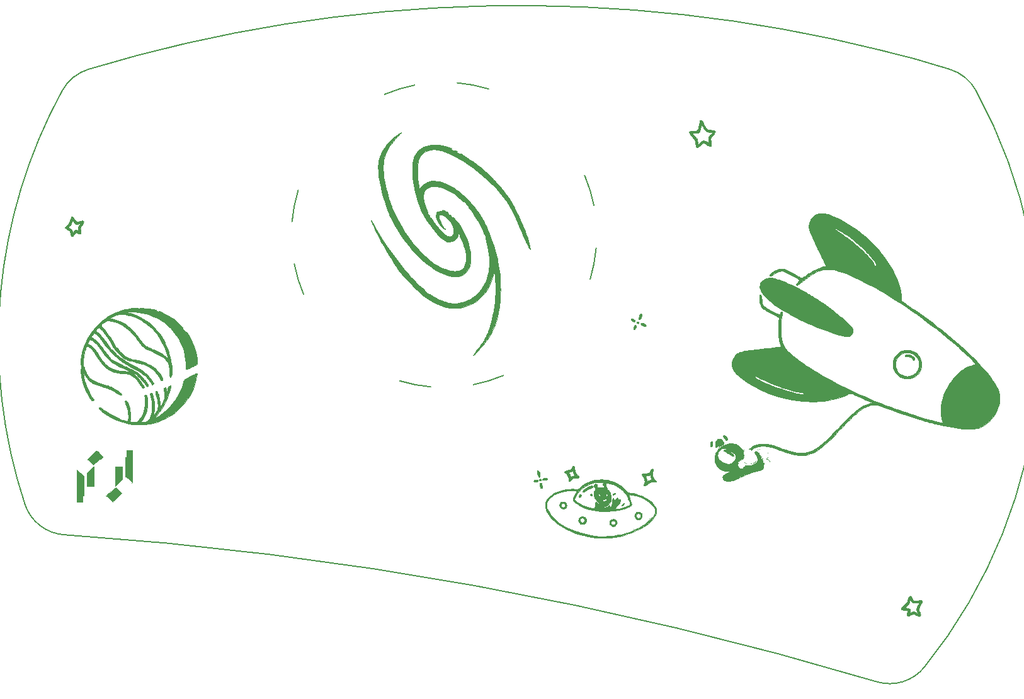
<source format=gbr>
%TF.GenerationSoftware,KiCad,Pcbnew,6.0.4-6f826c9f35~116~ubuntu20.04.1*%
%TF.CreationDate,2022-05-03T13:38:23+02:00*%
%TF.ProjectId,Bottom_Plate,426f7474-6f6d-45f5-906c-6174652e6b69,v0.1*%
%TF.SameCoordinates,Original*%
%TF.FileFunction,Legend,Bot*%
%TF.FilePolarity,Positive*%
%FSLAX46Y46*%
G04 Gerber Fmt 4.6, Leading zero omitted, Abs format (unit mm)*
G04 Created by KiCad (PCBNEW 6.0.4-6f826c9f35~116~ubuntu20.04.1) date 2022-05-03 13:38:23*
%MOMM*%
%LPD*%
G01*
G04 APERTURE LIST*
%TA.AperFunction,Profile*%
%ADD10C,0.150000*%
%TD*%
%ADD11C,0.150000*%
%ADD12C,0.010000*%
%ADD13C,0.200000*%
%ADD14C,0.350000*%
%ADD15C,0.800000*%
%ADD16C,4.500000*%
G04 APERTURE END LIST*
D10*
X262416859Y-203252464D02*
G75*
G03*
X153161630Y-183482473I-143107459J-479082636D01*
G01*
X272205916Y-120898534D02*
G75*
G03*
X271985972Y-120832154I-59168016J-195650166D01*
G01*
X271985971Y-120832156D02*
G75*
G03*
X263040530Y-118362828I-35767871J-112135844D01*
G01*
X147873349Y-179386338D02*
G75*
G03*
X153161630Y-183482474I5694551J1890138D01*
G01*
X275733963Y-123764126D02*
G75*
G03*
X272205916Y-120898534I-5264963J-2877474D01*
G01*
X156412826Y-120898532D02*
G75*
G03*
X152884756Y-123764114I1736874J-5743068D01*
G01*
X262416840Y-203252522D02*
G75*
G03*
X268805219Y-201269252I1717260J5749022D01*
G01*
X152884756Y-123764112D02*
G75*
G03*
X147873339Y-179386340I61424614J-33571068D01*
G01*
X268805218Y-201269250D02*
G75*
G03*
X275733987Y-123764114I-54495848J43934070D01*
G01*
X263040530Y-118362829D02*
G75*
G03*
X156412828Y-120898534I-48731160J-193972341D01*
G01*
D11*
%TO.C,*%
G36*
X154878625Y-174648879D02*
G01*
X154900808Y-174667095D01*
X154949229Y-174710283D01*
X155019752Y-174774646D01*
X155108240Y-174856384D01*
X155210557Y-174951699D01*
X155322566Y-175056793D01*
X155748647Y-175457932D01*
X155748647Y-179090071D01*
X154859647Y-179090071D01*
X154859647Y-176865807D01*
X154859741Y-176632893D01*
X154860158Y-176330089D01*
X154860888Y-176044117D01*
X154861910Y-175777529D01*
X154863203Y-175532872D01*
X154864746Y-175312699D01*
X154866518Y-175119558D01*
X154868498Y-174956000D01*
X154870663Y-174824575D01*
X154872994Y-174727833D01*
X154875469Y-174668324D01*
X154878066Y-174648598D01*
X154878625Y-174648879D01*
G37*
D12*
X154878625Y-174648879D02*
X154900808Y-174667095D01*
X154949229Y-174710283D01*
X155019752Y-174774646D01*
X155108240Y-174856384D01*
X155210557Y-174951699D01*
X155322566Y-175056793D01*
X155748647Y-175457932D01*
X155748647Y-179090071D01*
X154859647Y-179090071D01*
X154859647Y-176865807D01*
X154859741Y-176632893D01*
X154860158Y-176330089D01*
X154860888Y-176044117D01*
X154861910Y-175777529D01*
X154863203Y-175532872D01*
X154864746Y-175312699D01*
X154866518Y-175119558D01*
X154868498Y-174956000D01*
X154870663Y-174824575D01*
X154872994Y-174727833D01*
X154875469Y-174668324D01*
X154878066Y-174648598D01*
X154878625Y-174648879D01*
G36*
X162289147Y-174316987D02*
G01*
X162289051Y-174600934D01*
X162288743Y-174893231D01*
X162288239Y-175170785D01*
X162287552Y-175430836D01*
X162286698Y-175670625D01*
X162285691Y-175887393D01*
X162284546Y-176078382D01*
X162283277Y-176240833D01*
X162281899Y-176371986D01*
X162280427Y-176469082D01*
X162278876Y-176529364D01*
X162277260Y-176550071D01*
X162276480Y-176549768D01*
X162254496Y-176531906D01*
X162206402Y-176489128D01*
X162136218Y-176425121D01*
X162047961Y-176343574D01*
X161945650Y-176248175D01*
X161833304Y-176142612D01*
X161401234Y-175735154D01*
X161400690Y-173909529D01*
X161400147Y-172083904D01*
X162289147Y-172083904D01*
X162289147Y-174316987D01*
G37*
X162289147Y-174316987D02*
X162289051Y-174600934D01*
X162288743Y-174893231D01*
X162288239Y-175170785D01*
X162287552Y-175430836D01*
X162286698Y-175670625D01*
X162285691Y-175887393D01*
X162284546Y-176078382D01*
X162283277Y-176240833D01*
X162281899Y-176371986D01*
X162280427Y-176469082D01*
X162278876Y-176529364D01*
X162277260Y-176550071D01*
X162276480Y-176549768D01*
X162254496Y-176531906D01*
X162206402Y-176489128D01*
X162136218Y-176425121D01*
X162047961Y-176343574D01*
X161945650Y-176248175D01*
X161833304Y-176142612D01*
X161401234Y-175735154D01*
X161400690Y-173909529D01*
X161400147Y-172083904D01*
X162289147Y-172083904D01*
X162289147Y-174316987D01*
G36*
X157580903Y-172115763D02*
G01*
X157606273Y-172132117D01*
X157657622Y-172173654D01*
X157730689Y-172236638D01*
X157821212Y-172317331D01*
X157924932Y-172411997D01*
X158037587Y-172516899D01*
X158464388Y-172918144D01*
X158259536Y-173109566D01*
X158252609Y-173116039D01*
X158179667Y-173184267D01*
X158082819Y-173274930D01*
X157968282Y-173382205D01*
X157842270Y-173500271D01*
X157710998Y-173623306D01*
X157580683Y-173745487D01*
X157106681Y-174189987D01*
X157103313Y-176994571D01*
X156214313Y-176994571D01*
X156216647Y-174994321D01*
X156640354Y-174594652D01*
X157064061Y-174194984D01*
X156803229Y-173949723D01*
X156761156Y-173910108D01*
X156654698Y-173809491D01*
X156547895Y-173708086D01*
X156451164Y-173615799D01*
X156374923Y-173542534D01*
X156207450Y-173380607D01*
X156273310Y-173319630D01*
X156276899Y-173316296D01*
X156312398Y-173283037D01*
X156374140Y-173224970D01*
X156458346Y-173145656D01*
X156561239Y-173048656D01*
X156679041Y-172937531D01*
X156807974Y-172815843D01*
X156944261Y-172687154D01*
X156980380Y-172653091D01*
X157112601Y-172529291D01*
X157235111Y-172415947D01*
X157344425Y-172316191D01*
X157437062Y-172233152D01*
X157509536Y-172169963D01*
X157558366Y-172129753D01*
X157580069Y-172115654D01*
X157580903Y-172115763D01*
G37*
X157580903Y-172115763D02*
X157606273Y-172132117D01*
X157657622Y-172173654D01*
X157730689Y-172236638D01*
X157821212Y-172317331D01*
X157924932Y-172411997D01*
X158037587Y-172516899D01*
X158464388Y-172918144D01*
X158259536Y-173109566D01*
X158252609Y-173116039D01*
X158179667Y-173184267D01*
X158082819Y-173274930D01*
X157968282Y-173382205D01*
X157842270Y-173500271D01*
X157710998Y-173623306D01*
X157580683Y-173745487D01*
X157106681Y-174189987D01*
X157103313Y-176994571D01*
X156214313Y-176994571D01*
X156216647Y-174994321D01*
X156640354Y-174594652D01*
X157064061Y-174194984D01*
X156803229Y-173949723D01*
X156761156Y-173910108D01*
X156654698Y-173809491D01*
X156547895Y-173708086D01*
X156451164Y-173615799D01*
X156374923Y-173542534D01*
X156207450Y-173380607D01*
X156273310Y-173319630D01*
X156276899Y-173316296D01*
X156312398Y-173283037D01*
X156374140Y-173224970D01*
X156458346Y-173145656D01*
X156561239Y-173048656D01*
X156679041Y-172937531D01*
X156807974Y-172815843D01*
X156944261Y-172687154D01*
X156980380Y-172653091D01*
X157112601Y-172529291D01*
X157235111Y-172415947D01*
X157344425Y-172316191D01*
X157437062Y-172233152D01*
X157509536Y-172169963D01*
X157558366Y-172129753D01*
X157580069Y-172115654D01*
X157580903Y-172115763D01*
G36*
X160932549Y-175190112D02*
G01*
X160930617Y-176200821D01*
X160510703Y-176592404D01*
X160505570Y-176597192D01*
X160395612Y-176700343D01*
X160296965Y-176793965D01*
X160213583Y-176874217D01*
X160149423Y-176937260D01*
X160108441Y-176979252D01*
X160094593Y-176996353D01*
X160094718Y-176996619D01*
X160112266Y-177015557D01*
X160156354Y-177059445D01*
X160222987Y-177124412D01*
X160308173Y-177206587D01*
X160407920Y-177302099D01*
X160518233Y-177407078D01*
X160938070Y-177805437D01*
X160825150Y-177917685D01*
X160791275Y-177950793D01*
X160726631Y-178013048D01*
X160639315Y-178096566D01*
X160533725Y-178197159D01*
X160414262Y-178310635D01*
X160285325Y-178432804D01*
X160151313Y-178559475D01*
X160022500Y-178680346D01*
X159902737Y-178791308D01*
X159795664Y-178889097D01*
X159704865Y-178970500D01*
X159633925Y-179032302D01*
X159586428Y-179071291D01*
X159565959Y-179084252D01*
X159553120Y-179075011D01*
X159513144Y-179040918D01*
X159451214Y-178985974D01*
X159372176Y-178914661D01*
X159280879Y-178831458D01*
X159182168Y-178740846D01*
X159080893Y-178647304D01*
X158981899Y-178555312D01*
X158890034Y-178469351D01*
X158810146Y-178393901D01*
X158747082Y-178333441D01*
X158705688Y-178292452D01*
X158690813Y-178275413D01*
X158698257Y-178267589D01*
X158732961Y-178233769D01*
X158793182Y-178175968D01*
X158875809Y-178097148D01*
X158977731Y-178000269D01*
X159095835Y-177888292D01*
X159227011Y-177764178D01*
X159368147Y-177630887D01*
X160045480Y-176991774D01*
X160045480Y-174179404D01*
X160934480Y-174179404D01*
X160932549Y-175190112D01*
G37*
X160932549Y-175190112D02*
X160930617Y-176200821D01*
X160510703Y-176592404D01*
X160505570Y-176597192D01*
X160395612Y-176700343D01*
X160296965Y-176793965D01*
X160213583Y-176874217D01*
X160149423Y-176937260D01*
X160108441Y-176979252D01*
X160094593Y-176996353D01*
X160094718Y-176996619D01*
X160112266Y-177015557D01*
X160156354Y-177059445D01*
X160222987Y-177124412D01*
X160308173Y-177206587D01*
X160407920Y-177302099D01*
X160518233Y-177407078D01*
X160938070Y-177805437D01*
X160825150Y-177917685D01*
X160791275Y-177950793D01*
X160726631Y-178013048D01*
X160639315Y-178096566D01*
X160533725Y-178197159D01*
X160414262Y-178310635D01*
X160285325Y-178432804D01*
X160151313Y-178559475D01*
X160022500Y-178680346D01*
X159902737Y-178791308D01*
X159795664Y-178889097D01*
X159704865Y-178970500D01*
X159633925Y-179032302D01*
X159586428Y-179071291D01*
X159565959Y-179084252D01*
X159553120Y-179075011D01*
X159513144Y-179040918D01*
X159451214Y-178985974D01*
X159372176Y-178914661D01*
X159280879Y-178831458D01*
X159182168Y-178740846D01*
X159080893Y-178647304D01*
X158981899Y-178555312D01*
X158890034Y-178469351D01*
X158810146Y-178393901D01*
X158747082Y-178333441D01*
X158705688Y-178292452D01*
X158690813Y-178275413D01*
X158698257Y-178267589D01*
X158732961Y-178233769D01*
X158793182Y-178175968D01*
X158875809Y-178097148D01*
X158977731Y-178000269D01*
X159095835Y-177888292D01*
X159227011Y-177764178D01*
X159368147Y-177630887D01*
X160045480Y-176991774D01*
X160045480Y-174179404D01*
X160934480Y-174179404D01*
X160932549Y-175190112D01*
D13*
%TO.C,REF\u002A\u002A*%
X224368602Y-139244949D02*
G75*
G03*
X223118930Y-135154198I-20142602J-3917051D01*
G01*
X208143051Y-163304602D02*
G75*
G03*
X212233799Y-162054931I-3917058J20142621D01*
G01*
X223852476Y-149151085D02*
G75*
G03*
X224667702Y-144952117I-19626476J5989085D01*
G01*
X200308949Y-123019398D02*
G75*
G03*
X196218200Y-124269069I3917051J-20142602D01*
G01*
X184599523Y-137172919D02*
G75*
G03*
X183784298Y-141371883I19626598J-5989105D01*
G01*
X184083398Y-147079051D02*
G75*
G03*
X185333069Y-151169800I20142602J3917051D01*
G01*
X198236918Y-162788477D02*
G75*
G03*
X202435883Y-163603702I5989082J19626477D01*
G01*
X210215086Y-123535524D02*
G75*
G03*
X206016117Y-122720298I-5989086J-19626476D01*
G01*
%TO.C,Ref\u002A\u002A*%
G36*
X229510833Y-154413223D02*
G01*
X229606408Y-154445809D01*
X229698885Y-154496579D01*
X229779293Y-154559345D01*
X229838666Y-154627920D01*
X229868035Y-154696116D01*
X229869660Y-154714474D01*
X229852381Y-154777968D01*
X229803175Y-154815438D01*
X229747432Y-154824329D01*
X229708521Y-154815196D01*
X229646191Y-154791317D01*
X229578030Y-154759838D01*
X229464263Y-154691740D01*
X229381588Y-154618182D01*
X229333715Y-154543268D01*
X229323433Y-154478284D01*
X229331071Y-154436211D01*
X229351527Y-154415571D01*
X229397403Y-154406911D01*
X229421127Y-154405009D01*
X229510833Y-154413223D01*
G37*
D12*
X229510833Y-154413223D02*
X229606408Y-154445809D01*
X229698885Y-154496579D01*
X229779293Y-154559345D01*
X229838666Y-154627920D01*
X229868035Y-154696116D01*
X229869660Y-154714474D01*
X229852381Y-154777968D01*
X229803175Y-154815438D01*
X229747432Y-154824329D01*
X229708521Y-154815196D01*
X229646191Y-154791317D01*
X229578030Y-154759838D01*
X229464263Y-154691740D01*
X229381588Y-154618182D01*
X229333715Y-154543268D01*
X229323433Y-154478284D01*
X229331071Y-154436211D01*
X229351527Y-154415571D01*
X229397403Y-154406911D01*
X229421127Y-154405009D01*
X229510833Y-154413223D01*
G36*
X244255734Y-173500530D02*
G01*
X244356794Y-173534596D01*
X244447557Y-173595161D01*
X244522829Y-173678597D01*
X244577418Y-173781273D01*
X244606129Y-173899561D01*
X244603771Y-174029830D01*
X244599902Y-174052933D01*
X244563326Y-174169053D01*
X244503003Y-174275446D01*
X244425112Y-174367341D01*
X244335832Y-174439966D01*
X244241340Y-174488550D01*
X244147817Y-174508321D01*
X244061442Y-174494508D01*
X244040743Y-174484732D01*
X243965244Y-174429677D01*
X243888231Y-174351927D01*
X243825083Y-174267605D01*
X243811837Y-174244746D01*
X243785018Y-174180993D01*
X243770883Y-174107054D01*
X243766567Y-174007534D01*
X243766558Y-174001329D01*
X243777021Y-173866418D01*
X243811992Y-173756830D01*
X243876846Y-173660126D01*
X243942697Y-173593623D01*
X244043492Y-173526414D01*
X244149569Y-173496593D01*
X244255734Y-173500530D01*
G37*
X244255734Y-173500530D02*
X244356794Y-173534596D01*
X244447557Y-173595161D01*
X244522829Y-173678597D01*
X244577418Y-173781273D01*
X244606129Y-173899561D01*
X244603771Y-174029830D01*
X244599902Y-174052933D01*
X244563326Y-174169053D01*
X244503003Y-174275446D01*
X244425112Y-174367341D01*
X244335832Y-174439966D01*
X244241340Y-174488550D01*
X244147817Y-174508321D01*
X244061442Y-174494508D01*
X244040743Y-174484732D01*
X243965244Y-174429677D01*
X243888231Y-174351927D01*
X243825083Y-174267605D01*
X243811837Y-174244746D01*
X243785018Y-174180993D01*
X243770883Y-174107054D01*
X243766567Y-174007534D01*
X243766558Y-174001329D01*
X243777021Y-173866418D01*
X243811992Y-173756830D01*
X243876846Y-173660126D01*
X243942697Y-173593623D01*
X244043492Y-173526414D01*
X244149569Y-173496593D01*
X244255734Y-173500530D01*
G36*
X248286687Y-148963622D02*
G01*
X248467749Y-148986694D01*
X248546466Y-149002226D01*
X248678800Y-149035900D01*
X248838822Y-149083112D01*
X249022359Y-149142182D01*
X249225236Y-149211434D01*
X249443277Y-149289188D01*
X249672310Y-149373767D01*
X249908159Y-149463492D01*
X250146649Y-149556685D01*
X250383607Y-149651669D01*
X250614858Y-149746765D01*
X250836228Y-149840294D01*
X251043541Y-149930579D01*
X251232624Y-150015942D01*
X251399302Y-150094704D01*
X251539401Y-150165187D01*
X251648746Y-150225713D01*
X251723163Y-150274604D01*
X251734827Y-150283965D01*
X251761236Y-150300788D01*
X251819823Y-150334752D01*
X251905456Y-150382992D01*
X252013004Y-150442646D01*
X252137337Y-150510848D01*
X252273323Y-150584735D01*
X252285160Y-150591135D01*
X252445884Y-150678723D01*
X252617109Y-150773300D01*
X252788489Y-150869064D01*
X252949679Y-150960214D01*
X253090332Y-151040948D01*
X253163577Y-151083752D01*
X253300786Y-151164749D01*
X253450127Y-151252947D01*
X253598410Y-151340553D01*
X253732446Y-151419775D01*
X253809160Y-151465140D01*
X253907929Y-151524919D01*
X254033087Y-151602759D01*
X254175892Y-151693102D01*
X254327600Y-151790387D01*
X254479470Y-151889058D01*
X254581743Y-151956340D01*
X254923827Y-152186214D01*
X255266470Y-152423197D01*
X255607578Y-152665534D01*
X255945055Y-152911466D01*
X256276807Y-153159236D01*
X256600740Y-153407088D01*
X256914759Y-153653264D01*
X257216769Y-153896006D01*
X257504677Y-154133559D01*
X257776387Y-154364164D01*
X258029805Y-154586064D01*
X258262837Y-154797502D01*
X258473387Y-154996722D01*
X258659362Y-155181965D01*
X258818667Y-155351475D01*
X258949207Y-155503494D01*
X259048888Y-155636266D01*
X259115615Y-155748032D01*
X259124813Y-155767691D01*
X259170276Y-155921077D01*
X259178252Y-156084109D01*
X259150234Y-156249917D01*
X259087711Y-156411628D01*
X258992176Y-156562371D01*
X258938835Y-156624772D01*
X258850057Y-156707635D01*
X258757015Y-156767243D01*
X258653322Y-156804844D01*
X258532589Y-156821688D01*
X258388431Y-156819023D01*
X258214459Y-156798099D01*
X258127160Y-156783490D01*
X257782096Y-156713774D01*
X257405386Y-156622567D01*
X257000873Y-156511458D01*
X256572399Y-156382033D01*
X256123809Y-156235881D01*
X255658946Y-156074590D01*
X255181652Y-155899747D01*
X254695771Y-155712941D01*
X254205145Y-155515758D01*
X253713619Y-155309786D01*
X253225035Y-155096614D01*
X252743237Y-154877829D01*
X252272067Y-154655019D01*
X251815369Y-154429772D01*
X251376986Y-154203675D01*
X250960761Y-153978317D01*
X250570538Y-153755284D01*
X250210159Y-153536165D01*
X250104993Y-153469211D01*
X249975940Y-153388523D01*
X249826264Y-153298787D01*
X249673111Y-153210077D01*
X249533626Y-153132466D01*
X249512327Y-153121005D01*
X249028994Y-152840137D01*
X248568319Y-152526195D01*
X248127258Y-152176911D01*
X247702769Y-151790015D01*
X247626084Y-151714406D01*
X247378016Y-151456315D01*
X247167778Y-151214507D01*
X246994642Y-150987794D01*
X246857878Y-150774988D01*
X246756757Y-150574900D01*
X246690550Y-150386341D01*
X246658528Y-150208124D01*
X246655078Y-150131663D01*
X246674536Y-149914057D01*
X246732289Y-149711442D01*
X246826115Y-149526535D01*
X246953793Y-149362053D01*
X247113102Y-149220713D01*
X247301821Y-149105233D01*
X247517730Y-149018330D01*
X247579800Y-149000279D01*
X247728210Y-148971721D01*
X247904064Y-148956110D01*
X248094507Y-148953418D01*
X248286687Y-148963622D01*
G37*
X248286687Y-148963622D02*
X248467749Y-148986694D01*
X248546466Y-149002226D01*
X248678800Y-149035900D01*
X248838822Y-149083112D01*
X249022359Y-149142182D01*
X249225236Y-149211434D01*
X249443277Y-149289188D01*
X249672310Y-149373767D01*
X249908159Y-149463492D01*
X250146649Y-149556685D01*
X250383607Y-149651669D01*
X250614858Y-149746765D01*
X250836228Y-149840294D01*
X251043541Y-149930579D01*
X251232624Y-150015942D01*
X251399302Y-150094704D01*
X251539401Y-150165187D01*
X251648746Y-150225713D01*
X251723163Y-150274604D01*
X251734827Y-150283965D01*
X251761236Y-150300788D01*
X251819823Y-150334752D01*
X251905456Y-150382992D01*
X252013004Y-150442646D01*
X252137337Y-150510848D01*
X252273323Y-150584735D01*
X252285160Y-150591135D01*
X252445884Y-150678723D01*
X252617109Y-150773300D01*
X252788489Y-150869064D01*
X252949679Y-150960214D01*
X253090332Y-151040948D01*
X253163577Y-151083752D01*
X253300786Y-151164749D01*
X253450127Y-151252947D01*
X253598410Y-151340553D01*
X253732446Y-151419775D01*
X253809160Y-151465140D01*
X253907929Y-151524919D01*
X254033087Y-151602759D01*
X254175892Y-151693102D01*
X254327600Y-151790387D01*
X254479470Y-151889058D01*
X254581743Y-151956340D01*
X254923827Y-152186214D01*
X255266470Y-152423197D01*
X255607578Y-152665534D01*
X255945055Y-152911466D01*
X256276807Y-153159236D01*
X256600740Y-153407088D01*
X256914759Y-153653264D01*
X257216769Y-153896006D01*
X257504677Y-154133559D01*
X257776387Y-154364164D01*
X258029805Y-154586064D01*
X258262837Y-154797502D01*
X258473387Y-154996722D01*
X258659362Y-155181965D01*
X258818667Y-155351475D01*
X258949207Y-155503494D01*
X259048888Y-155636266D01*
X259115615Y-155748032D01*
X259124813Y-155767691D01*
X259170276Y-155921077D01*
X259178252Y-156084109D01*
X259150234Y-156249917D01*
X259087711Y-156411628D01*
X258992176Y-156562371D01*
X258938835Y-156624772D01*
X258850057Y-156707635D01*
X258757015Y-156767243D01*
X258653322Y-156804844D01*
X258532589Y-156821688D01*
X258388431Y-156819023D01*
X258214459Y-156798099D01*
X258127160Y-156783490D01*
X257782096Y-156713774D01*
X257405386Y-156622567D01*
X257000873Y-156511458D01*
X256572399Y-156382033D01*
X256123809Y-156235881D01*
X255658946Y-156074590D01*
X255181652Y-155899747D01*
X254695771Y-155712941D01*
X254205145Y-155515758D01*
X253713619Y-155309786D01*
X253225035Y-155096614D01*
X252743237Y-154877829D01*
X252272067Y-154655019D01*
X251815369Y-154429772D01*
X251376986Y-154203675D01*
X250960761Y-153978317D01*
X250570538Y-153755284D01*
X250210159Y-153536165D01*
X250104993Y-153469211D01*
X249975940Y-153388523D01*
X249826264Y-153298787D01*
X249673111Y-153210077D01*
X249533626Y-153132466D01*
X249512327Y-153121005D01*
X249028994Y-152840137D01*
X248568319Y-152526195D01*
X248127258Y-152176911D01*
X247702769Y-151790015D01*
X247626084Y-151714406D01*
X247378016Y-151456315D01*
X247167778Y-151214507D01*
X246994642Y-150987794D01*
X246857878Y-150774988D01*
X246756757Y-150574900D01*
X246690550Y-150386341D01*
X246658528Y-150208124D01*
X246655078Y-150131663D01*
X246674536Y-149914057D01*
X246732289Y-149711442D01*
X246826115Y-149526535D01*
X246953793Y-149362053D01*
X247113102Y-149220713D01*
X247301821Y-149105233D01*
X247517730Y-149018330D01*
X247579800Y-149000279D01*
X247728210Y-148971721D01*
X247904064Y-148956110D01*
X248094507Y-148953418D01*
X248286687Y-148963622D01*
G36*
X241300650Y-170564900D02*
G01*
X241362485Y-170577422D01*
X241418212Y-170603897D01*
X241444104Y-170620270D01*
X241543736Y-170706980D01*
X241634328Y-170824692D01*
X241709209Y-170962143D01*
X241761708Y-171108069D01*
X241778053Y-171184209D01*
X241780741Y-171246290D01*
X241759875Y-171296532D01*
X241736516Y-171326975D01*
X241653420Y-171397218D01*
X241535163Y-171455433D01*
X241387805Y-171499237D01*
X241235022Y-171524397D01*
X241112233Y-171541909D01*
X241016064Y-171565983D01*
X240930867Y-171600767D01*
X240913059Y-171609741D01*
X240825070Y-171652336D01*
X240765928Y-171670900D01*
X240728916Y-171664361D01*
X240707313Y-171631648D01*
X240694882Y-171574935D01*
X240688426Y-171483139D01*
X240690384Y-171365890D01*
X240699535Y-171238957D01*
X240714658Y-171118109D01*
X240734533Y-171019117D01*
X240739170Y-171002672D01*
X240792806Y-170867166D01*
X240864612Y-170746898D01*
X240947357Y-170653062D01*
X240983629Y-170624227D01*
X241041022Y-170588847D01*
X241094621Y-170569901D01*
X241162245Y-170562572D01*
X241214729Y-170561746D01*
X241300650Y-170564900D01*
G37*
X241300650Y-170564900D02*
X241362485Y-170577422D01*
X241418212Y-170603897D01*
X241444104Y-170620270D01*
X241543736Y-170706980D01*
X241634328Y-170824692D01*
X241709209Y-170962143D01*
X241761708Y-171108069D01*
X241778053Y-171184209D01*
X241780741Y-171246290D01*
X241759875Y-171296532D01*
X241736516Y-171326975D01*
X241653420Y-171397218D01*
X241535163Y-171455433D01*
X241387805Y-171499237D01*
X241235022Y-171524397D01*
X241112233Y-171541909D01*
X241016064Y-171565983D01*
X240930867Y-171600767D01*
X240913059Y-171609741D01*
X240825070Y-171652336D01*
X240765928Y-171670900D01*
X240728916Y-171664361D01*
X240707313Y-171631648D01*
X240694882Y-171574935D01*
X240688426Y-171483139D01*
X240690384Y-171365890D01*
X240699535Y-171238957D01*
X240714658Y-171118109D01*
X240734533Y-171019117D01*
X240739170Y-171002672D01*
X240792806Y-170867166D01*
X240864612Y-170746898D01*
X240947357Y-170653062D01*
X240983629Y-170624227D01*
X241041022Y-170588847D01*
X241094621Y-170569901D01*
X241162245Y-170562572D01*
X241214729Y-170561746D01*
X241300650Y-170564900D01*
G36*
X159594919Y-153838258D02*
G01*
X160078503Y-153607656D01*
X160576098Y-153412489D01*
X161056827Y-153260433D01*
X161341554Y-153186120D01*
X161635870Y-153120448D01*
X161933015Y-153064325D01*
X162226234Y-153018658D01*
X162508769Y-152984354D01*
X162773864Y-152962323D01*
X163014760Y-152953472D01*
X163224700Y-152958707D01*
X163274129Y-152962556D01*
X163687481Y-153001433D01*
X164060252Y-153039152D01*
X164394169Y-153075969D01*
X164690962Y-153112137D01*
X164952360Y-153147911D01*
X165180090Y-153183545D01*
X165375880Y-153219294D01*
X165541461Y-153255412D01*
X165678559Y-153292152D01*
X165788904Y-153329770D01*
X165799868Y-153334128D01*
X165954938Y-153401477D01*
X166138771Y-153489242D01*
X166345117Y-153594043D01*
X166567725Y-153712500D01*
X166800346Y-153841233D01*
X167036728Y-153976863D01*
X167270623Y-154116009D01*
X167449160Y-154225967D01*
X167634065Y-154343192D01*
X167793639Y-154448282D01*
X167935092Y-154546990D01*
X168065633Y-154645068D01*
X168192474Y-154748270D01*
X168322823Y-154862348D01*
X168463891Y-154993054D01*
X168622887Y-155146143D01*
X168712368Y-155233869D01*
X168915376Y-155435347D01*
X169088556Y-155610807D01*
X169233774Y-155762294D01*
X169352894Y-155891857D01*
X169447782Y-156001544D01*
X169520302Y-156093401D01*
X169572319Y-156169476D01*
X169586497Y-156193594D01*
X169617984Y-156247537D01*
X169666670Y-156327986D01*
X169726939Y-156425789D01*
X169793173Y-156531794D01*
X169824334Y-156581163D01*
X170112664Y-157075894D01*
X170364571Y-157591949D01*
X170579839Y-158128715D01*
X170758249Y-158685578D01*
X170899584Y-159261925D01*
X171003627Y-159857142D01*
X171015649Y-159945317D01*
X171035705Y-160114183D01*
X171045412Y-160247890D01*
X171043471Y-160352633D01*
X171028584Y-160434609D01*
X170999452Y-160500013D01*
X170954779Y-160555040D01*
X170893265Y-160605886D01*
X170874466Y-160619108D01*
X170809783Y-160659114D01*
X170717617Y-160710076D01*
X170603893Y-160769239D01*
X170474538Y-160833853D01*
X170335477Y-160901164D01*
X170192634Y-160968419D01*
X170051935Y-161032868D01*
X169919306Y-161091756D01*
X169800672Y-161142333D01*
X169701958Y-161181844D01*
X169629089Y-161207538D01*
X169588086Y-161216663D01*
X169553053Y-161212092D01*
X169529040Y-161194035D01*
X169514021Y-161155975D01*
X169505970Y-161091397D01*
X169502860Y-160993783D01*
X169502541Y-160941496D01*
X169499618Y-160792924D01*
X169491984Y-160615689D01*
X169480555Y-160423088D01*
X169466246Y-160228416D01*
X169449971Y-160044969D01*
X169432645Y-159886043D01*
X169426797Y-159840829D01*
X169333407Y-159298472D01*
X169202698Y-158773721D01*
X169033177Y-158261633D01*
X168823353Y-157757265D01*
X168752820Y-157607746D01*
X168524707Y-157169490D01*
X168279859Y-156764158D01*
X168012781Y-156383859D01*
X167717975Y-156020703D01*
X167427993Y-155705690D01*
X167021852Y-155316216D01*
X166597305Y-154964741D01*
X166153920Y-154651048D01*
X165691266Y-154374919D01*
X165208910Y-154136137D01*
X164706422Y-153934486D01*
X164183370Y-153769746D01*
X163639322Y-153641702D01*
X163173493Y-153563414D01*
X163085615Y-153553972D01*
X162965312Y-153545067D01*
X162819569Y-153536874D01*
X162655372Y-153529568D01*
X162479708Y-153523327D01*
X162299563Y-153518324D01*
X162121924Y-153514738D01*
X161953775Y-153512742D01*
X161802105Y-153512514D01*
X161673898Y-153514229D01*
X161576141Y-153518063D01*
X161530038Y-153522043D01*
X161470707Y-153531278D01*
X161440918Y-153541334D01*
X161442838Y-153553239D01*
X161478632Y-153568025D01*
X161550467Y-153586721D01*
X161660508Y-153610356D01*
X161755491Y-153629235D01*
X161890415Y-153657516D01*
X162039591Y-153691947D01*
X162183206Y-153727806D01*
X162283460Y-153755115D01*
X162721567Y-153902267D01*
X163155773Y-154089301D01*
X163583340Y-154313783D01*
X164001530Y-154573277D01*
X164407603Y-154865349D01*
X164798822Y-155187564D01*
X165172448Y-155537486D01*
X165525741Y-155912681D01*
X165855964Y-156310714D01*
X166160379Y-156729150D01*
X166436245Y-157165554D01*
X166680826Y-157617490D01*
X166721876Y-157701465D01*
X166912513Y-158132468D01*
X167086837Y-158596922D01*
X167242988Y-159088488D01*
X167379105Y-159600825D01*
X167493328Y-160127595D01*
X167576564Y-160613413D01*
X167595868Y-160765525D01*
X167611821Y-160936969D01*
X167624114Y-161118917D01*
X167632439Y-161302545D01*
X167636486Y-161479026D01*
X167635949Y-161639534D01*
X167630517Y-161775243D01*
X167620594Y-161872829D01*
X167590781Y-162011140D01*
X167548748Y-162127455D01*
X167497520Y-162215482D01*
X167440125Y-162268927D01*
X167426938Y-162275433D01*
X167379374Y-162289791D01*
X167350293Y-162288859D01*
X167349363Y-162288088D01*
X167345069Y-162264255D01*
X167339534Y-162203413D01*
X167333084Y-162110857D01*
X167326048Y-161991881D01*
X167318753Y-161851781D01*
X167311526Y-161695851D01*
X167308878Y-161633843D01*
X167297674Y-161390330D01*
X167285017Y-161183354D01*
X167269338Y-161007117D01*
X167249072Y-160855824D01*
X167222653Y-160723676D01*
X167188513Y-160604878D01*
X167145086Y-160493633D01*
X167090805Y-160384144D01*
X167024105Y-160270614D01*
X166943419Y-160147246D01*
X166883664Y-160060377D01*
X166796159Y-159950027D01*
X166681977Y-159828934D01*
X166551310Y-159707163D01*
X166414347Y-159594777D01*
X166405138Y-159587787D01*
X166339564Y-159544021D01*
X166240936Y-159485874D01*
X166114860Y-159416215D01*
X165966943Y-159337910D01*
X165802791Y-159253827D01*
X165628012Y-159166832D01*
X165448211Y-159079794D01*
X165268995Y-158995580D01*
X165095970Y-158917056D01*
X165078493Y-158909304D01*
X164800815Y-158785056D01*
X164558102Y-158672515D01*
X164345831Y-158568130D01*
X164159480Y-158468349D01*
X163994527Y-158369622D01*
X163846448Y-158268398D01*
X163710721Y-158161124D01*
X163582823Y-158044251D01*
X163458232Y-157914226D01*
X163332424Y-157767498D01*
X163200878Y-157600518D01*
X163059070Y-157409732D01*
X162917147Y-157212228D01*
X162765749Y-157001858D01*
X162631304Y-156820935D01*
X162508457Y-156662929D01*
X162391851Y-156521308D01*
X162276130Y-156389542D01*
X162155937Y-156261100D01*
X162043064Y-156146479D01*
X161712695Y-155841214D01*
X161371682Y-155573999D01*
X161014919Y-155341781D01*
X160637300Y-155141504D01*
X160233722Y-154970115D01*
X159869018Y-154845652D01*
X159629354Y-154776856D01*
X159420924Y-154729197D01*
X159237845Y-154703453D01*
X159074234Y-154700403D01*
X158924207Y-154720827D01*
X158781882Y-154765504D01*
X158641375Y-154835212D01*
X158496802Y-154930731D01*
X158349384Y-155046886D01*
X158249879Y-155131066D01*
X158179264Y-155193947D01*
X158133255Y-155240528D01*
X158107569Y-155275809D01*
X158097923Y-155304792D01*
X158100034Y-155332475D01*
X158101086Y-155336768D01*
X158119120Y-155366950D01*
X158161754Y-155421907D01*
X158224187Y-155495953D01*
X158301620Y-155583401D01*
X158389256Y-155678566D01*
X158392085Y-155681579D01*
X158583449Y-155893476D01*
X158765816Y-156113128D01*
X158943432Y-156346460D01*
X159120541Y-156599395D01*
X159301388Y-156877859D01*
X159490220Y-157187775D01*
X159575158Y-157332579D01*
X159767467Y-157654094D01*
X159951811Y-157941383D01*
X160132788Y-158200650D01*
X160314991Y-158438095D01*
X160503018Y-158659921D01*
X160701463Y-158872329D01*
X160759564Y-158931004D01*
X161034810Y-159188318D01*
X161306491Y-159406698D01*
X161578455Y-159588890D01*
X161854554Y-159737638D01*
X161953927Y-159782761D01*
X162155378Y-159858870D01*
X162364534Y-159914501D01*
X162594237Y-159952700D01*
X162732281Y-159967232D01*
X162918013Y-159993301D01*
X163131850Y-160040026D01*
X163366647Y-160104618D01*
X163615260Y-160184289D01*
X163870544Y-160276252D01*
X164125355Y-160377718D01*
X164372548Y-160485900D01*
X164604980Y-160598009D01*
X164815504Y-160711257D01*
X164996978Y-160822857D01*
X165086175Y-160885784D01*
X165244288Y-161013141D01*
X165402996Y-161157211D01*
X165559390Y-161314013D01*
X165710561Y-161479569D01*
X165853600Y-161649900D01*
X165985596Y-161821026D01*
X166103641Y-161988968D01*
X166204825Y-162149748D01*
X166286239Y-162299386D01*
X166344972Y-162433902D01*
X166378117Y-162549319D01*
X166382763Y-162641656D01*
X166380306Y-162655708D01*
X166349371Y-162709039D01*
X166292768Y-162747211D01*
X166226827Y-162760405D01*
X166209545Y-162758412D01*
X166186196Y-162737785D01*
X166146208Y-162684597D01*
X166092817Y-162603663D01*
X166029262Y-162499799D01*
X165987037Y-162427503D01*
X165869901Y-162228635D01*
X165763617Y-162060028D01*
X165662052Y-161913168D01*
X165559071Y-161779540D01*
X165448539Y-161650629D01*
X165353660Y-161548424D01*
X165117127Y-161321111D01*
X164865665Y-161120566D01*
X164593721Y-160943420D01*
X164295744Y-160786300D01*
X163966182Y-160645838D01*
X163723827Y-160558995D01*
X163639019Y-160532268D01*
X163521077Y-160497501D01*
X163377940Y-160456909D01*
X163217547Y-160412705D01*
X163047836Y-160367103D01*
X162876748Y-160322318D01*
X162855993Y-160316973D01*
X162510643Y-160225542D01*
X162204661Y-160138923D01*
X161938619Y-160057297D01*
X161713090Y-159980843D01*
X161528643Y-159909741D01*
X161447810Y-159874320D01*
X161313406Y-159807241D01*
X161185210Y-159731864D01*
X161057096Y-159643553D01*
X160922942Y-159537671D01*
X160776621Y-159409581D01*
X160612009Y-159254646D01*
X160551616Y-159195842D01*
X160393847Y-159039097D01*
X160256544Y-158897220D01*
X160135033Y-158764035D01*
X160024644Y-158633363D01*
X159920701Y-158499026D01*
X159818534Y-158354846D01*
X159713469Y-158194646D01*
X159600834Y-158012248D01*
X159475955Y-157801472D01*
X159406492Y-157681829D01*
X159248305Y-157410812D01*
X159105385Y-157172296D01*
X158974180Y-156960862D01*
X158851142Y-156771091D01*
X158732718Y-156597562D01*
X158615359Y-156434857D01*
X158495513Y-156277554D01*
X158442746Y-156210746D01*
X158326012Y-156069975D01*
X158210587Y-155941117D01*
X158100506Y-155827949D01*
X157999800Y-155734248D01*
X157912505Y-155663793D01*
X157842653Y-155620362D01*
X157798708Y-155607496D01*
X157770102Y-155622301D01*
X157720453Y-155662288D01*
X157656631Y-155720812D01*
X157585507Y-155791228D01*
X157513953Y-155866892D01*
X157448839Y-155941160D01*
X157430391Y-155963662D01*
X157386504Y-156028642D01*
X157378423Y-156076950D01*
X157408072Y-156116995D01*
X157474368Y-156155737D01*
X157648979Y-156258517D01*
X157827853Y-156398891D01*
X158000801Y-156567328D01*
X158054324Y-156625947D01*
X158108341Y-156688312D01*
X158165896Y-156758438D01*
X158230031Y-156840338D01*
X158303787Y-156938025D01*
X158390208Y-157055512D01*
X158492336Y-157196813D01*
X158613214Y-157365941D01*
X158717321Y-157512496D01*
X159082645Y-158003792D01*
X159453550Y-158454632D01*
X159831746Y-158866716D01*
X160218942Y-159241744D01*
X160616849Y-159581416D01*
X161027175Y-159887432D01*
X161265279Y-160046179D01*
X161349599Y-160099372D01*
X161435671Y-160152004D01*
X161528195Y-160206712D01*
X161631868Y-160266133D01*
X161751391Y-160332903D01*
X161891461Y-160409658D01*
X162056777Y-160499035D01*
X162252037Y-160603670D01*
X162390327Y-160677431D01*
X162778720Y-160890213D01*
X163129225Y-161095089D01*
X163445004Y-161294477D01*
X163729222Y-161490799D01*
X163985045Y-161686474D01*
X164215637Y-161883922D01*
X164424162Y-162085562D01*
X164613786Y-162293816D01*
X164786888Y-162510057D01*
X164878927Y-162635904D01*
X164964960Y-162759701D01*
X165041492Y-162875859D01*
X165105026Y-162978788D01*
X165152066Y-163062898D01*
X165179118Y-163122600D01*
X165184327Y-163145561D01*
X165166879Y-163181104D01*
X165123415Y-163222699D01*
X165067251Y-163260745D01*
X165011703Y-163285640D01*
X164983621Y-163290264D01*
X164953449Y-163275914D01*
X164910513Y-163231768D01*
X164852277Y-163154919D01*
X164803570Y-163083889D01*
X164657889Y-162872945D01*
X164512040Y-162677650D01*
X164362741Y-162495368D01*
X164206708Y-162323467D01*
X164040660Y-162159314D01*
X163861314Y-162000275D01*
X163665388Y-161843716D01*
X163449599Y-161687005D01*
X163210665Y-161527508D01*
X162945303Y-161362591D01*
X162650231Y-161189621D01*
X162322166Y-161005965D01*
X161988160Y-160825179D01*
X161713166Y-160676271D01*
X161470891Y-160540500D01*
X161255255Y-160414068D01*
X161060178Y-160293175D01*
X160879582Y-160174025D01*
X160707386Y-160052818D01*
X160537510Y-159925757D01*
X160491577Y-159890207D01*
X160142826Y-159603538D01*
X159805892Y-159295447D01*
X159477405Y-158962249D01*
X159153998Y-158600257D01*
X158832300Y-158205785D01*
X158508943Y-157775148D01*
X158337602Y-157533663D01*
X158208892Y-157350722D01*
X158098245Y-157197878D01*
X158001089Y-157069455D01*
X157912850Y-156959777D01*
X157828956Y-156863166D01*
X157744834Y-156773947D01*
X157655913Y-156686443D01*
X157652463Y-156683157D01*
X157535567Y-156579304D01*
X157424218Y-156494307D01*
X157323310Y-156431024D01*
X157237734Y-156392310D01*
X157172382Y-156381023D01*
X157146468Y-156387732D01*
X157117359Y-156412875D01*
X157069832Y-156463963D01*
X157010578Y-156532855D01*
X156946285Y-156611412D01*
X156883643Y-156691495D01*
X156829341Y-156764963D01*
X156795842Y-156814384D01*
X156757607Y-156874699D01*
X157039258Y-157059936D01*
X157156331Y-157139201D01*
X157257945Y-157214012D01*
X157354031Y-157292659D01*
X157454517Y-157383431D01*
X157569334Y-157494618D01*
X157617720Y-157542875D01*
X157787197Y-157717224D01*
X157938626Y-157883352D01*
X158079225Y-158050239D01*
X158216210Y-158226866D01*
X158356799Y-158422213D01*
X158508211Y-158645258D01*
X158529004Y-158676663D01*
X158658770Y-158871452D01*
X158770889Y-159035610D01*
X158869599Y-159174740D01*
X158959135Y-159294449D01*
X159043735Y-159400342D01*
X159127635Y-159498026D01*
X159215073Y-159593106D01*
X159246429Y-159625908D01*
X159342981Y-159721564D01*
X159441061Y-159808333D01*
X159547613Y-159891184D01*
X159669584Y-159975087D01*
X159813921Y-160065013D01*
X159987568Y-160165931D01*
X160051410Y-160201889D01*
X160185123Y-160275419D01*
X160336239Y-160356267D01*
X160498552Y-160441312D01*
X160665856Y-160527435D01*
X160831946Y-160611515D01*
X160990616Y-160690433D01*
X161135659Y-160761068D01*
X161260870Y-160820300D01*
X161360043Y-160865009D01*
X161416660Y-160888296D01*
X161645361Y-160979234D01*
X161883152Y-161082016D01*
X162121287Y-161192363D01*
X162351018Y-161305995D01*
X162563598Y-161418632D01*
X162750280Y-161525994D01*
X162855993Y-161592503D01*
X162934772Y-161650830D01*
X163036232Y-161735866D01*
X163155172Y-161842469D01*
X163286387Y-161965496D01*
X163424677Y-162099804D01*
X163564837Y-162240251D01*
X163701666Y-162381694D01*
X163829961Y-162518990D01*
X163944519Y-162646996D01*
X164040137Y-162760569D01*
X164049637Y-162772413D01*
X164167400Y-162923921D01*
X164268742Y-163062002D01*
X164350975Y-163182631D01*
X164411413Y-163281783D01*
X164447370Y-163355433D01*
X164454966Y-163379714D01*
X164451916Y-163446751D01*
X164417075Y-163498435D01*
X164359880Y-163529029D01*
X164289767Y-163532796D01*
X164233710Y-163514220D01*
X164198818Y-163485162D01*
X164144872Y-163426232D01*
X164076339Y-163342756D01*
X163997685Y-163240058D01*
X163955669Y-163182763D01*
X163737121Y-162891997D01*
X163523063Y-162632493D01*
X163308235Y-162400219D01*
X163087379Y-162191146D01*
X162855236Y-162001240D01*
X162606546Y-161826471D01*
X162336051Y-161662806D01*
X162038492Y-161506216D01*
X161708610Y-161352667D01*
X161395493Y-161220155D01*
X161017104Y-161062282D01*
X160675828Y-160911224D01*
X160367640Y-160763803D01*
X160088517Y-160616839D01*
X159834435Y-160467153D01*
X159601370Y-160311566D01*
X159385298Y-160146898D01*
X159182196Y-159969971D01*
X158988039Y-159777605D01*
X158798804Y-159566621D01*
X158610466Y-159333839D01*
X158419002Y-159076081D01*
X158220388Y-158790167D01*
X158109274Y-158623746D01*
X157994508Y-158456155D01*
X157878262Y-158300482D01*
X157751413Y-158145272D01*
X157604842Y-157979070D01*
X157537815Y-157906046D01*
X157393803Y-157757600D01*
X157249948Y-157622366D01*
X157109984Y-157502957D01*
X156977650Y-157401984D01*
X156856681Y-157322060D01*
X156750814Y-157265795D01*
X156663786Y-157235802D01*
X156599333Y-157234692D01*
X156585235Y-157240232D01*
X156559228Y-157268283D01*
X156521815Y-157326110D01*
X156477670Y-157404331D01*
X156431464Y-157493561D01*
X156387868Y-157584415D01*
X156351556Y-157667508D01*
X156327199Y-157733458D01*
X156319469Y-157772879D01*
X156319581Y-157773835D01*
X156333521Y-157800469D01*
X156371478Y-157833414D01*
X156438168Y-157876004D01*
X156538308Y-157931573D01*
X156556042Y-157940989D01*
X156703139Y-158023488D01*
X156834244Y-158108593D01*
X156953767Y-158201026D01*
X157066115Y-158305508D01*
X157175697Y-158426763D01*
X157286922Y-158569512D01*
X157404198Y-158738477D01*
X157531932Y-158938380D01*
X157616453Y-159076838D01*
X157837618Y-159431389D01*
X158051413Y-159747600D01*
X158260449Y-160028271D01*
X158467333Y-160276202D01*
X158674677Y-160494193D01*
X158885091Y-160685045D01*
X159101184Y-160851558D01*
X159325566Y-160996531D01*
X159490493Y-161087485D01*
X159636766Y-161160155D01*
X159776556Y-161222957D01*
X159914793Y-161276921D01*
X160056408Y-161323075D01*
X160206331Y-161362448D01*
X160369493Y-161396068D01*
X160550824Y-161424964D01*
X160755253Y-161450165D01*
X160987712Y-161472699D01*
X161253131Y-161493595D01*
X161524573Y-161511870D01*
X161723546Y-161528826D01*
X161889915Y-161553743D01*
X162033074Y-161589281D01*
X162162420Y-161638098D01*
X162287349Y-161702853D01*
X162361339Y-161748666D01*
X162488065Y-161842256D01*
X162631662Y-161967692D01*
X162787822Y-162120164D01*
X162952237Y-162294863D01*
X163120597Y-162486982D01*
X163288595Y-162691710D01*
X163451921Y-162904240D01*
X163606268Y-163119763D01*
X163657861Y-163195746D01*
X163745960Y-163329629D01*
X163810939Y-163433967D01*
X163855033Y-163513114D01*
X163880476Y-163571425D01*
X163889502Y-163613257D01*
X163885674Y-163639807D01*
X163858227Y-163669861D01*
X163805952Y-163703196D01*
X163744049Y-163732486D01*
X163687718Y-163750408D01*
X163654928Y-163750998D01*
X163634556Y-163729940D01*
X163596338Y-163678414D01*
X163544242Y-163602232D01*
X163482235Y-163507206D01*
X163414285Y-163399147D01*
X163410063Y-163392306D01*
X163332341Y-163268252D01*
X163251244Y-163142274D01*
X163173433Y-163024482D01*
X163105567Y-162924990D01*
X163063852Y-162866639D01*
X162946166Y-162719120D01*
X162810654Y-162568311D01*
X162666174Y-162422898D01*
X162521584Y-162291568D01*
X162385740Y-162183005D01*
X162320927Y-162138064D01*
X162161753Y-162042022D01*
X162008292Y-161966212D01*
X161851692Y-161908068D01*
X161683098Y-161865022D01*
X161493657Y-161834506D01*
X161274516Y-161813955D01*
X161183827Y-161808345D01*
X160904295Y-161790187D01*
X160659963Y-161767903D01*
X160443805Y-161740350D01*
X160248793Y-161706387D01*
X160067898Y-161664870D01*
X159894095Y-161614659D01*
X159800639Y-161583500D01*
X159520777Y-161472570D01*
X159253733Y-161338172D01*
X158997248Y-161178177D01*
X158749065Y-160990453D01*
X158506927Y-160772871D01*
X158268575Y-160523301D01*
X158031753Y-160239612D01*
X157794203Y-159919676D01*
X157553666Y-159561361D01*
X157404027Y-159322246D01*
X157220907Y-159034435D01*
X157047864Y-158787204D01*
X156884506Y-158580117D01*
X156730440Y-158412735D01*
X156585274Y-158284620D01*
X156448616Y-158195335D01*
X156359562Y-158156305D01*
X156286556Y-158139359D01*
X156224799Y-158145831D01*
X156170844Y-158179231D01*
X156121243Y-158243067D01*
X156072549Y-158340849D01*
X156021313Y-158476085D01*
X156008584Y-158513524D01*
X155954784Y-158690568D01*
X155902835Y-158892094D01*
X155853843Y-159111036D01*
X155808911Y-159340327D01*
X155769142Y-159572901D01*
X155735642Y-159801692D01*
X155709515Y-160019632D01*
X155691863Y-160219655D01*
X155683792Y-160394695D01*
X155686406Y-160537685D01*
X155688402Y-160562828D01*
X155703289Y-160646497D01*
X155733848Y-160760922D01*
X155777281Y-160898770D01*
X155830788Y-161052705D01*
X155891574Y-161215392D01*
X155956838Y-161379497D01*
X156023785Y-161537683D01*
X156089616Y-161682617D01*
X156151532Y-161806964D01*
X156188092Y-161872829D01*
X156366283Y-162140131D01*
X156566353Y-162373630D01*
X156786594Y-162571473D01*
X156916037Y-162664634D01*
X157063484Y-162756596D01*
X157217115Y-162840658D01*
X157382757Y-162919197D01*
X157566234Y-162994586D01*
X157773374Y-163069200D01*
X158010001Y-163145414D01*
X158281943Y-163225603D01*
X158315864Y-163235221D01*
X158562897Y-163306252D01*
X158775829Y-163370487D01*
X158961849Y-163430484D01*
X159128143Y-163488803D01*
X159281897Y-163548004D01*
X159430298Y-163610646D01*
X159580533Y-163679289D01*
X159633252Y-163704423D01*
X159878220Y-163830128D01*
X160111171Y-163964917D01*
X160325731Y-164104502D01*
X160515525Y-164244596D01*
X160674179Y-164380911D01*
X160746014Y-164452890D01*
X160812210Y-164533244D01*
X160841673Y-164593579D01*
X160834458Y-164634819D01*
X160790623Y-164657889D01*
X160758832Y-164662599D01*
X160658414Y-164653164D01*
X160535360Y-164609723D01*
X160389133Y-164532036D01*
X160225314Y-164424207D01*
X160032059Y-164291552D01*
X159846183Y-164173679D01*
X159661814Y-164068028D01*
X159473079Y-163972040D01*
X159274105Y-163883155D01*
X159059018Y-163798814D01*
X158821947Y-163716458D01*
X158557019Y-163633526D01*
X158258360Y-163547461D01*
X158136377Y-163513831D01*
X157819309Y-163423644D01*
X157539793Y-163335056D01*
X157293319Y-163244858D01*
X157075379Y-163149844D01*
X156881464Y-163046804D01*
X156707066Y-162932532D01*
X156547675Y-162803819D01*
X156398783Y-162657459D01*
X156255882Y-162490242D01*
X156114463Y-162298962D01*
X155970017Y-162080410D01*
X155852204Y-161888704D01*
X155804786Y-161811443D01*
X155764988Y-161749981D01*
X155737909Y-161711999D01*
X155729254Y-161703496D01*
X155723697Y-161723175D01*
X155725234Y-161777753D01*
X155733055Y-161860538D01*
X155746352Y-161964840D01*
X155764316Y-162083967D01*
X155786138Y-162211229D01*
X155798768Y-162278535D01*
X155903059Y-162726295D01*
X156043686Y-163184507D01*
X156218073Y-163646956D01*
X156423639Y-164107428D01*
X156657808Y-164559708D01*
X156918001Y-164997583D01*
X156943086Y-165036819D01*
X157004325Y-165134083D01*
X157056359Y-165220676D01*
X157095173Y-165289600D01*
X157116751Y-165333855D01*
X157119827Y-165344809D01*
X157101841Y-165372053D01*
X157056501Y-165405314D01*
X156996735Y-165437588D01*
X156935469Y-165461870D01*
X156886633Y-165471163D01*
X156848249Y-165453413D01*
X156798719Y-165404780D01*
X156771932Y-165370621D01*
X156707333Y-165274949D01*
X156628728Y-165147486D01*
X156539692Y-164994948D01*
X156443802Y-164824053D01*
X156344634Y-164641520D01*
X156245763Y-164454065D01*
X156150766Y-164268406D01*
X156063218Y-164091261D01*
X155986696Y-163929347D01*
X155924776Y-163789382D01*
X155906261Y-163744450D01*
X155712997Y-163210248D01*
X155561035Y-162672108D01*
X155449897Y-162127368D01*
X155379104Y-161573365D01*
X155348176Y-161007437D01*
X155348909Y-160645163D01*
X155379405Y-160084264D01*
X155445207Y-159543764D01*
X155547476Y-159019036D01*
X155687375Y-158505449D01*
X155866067Y-157998376D01*
X156084714Y-157493187D01*
X156199232Y-157259761D01*
X156465428Y-156780050D01*
X156766585Y-156317436D01*
X157099482Y-155875658D01*
X157460895Y-155458455D01*
X157847605Y-155069565D01*
X158256388Y-154712728D01*
X158650620Y-154414960D01*
X158676824Y-154397765D01*
X159279385Y-154397765D01*
X159281222Y-154410314D01*
X159306111Y-154418856D01*
X159363960Y-154432195D01*
X159445927Y-154448447D01*
X159535222Y-154464386D01*
X159818293Y-154519416D01*
X160077995Y-154585757D01*
X160328133Y-154667906D01*
X160582511Y-154770359D01*
X160834577Y-154887602D01*
X161139239Y-155047837D01*
X161420368Y-155219854D01*
X161686938Y-155410192D01*
X161947924Y-155625389D01*
X162212299Y-155871982D01*
X162284526Y-155943886D01*
X162406617Y-156068917D01*
X162517516Y-156187343D01*
X162622574Y-156305623D01*
X162727140Y-156430216D01*
X162836565Y-156567581D01*
X162956198Y-156724177D01*
X163091390Y-156906464D01*
X163163024Y-157004496D01*
X163331653Y-157233664D01*
X163480168Y-157429941D01*
X163611082Y-157596216D01*
X163726906Y-157735378D01*
X163830152Y-157850318D01*
X163923330Y-157943924D01*
X164008953Y-158019086D01*
X164089533Y-158078693D01*
X164106287Y-158089657D01*
X164178389Y-158132654D01*
X164274975Y-158185897D01*
X164387025Y-158244867D01*
X164505519Y-158305046D01*
X164621435Y-158361915D01*
X164725754Y-158410956D01*
X164809455Y-158447651D01*
X164856243Y-158465316D01*
X164937987Y-158495447D01*
X165050747Y-158542969D01*
X165188458Y-158604856D01*
X165345051Y-158678082D01*
X165514459Y-158759620D01*
X165690616Y-158846444D01*
X165867455Y-158935527D01*
X166038907Y-159023843D01*
X166198907Y-159108365D01*
X166341387Y-159186067D01*
X166460279Y-159253923D01*
X166549518Y-159308906D01*
X166555989Y-159313188D01*
X166658273Y-159385780D01*
X166767371Y-159470292D01*
X166866017Y-159553094D01*
X166905239Y-159588850D01*
X166983178Y-159661524D01*
X167035955Y-159707045D01*
X167068168Y-159728369D01*
X167084413Y-159728452D01*
X167089287Y-159710251D01*
X167089327Y-159707246D01*
X167083313Y-159671402D01*
X167066617Y-159602149D01*
X167041252Y-159506463D01*
X167009236Y-159391320D01*
X166972582Y-159263695D01*
X166933307Y-159130563D01*
X166893425Y-158998901D01*
X166854952Y-158875683D01*
X166819904Y-158767886D01*
X166806510Y-158728364D01*
X166621885Y-158248025D01*
X166402091Y-157773994D01*
X166151040Y-157312992D01*
X165872644Y-156871742D01*
X165570817Y-156456965D01*
X165285628Y-156115496D01*
X165149248Y-155968162D01*
X164994289Y-155809611D01*
X164829862Y-155648581D01*
X164665078Y-155493810D01*
X164509050Y-155354037D01*
X164370889Y-155238001D01*
X164369739Y-155237079D01*
X164087363Y-155024597D01*
X163779892Y-154818210D01*
X163457565Y-154623819D01*
X163130621Y-154447330D01*
X162809300Y-154294646D01*
X162553894Y-154190108D01*
X162316946Y-154107554D01*
X162067013Y-154032190D01*
X161811319Y-153965470D01*
X161557093Y-153908845D01*
X161311560Y-153863769D01*
X161081946Y-153831692D01*
X160875479Y-153814069D01*
X160699385Y-153812350D01*
X160679355Y-153813356D01*
X160538609Y-153826884D01*
X160401896Y-153852220D01*
X160261255Y-153891932D01*
X160108727Y-153948587D01*
X159936353Y-154024752D01*
X159765660Y-154108073D01*
X159594637Y-154195950D01*
X159461585Y-154268179D01*
X159365418Y-154325439D01*
X159305047Y-154368408D01*
X159279385Y-154397765D01*
X158676824Y-154397765D01*
X159120556Y-154106593D01*
X159594919Y-153838258D01*
G37*
X159594919Y-153838258D02*
X160078503Y-153607656D01*
X160576098Y-153412489D01*
X161056827Y-153260433D01*
X161341554Y-153186120D01*
X161635870Y-153120448D01*
X161933015Y-153064325D01*
X162226234Y-153018658D01*
X162508769Y-152984354D01*
X162773864Y-152962323D01*
X163014760Y-152953472D01*
X163224700Y-152958707D01*
X163274129Y-152962556D01*
X163687481Y-153001433D01*
X164060252Y-153039152D01*
X164394169Y-153075969D01*
X164690962Y-153112137D01*
X164952360Y-153147911D01*
X165180090Y-153183545D01*
X165375880Y-153219294D01*
X165541461Y-153255412D01*
X165678559Y-153292152D01*
X165788904Y-153329770D01*
X165799868Y-153334128D01*
X165954938Y-153401477D01*
X166138771Y-153489242D01*
X166345117Y-153594043D01*
X166567725Y-153712500D01*
X166800346Y-153841233D01*
X167036728Y-153976863D01*
X167270623Y-154116009D01*
X167449160Y-154225967D01*
X167634065Y-154343192D01*
X167793639Y-154448282D01*
X167935092Y-154546990D01*
X168065633Y-154645068D01*
X168192474Y-154748270D01*
X168322823Y-154862348D01*
X168463891Y-154993054D01*
X168622887Y-155146143D01*
X168712368Y-155233869D01*
X168915376Y-155435347D01*
X169088556Y-155610807D01*
X169233774Y-155762294D01*
X169352894Y-155891857D01*
X169447782Y-156001544D01*
X169520302Y-156093401D01*
X169572319Y-156169476D01*
X169586497Y-156193594D01*
X169617984Y-156247537D01*
X169666670Y-156327986D01*
X169726939Y-156425789D01*
X169793173Y-156531794D01*
X169824334Y-156581163D01*
X170112664Y-157075894D01*
X170364571Y-157591949D01*
X170579839Y-158128715D01*
X170758249Y-158685578D01*
X170899584Y-159261925D01*
X171003627Y-159857142D01*
X171015649Y-159945317D01*
X171035705Y-160114183D01*
X171045412Y-160247890D01*
X171043471Y-160352633D01*
X171028584Y-160434609D01*
X170999452Y-160500013D01*
X170954779Y-160555040D01*
X170893265Y-160605886D01*
X170874466Y-160619108D01*
X170809783Y-160659114D01*
X170717617Y-160710076D01*
X170603893Y-160769239D01*
X170474538Y-160833853D01*
X170335477Y-160901164D01*
X170192634Y-160968419D01*
X170051935Y-161032868D01*
X169919306Y-161091756D01*
X169800672Y-161142333D01*
X169701958Y-161181844D01*
X169629089Y-161207538D01*
X169588086Y-161216663D01*
X169553053Y-161212092D01*
X169529040Y-161194035D01*
X169514021Y-161155975D01*
X169505970Y-161091397D01*
X169502860Y-160993783D01*
X169502541Y-160941496D01*
X169499618Y-160792924D01*
X169491984Y-160615689D01*
X169480555Y-160423088D01*
X169466246Y-160228416D01*
X169449971Y-160044969D01*
X169432645Y-159886043D01*
X169426797Y-159840829D01*
X169333407Y-159298472D01*
X169202698Y-158773721D01*
X169033177Y-158261633D01*
X168823353Y-157757265D01*
X168752820Y-157607746D01*
X168524707Y-157169490D01*
X168279859Y-156764158D01*
X168012781Y-156383859D01*
X167717975Y-156020703D01*
X167427993Y-155705690D01*
X167021852Y-155316216D01*
X166597305Y-154964741D01*
X166153920Y-154651048D01*
X165691266Y-154374919D01*
X165208910Y-154136137D01*
X164706422Y-153934486D01*
X164183370Y-153769746D01*
X163639322Y-153641702D01*
X163173493Y-153563414D01*
X163085615Y-153553972D01*
X162965312Y-153545067D01*
X162819569Y-153536874D01*
X162655372Y-153529568D01*
X162479708Y-153523327D01*
X162299563Y-153518324D01*
X162121924Y-153514738D01*
X161953775Y-153512742D01*
X161802105Y-153512514D01*
X161673898Y-153514229D01*
X161576141Y-153518063D01*
X161530038Y-153522043D01*
X161470707Y-153531278D01*
X161440918Y-153541334D01*
X161442838Y-153553239D01*
X161478632Y-153568025D01*
X161550467Y-153586721D01*
X161660508Y-153610356D01*
X161755491Y-153629235D01*
X161890415Y-153657516D01*
X162039591Y-153691947D01*
X162183206Y-153727806D01*
X162283460Y-153755115D01*
X162721567Y-153902267D01*
X163155773Y-154089301D01*
X163583340Y-154313783D01*
X164001530Y-154573277D01*
X164407603Y-154865349D01*
X164798822Y-155187564D01*
X165172448Y-155537486D01*
X165525741Y-155912681D01*
X165855964Y-156310714D01*
X166160379Y-156729150D01*
X166436245Y-157165554D01*
X166680826Y-157617490D01*
X166721876Y-157701465D01*
X166912513Y-158132468D01*
X167086837Y-158596922D01*
X167242988Y-159088488D01*
X167379105Y-159600825D01*
X167493328Y-160127595D01*
X167576564Y-160613413D01*
X167595868Y-160765525D01*
X167611821Y-160936969D01*
X167624114Y-161118917D01*
X167632439Y-161302545D01*
X167636486Y-161479026D01*
X167635949Y-161639534D01*
X167630517Y-161775243D01*
X167620594Y-161872829D01*
X167590781Y-162011140D01*
X167548748Y-162127455D01*
X167497520Y-162215482D01*
X167440125Y-162268927D01*
X167426938Y-162275433D01*
X167379374Y-162289791D01*
X167350293Y-162288859D01*
X167349363Y-162288088D01*
X167345069Y-162264255D01*
X167339534Y-162203413D01*
X167333084Y-162110857D01*
X167326048Y-161991881D01*
X167318753Y-161851781D01*
X167311526Y-161695851D01*
X167308878Y-161633843D01*
X167297674Y-161390330D01*
X167285017Y-161183354D01*
X167269338Y-161007117D01*
X167249072Y-160855824D01*
X167222653Y-160723676D01*
X167188513Y-160604878D01*
X167145086Y-160493633D01*
X167090805Y-160384144D01*
X167024105Y-160270614D01*
X166943419Y-160147246D01*
X166883664Y-160060377D01*
X166796159Y-159950027D01*
X166681977Y-159828934D01*
X166551310Y-159707163D01*
X166414347Y-159594777D01*
X166405138Y-159587787D01*
X166339564Y-159544021D01*
X166240936Y-159485874D01*
X166114860Y-159416215D01*
X165966943Y-159337910D01*
X165802791Y-159253827D01*
X165628012Y-159166832D01*
X165448211Y-159079794D01*
X165268995Y-158995580D01*
X165095970Y-158917056D01*
X165078493Y-158909304D01*
X164800815Y-158785056D01*
X164558102Y-158672515D01*
X164345831Y-158568130D01*
X164159480Y-158468349D01*
X163994527Y-158369622D01*
X163846448Y-158268398D01*
X163710721Y-158161124D01*
X163582823Y-158044251D01*
X163458232Y-157914226D01*
X163332424Y-157767498D01*
X163200878Y-157600518D01*
X163059070Y-157409732D01*
X162917147Y-157212228D01*
X162765749Y-157001858D01*
X162631304Y-156820935D01*
X162508457Y-156662929D01*
X162391851Y-156521308D01*
X162276130Y-156389542D01*
X162155937Y-156261100D01*
X162043064Y-156146479D01*
X161712695Y-155841214D01*
X161371682Y-155573999D01*
X161014919Y-155341781D01*
X160637300Y-155141504D01*
X160233722Y-154970115D01*
X159869018Y-154845652D01*
X159629354Y-154776856D01*
X159420924Y-154729197D01*
X159237845Y-154703453D01*
X159074234Y-154700403D01*
X158924207Y-154720827D01*
X158781882Y-154765504D01*
X158641375Y-154835212D01*
X158496802Y-154930731D01*
X158349384Y-155046886D01*
X158249879Y-155131066D01*
X158179264Y-155193947D01*
X158133255Y-155240528D01*
X158107569Y-155275809D01*
X158097923Y-155304792D01*
X158100034Y-155332475D01*
X158101086Y-155336768D01*
X158119120Y-155366950D01*
X158161754Y-155421907D01*
X158224187Y-155495953D01*
X158301620Y-155583401D01*
X158389256Y-155678566D01*
X158392085Y-155681579D01*
X158583449Y-155893476D01*
X158765816Y-156113128D01*
X158943432Y-156346460D01*
X159120541Y-156599395D01*
X159301388Y-156877859D01*
X159490220Y-157187775D01*
X159575158Y-157332579D01*
X159767467Y-157654094D01*
X159951811Y-157941383D01*
X160132788Y-158200650D01*
X160314991Y-158438095D01*
X160503018Y-158659921D01*
X160701463Y-158872329D01*
X160759564Y-158931004D01*
X161034810Y-159188318D01*
X161306491Y-159406698D01*
X161578455Y-159588890D01*
X161854554Y-159737638D01*
X161953927Y-159782761D01*
X162155378Y-159858870D01*
X162364534Y-159914501D01*
X162594237Y-159952700D01*
X162732281Y-159967232D01*
X162918013Y-159993301D01*
X163131850Y-160040026D01*
X163366647Y-160104618D01*
X163615260Y-160184289D01*
X163870544Y-160276252D01*
X164125355Y-160377718D01*
X164372548Y-160485900D01*
X164604980Y-160598009D01*
X164815504Y-160711257D01*
X164996978Y-160822857D01*
X165086175Y-160885784D01*
X165244288Y-161013141D01*
X165402996Y-161157211D01*
X165559390Y-161314013D01*
X165710561Y-161479569D01*
X165853600Y-161649900D01*
X165985596Y-161821026D01*
X166103641Y-161988968D01*
X166204825Y-162149748D01*
X166286239Y-162299386D01*
X166344972Y-162433902D01*
X166378117Y-162549319D01*
X166382763Y-162641656D01*
X166380306Y-162655708D01*
X166349371Y-162709039D01*
X166292768Y-162747211D01*
X166226827Y-162760405D01*
X166209545Y-162758412D01*
X166186196Y-162737785D01*
X166146208Y-162684597D01*
X166092817Y-162603663D01*
X166029262Y-162499799D01*
X165987037Y-162427503D01*
X165869901Y-162228635D01*
X165763617Y-162060028D01*
X165662052Y-161913168D01*
X165559071Y-161779540D01*
X165448539Y-161650629D01*
X165353660Y-161548424D01*
X165117127Y-161321111D01*
X164865665Y-161120566D01*
X164593721Y-160943420D01*
X164295744Y-160786300D01*
X163966182Y-160645838D01*
X163723827Y-160558995D01*
X163639019Y-160532268D01*
X163521077Y-160497501D01*
X163377940Y-160456909D01*
X163217547Y-160412705D01*
X163047836Y-160367103D01*
X162876748Y-160322318D01*
X162855993Y-160316973D01*
X162510643Y-160225542D01*
X162204661Y-160138923D01*
X161938619Y-160057297D01*
X161713090Y-159980843D01*
X161528643Y-159909741D01*
X161447810Y-159874320D01*
X161313406Y-159807241D01*
X161185210Y-159731864D01*
X161057096Y-159643553D01*
X160922942Y-159537671D01*
X160776621Y-159409581D01*
X160612009Y-159254646D01*
X160551616Y-159195842D01*
X160393847Y-159039097D01*
X160256544Y-158897220D01*
X160135033Y-158764035D01*
X160024644Y-158633363D01*
X159920701Y-158499026D01*
X159818534Y-158354846D01*
X159713469Y-158194646D01*
X159600834Y-158012248D01*
X159475955Y-157801472D01*
X159406492Y-157681829D01*
X159248305Y-157410812D01*
X159105385Y-157172296D01*
X158974180Y-156960862D01*
X158851142Y-156771091D01*
X158732718Y-156597562D01*
X158615359Y-156434857D01*
X158495513Y-156277554D01*
X158442746Y-156210746D01*
X158326012Y-156069975D01*
X158210587Y-155941117D01*
X158100506Y-155827949D01*
X157999800Y-155734248D01*
X157912505Y-155663793D01*
X157842653Y-155620362D01*
X157798708Y-155607496D01*
X157770102Y-155622301D01*
X157720453Y-155662288D01*
X157656631Y-155720812D01*
X157585507Y-155791228D01*
X157513953Y-155866892D01*
X157448839Y-155941160D01*
X157430391Y-155963662D01*
X157386504Y-156028642D01*
X157378423Y-156076950D01*
X157408072Y-156116995D01*
X157474368Y-156155737D01*
X157648979Y-156258517D01*
X157827853Y-156398891D01*
X158000801Y-156567328D01*
X158054324Y-156625947D01*
X158108341Y-156688312D01*
X158165896Y-156758438D01*
X158230031Y-156840338D01*
X158303787Y-156938025D01*
X158390208Y-157055512D01*
X158492336Y-157196813D01*
X158613214Y-157365941D01*
X158717321Y-157512496D01*
X159082645Y-158003792D01*
X159453550Y-158454632D01*
X159831746Y-158866716D01*
X160218942Y-159241744D01*
X160616849Y-159581416D01*
X161027175Y-159887432D01*
X161265279Y-160046179D01*
X161349599Y-160099372D01*
X161435671Y-160152004D01*
X161528195Y-160206712D01*
X161631868Y-160266133D01*
X161751391Y-160332903D01*
X161891461Y-160409658D01*
X162056777Y-160499035D01*
X162252037Y-160603670D01*
X162390327Y-160677431D01*
X162778720Y-160890213D01*
X163129225Y-161095089D01*
X163445004Y-161294477D01*
X163729222Y-161490799D01*
X163985045Y-161686474D01*
X164215637Y-161883922D01*
X164424162Y-162085562D01*
X164613786Y-162293816D01*
X164786888Y-162510057D01*
X164878927Y-162635904D01*
X164964960Y-162759701D01*
X165041492Y-162875859D01*
X165105026Y-162978788D01*
X165152066Y-163062898D01*
X165179118Y-163122600D01*
X165184327Y-163145561D01*
X165166879Y-163181104D01*
X165123415Y-163222699D01*
X165067251Y-163260745D01*
X165011703Y-163285640D01*
X164983621Y-163290264D01*
X164953449Y-163275914D01*
X164910513Y-163231768D01*
X164852277Y-163154919D01*
X164803570Y-163083889D01*
X164657889Y-162872945D01*
X164512040Y-162677650D01*
X164362741Y-162495368D01*
X164206708Y-162323467D01*
X164040660Y-162159314D01*
X163861314Y-162000275D01*
X163665388Y-161843716D01*
X163449599Y-161687005D01*
X163210665Y-161527508D01*
X162945303Y-161362591D01*
X162650231Y-161189621D01*
X162322166Y-161005965D01*
X161988160Y-160825179D01*
X161713166Y-160676271D01*
X161470891Y-160540500D01*
X161255255Y-160414068D01*
X161060178Y-160293175D01*
X160879582Y-160174025D01*
X160707386Y-160052818D01*
X160537510Y-159925757D01*
X160491577Y-159890207D01*
X160142826Y-159603538D01*
X159805892Y-159295447D01*
X159477405Y-158962249D01*
X159153998Y-158600257D01*
X158832300Y-158205785D01*
X158508943Y-157775148D01*
X158337602Y-157533663D01*
X158208892Y-157350722D01*
X158098245Y-157197878D01*
X158001089Y-157069455D01*
X157912850Y-156959777D01*
X157828956Y-156863166D01*
X157744834Y-156773947D01*
X157655913Y-156686443D01*
X157652463Y-156683157D01*
X157535567Y-156579304D01*
X157424218Y-156494307D01*
X157323310Y-156431024D01*
X157237734Y-156392310D01*
X157172382Y-156381023D01*
X157146468Y-156387732D01*
X157117359Y-156412875D01*
X157069832Y-156463963D01*
X157010578Y-156532855D01*
X156946285Y-156611412D01*
X156883643Y-156691495D01*
X156829341Y-156764963D01*
X156795842Y-156814384D01*
X156757607Y-156874699D01*
X157039258Y-157059936D01*
X157156331Y-157139201D01*
X157257945Y-157214012D01*
X157354031Y-157292659D01*
X157454517Y-157383431D01*
X157569334Y-157494618D01*
X157617720Y-157542875D01*
X157787197Y-157717224D01*
X157938626Y-157883352D01*
X158079225Y-158050239D01*
X158216210Y-158226866D01*
X158356799Y-158422213D01*
X158508211Y-158645258D01*
X158529004Y-158676663D01*
X158658770Y-158871452D01*
X158770889Y-159035610D01*
X158869599Y-159174740D01*
X158959135Y-159294449D01*
X159043735Y-159400342D01*
X159127635Y-159498026D01*
X159215073Y-159593106D01*
X159246429Y-159625908D01*
X159342981Y-159721564D01*
X159441061Y-159808333D01*
X159547613Y-159891184D01*
X159669584Y-159975087D01*
X159813921Y-160065013D01*
X159987568Y-160165931D01*
X160051410Y-160201889D01*
X160185123Y-160275419D01*
X160336239Y-160356267D01*
X160498552Y-160441312D01*
X160665856Y-160527435D01*
X160831946Y-160611515D01*
X160990616Y-160690433D01*
X161135659Y-160761068D01*
X161260870Y-160820300D01*
X161360043Y-160865009D01*
X161416660Y-160888296D01*
X161645361Y-160979234D01*
X161883152Y-161082016D01*
X162121287Y-161192363D01*
X162351018Y-161305995D01*
X162563598Y-161418632D01*
X162750280Y-161525994D01*
X162855993Y-161592503D01*
X162934772Y-161650830D01*
X163036232Y-161735866D01*
X163155172Y-161842469D01*
X163286387Y-161965496D01*
X163424677Y-162099804D01*
X163564837Y-162240251D01*
X163701666Y-162381694D01*
X163829961Y-162518990D01*
X163944519Y-162646996D01*
X164040137Y-162760569D01*
X164049637Y-162772413D01*
X164167400Y-162923921D01*
X164268742Y-163062002D01*
X164350975Y-163182631D01*
X164411413Y-163281783D01*
X164447370Y-163355433D01*
X164454966Y-163379714D01*
X164451916Y-163446751D01*
X164417075Y-163498435D01*
X164359880Y-163529029D01*
X164289767Y-163532796D01*
X164233710Y-163514220D01*
X164198818Y-163485162D01*
X164144872Y-163426232D01*
X164076339Y-163342756D01*
X163997685Y-163240058D01*
X163955669Y-163182763D01*
X163737121Y-162891997D01*
X163523063Y-162632493D01*
X163308235Y-162400219D01*
X163087379Y-162191146D01*
X162855236Y-162001240D01*
X162606546Y-161826471D01*
X162336051Y-161662806D01*
X162038492Y-161506216D01*
X161708610Y-161352667D01*
X161395493Y-161220155D01*
X161017104Y-161062282D01*
X160675828Y-160911224D01*
X160367640Y-160763803D01*
X160088517Y-160616839D01*
X159834435Y-160467153D01*
X159601370Y-160311566D01*
X159385298Y-160146898D01*
X159182196Y-159969971D01*
X158988039Y-159777605D01*
X158798804Y-159566621D01*
X158610466Y-159333839D01*
X158419002Y-159076081D01*
X158220388Y-158790167D01*
X158109274Y-158623746D01*
X157994508Y-158456155D01*
X157878262Y-158300482D01*
X157751413Y-158145272D01*
X157604842Y-157979070D01*
X157537815Y-157906046D01*
X157393803Y-157757600D01*
X157249948Y-157622366D01*
X157109984Y-157502957D01*
X156977650Y-157401984D01*
X156856681Y-157322060D01*
X156750814Y-157265795D01*
X156663786Y-157235802D01*
X156599333Y-157234692D01*
X156585235Y-157240232D01*
X156559228Y-157268283D01*
X156521815Y-157326110D01*
X156477670Y-157404331D01*
X156431464Y-157493561D01*
X156387868Y-157584415D01*
X156351556Y-157667508D01*
X156327199Y-157733458D01*
X156319469Y-157772879D01*
X156319581Y-157773835D01*
X156333521Y-157800469D01*
X156371478Y-157833414D01*
X156438168Y-157876004D01*
X156538308Y-157931573D01*
X156556042Y-157940989D01*
X156703139Y-158023488D01*
X156834244Y-158108593D01*
X156953767Y-158201026D01*
X157066115Y-158305508D01*
X157175697Y-158426763D01*
X157286922Y-158569512D01*
X157404198Y-158738477D01*
X157531932Y-158938380D01*
X157616453Y-159076838D01*
X157837618Y-159431389D01*
X158051413Y-159747600D01*
X158260449Y-160028271D01*
X158467333Y-160276202D01*
X158674677Y-160494193D01*
X158885091Y-160685045D01*
X159101184Y-160851558D01*
X159325566Y-160996531D01*
X159490493Y-161087485D01*
X159636766Y-161160155D01*
X159776556Y-161222957D01*
X159914793Y-161276921D01*
X160056408Y-161323075D01*
X160206331Y-161362448D01*
X160369493Y-161396068D01*
X160550824Y-161424964D01*
X160755253Y-161450165D01*
X160987712Y-161472699D01*
X161253131Y-161493595D01*
X161524573Y-161511870D01*
X161723546Y-161528826D01*
X161889915Y-161553743D01*
X162033074Y-161589281D01*
X162162420Y-161638098D01*
X162287349Y-161702853D01*
X162361339Y-161748666D01*
X162488065Y-161842256D01*
X162631662Y-161967692D01*
X162787822Y-162120164D01*
X162952237Y-162294863D01*
X163120597Y-162486982D01*
X163288595Y-162691710D01*
X163451921Y-162904240D01*
X163606268Y-163119763D01*
X163657861Y-163195746D01*
X163745960Y-163329629D01*
X163810939Y-163433967D01*
X163855033Y-163513114D01*
X163880476Y-163571425D01*
X163889502Y-163613257D01*
X163885674Y-163639807D01*
X163858227Y-163669861D01*
X163805952Y-163703196D01*
X163744049Y-163732486D01*
X163687718Y-163750408D01*
X163654928Y-163750998D01*
X163634556Y-163729940D01*
X163596338Y-163678414D01*
X163544242Y-163602232D01*
X163482235Y-163507206D01*
X163414285Y-163399147D01*
X163410063Y-163392306D01*
X163332341Y-163268252D01*
X163251244Y-163142274D01*
X163173433Y-163024482D01*
X163105567Y-162924990D01*
X163063852Y-162866639D01*
X162946166Y-162719120D01*
X162810654Y-162568311D01*
X162666174Y-162422898D01*
X162521584Y-162291568D01*
X162385740Y-162183005D01*
X162320927Y-162138064D01*
X162161753Y-162042022D01*
X162008292Y-161966212D01*
X161851692Y-161908068D01*
X161683098Y-161865022D01*
X161493657Y-161834506D01*
X161274516Y-161813955D01*
X161183827Y-161808345D01*
X160904295Y-161790187D01*
X160659963Y-161767903D01*
X160443805Y-161740350D01*
X160248793Y-161706387D01*
X160067898Y-161664870D01*
X159894095Y-161614659D01*
X159800639Y-161583500D01*
X159520777Y-161472570D01*
X159253733Y-161338172D01*
X158997248Y-161178177D01*
X158749065Y-160990453D01*
X158506927Y-160772871D01*
X158268575Y-160523301D01*
X158031753Y-160239612D01*
X157794203Y-159919676D01*
X157553666Y-159561361D01*
X157404027Y-159322246D01*
X157220907Y-159034435D01*
X157047864Y-158787204D01*
X156884506Y-158580117D01*
X156730440Y-158412735D01*
X156585274Y-158284620D01*
X156448616Y-158195335D01*
X156359562Y-158156305D01*
X156286556Y-158139359D01*
X156224799Y-158145831D01*
X156170844Y-158179231D01*
X156121243Y-158243067D01*
X156072549Y-158340849D01*
X156021313Y-158476085D01*
X156008584Y-158513524D01*
X155954784Y-158690568D01*
X155902835Y-158892094D01*
X155853843Y-159111036D01*
X155808911Y-159340327D01*
X155769142Y-159572901D01*
X155735642Y-159801692D01*
X155709515Y-160019632D01*
X155691863Y-160219655D01*
X155683792Y-160394695D01*
X155686406Y-160537685D01*
X155688402Y-160562828D01*
X155703289Y-160646497D01*
X155733848Y-160760922D01*
X155777281Y-160898770D01*
X155830788Y-161052705D01*
X155891574Y-161215392D01*
X155956838Y-161379497D01*
X156023785Y-161537683D01*
X156089616Y-161682617D01*
X156151532Y-161806964D01*
X156188092Y-161872829D01*
X156366283Y-162140131D01*
X156566353Y-162373630D01*
X156786594Y-162571473D01*
X156916037Y-162664634D01*
X157063484Y-162756596D01*
X157217115Y-162840658D01*
X157382757Y-162919197D01*
X157566234Y-162994586D01*
X157773374Y-163069200D01*
X158010001Y-163145414D01*
X158281943Y-163225603D01*
X158315864Y-163235221D01*
X158562897Y-163306252D01*
X158775829Y-163370487D01*
X158961849Y-163430484D01*
X159128143Y-163488803D01*
X159281897Y-163548004D01*
X159430298Y-163610646D01*
X159580533Y-163679289D01*
X159633252Y-163704423D01*
X159878220Y-163830128D01*
X160111171Y-163964917D01*
X160325731Y-164104502D01*
X160515525Y-164244596D01*
X160674179Y-164380911D01*
X160746014Y-164452890D01*
X160812210Y-164533244D01*
X160841673Y-164593579D01*
X160834458Y-164634819D01*
X160790623Y-164657889D01*
X160758832Y-164662599D01*
X160658414Y-164653164D01*
X160535360Y-164609723D01*
X160389133Y-164532036D01*
X160225314Y-164424207D01*
X160032059Y-164291552D01*
X159846183Y-164173679D01*
X159661814Y-164068028D01*
X159473079Y-163972040D01*
X159274105Y-163883155D01*
X159059018Y-163798814D01*
X158821947Y-163716458D01*
X158557019Y-163633526D01*
X158258360Y-163547461D01*
X158136377Y-163513831D01*
X157819309Y-163423644D01*
X157539793Y-163335056D01*
X157293319Y-163244858D01*
X157075379Y-163149844D01*
X156881464Y-163046804D01*
X156707066Y-162932532D01*
X156547675Y-162803819D01*
X156398783Y-162657459D01*
X156255882Y-162490242D01*
X156114463Y-162298962D01*
X155970017Y-162080410D01*
X155852204Y-161888704D01*
X155804786Y-161811443D01*
X155764988Y-161749981D01*
X155737909Y-161711999D01*
X155729254Y-161703496D01*
X155723697Y-161723175D01*
X155725234Y-161777753D01*
X155733055Y-161860538D01*
X155746352Y-161964840D01*
X155764316Y-162083967D01*
X155786138Y-162211229D01*
X155798768Y-162278535D01*
X155903059Y-162726295D01*
X156043686Y-163184507D01*
X156218073Y-163646956D01*
X156423639Y-164107428D01*
X156657808Y-164559708D01*
X156918001Y-164997583D01*
X156943086Y-165036819D01*
X157004325Y-165134083D01*
X157056359Y-165220676D01*
X157095173Y-165289600D01*
X157116751Y-165333855D01*
X157119827Y-165344809D01*
X157101841Y-165372053D01*
X157056501Y-165405314D01*
X156996735Y-165437588D01*
X156935469Y-165461870D01*
X156886633Y-165471163D01*
X156848249Y-165453413D01*
X156798719Y-165404780D01*
X156771932Y-165370621D01*
X156707333Y-165274949D01*
X156628728Y-165147486D01*
X156539692Y-164994948D01*
X156443802Y-164824053D01*
X156344634Y-164641520D01*
X156245763Y-164454065D01*
X156150766Y-164268406D01*
X156063218Y-164091261D01*
X155986696Y-163929347D01*
X155924776Y-163789382D01*
X155906261Y-163744450D01*
X155712997Y-163210248D01*
X155561035Y-162672108D01*
X155449897Y-162127368D01*
X155379104Y-161573365D01*
X155348176Y-161007437D01*
X155348909Y-160645163D01*
X155379405Y-160084264D01*
X155445207Y-159543764D01*
X155547476Y-159019036D01*
X155687375Y-158505449D01*
X155866067Y-157998376D01*
X156084714Y-157493187D01*
X156199232Y-157259761D01*
X156465428Y-156780050D01*
X156766585Y-156317436D01*
X157099482Y-155875658D01*
X157460895Y-155458455D01*
X157847605Y-155069565D01*
X158256388Y-154712728D01*
X158650620Y-154414960D01*
X158676824Y-154397765D01*
X159279385Y-154397765D01*
X159281222Y-154410314D01*
X159306111Y-154418856D01*
X159363960Y-154432195D01*
X159445927Y-154448447D01*
X159535222Y-154464386D01*
X159818293Y-154519416D01*
X160077995Y-154585757D01*
X160328133Y-154667906D01*
X160582511Y-154770359D01*
X160834577Y-154887602D01*
X161139239Y-155047837D01*
X161420368Y-155219854D01*
X161686938Y-155410192D01*
X161947924Y-155625389D01*
X162212299Y-155871982D01*
X162284526Y-155943886D01*
X162406617Y-156068917D01*
X162517516Y-156187343D01*
X162622574Y-156305623D01*
X162727140Y-156430216D01*
X162836565Y-156567581D01*
X162956198Y-156724177D01*
X163091390Y-156906464D01*
X163163024Y-157004496D01*
X163331653Y-157233664D01*
X163480168Y-157429941D01*
X163611082Y-157596216D01*
X163726906Y-157735378D01*
X163830152Y-157850318D01*
X163923330Y-157943924D01*
X164008953Y-158019086D01*
X164089533Y-158078693D01*
X164106287Y-158089657D01*
X164178389Y-158132654D01*
X164274975Y-158185897D01*
X164387025Y-158244867D01*
X164505519Y-158305046D01*
X164621435Y-158361915D01*
X164725754Y-158410956D01*
X164809455Y-158447651D01*
X164856243Y-158465316D01*
X164937987Y-158495447D01*
X165050747Y-158542969D01*
X165188458Y-158604856D01*
X165345051Y-158678082D01*
X165514459Y-158759620D01*
X165690616Y-158846444D01*
X165867455Y-158935527D01*
X166038907Y-159023843D01*
X166198907Y-159108365D01*
X166341387Y-159186067D01*
X166460279Y-159253923D01*
X166549518Y-159308906D01*
X166555989Y-159313188D01*
X166658273Y-159385780D01*
X166767371Y-159470292D01*
X166866017Y-159553094D01*
X166905239Y-159588850D01*
X166983178Y-159661524D01*
X167035955Y-159707045D01*
X167068168Y-159728369D01*
X167084413Y-159728452D01*
X167089287Y-159710251D01*
X167089327Y-159707246D01*
X167083313Y-159671402D01*
X167066617Y-159602149D01*
X167041252Y-159506463D01*
X167009236Y-159391320D01*
X166972582Y-159263695D01*
X166933307Y-159130563D01*
X166893425Y-158998901D01*
X166854952Y-158875683D01*
X166819904Y-158767886D01*
X166806510Y-158728364D01*
X166621885Y-158248025D01*
X166402091Y-157773994D01*
X166151040Y-157312992D01*
X165872644Y-156871742D01*
X165570817Y-156456965D01*
X165285628Y-156115496D01*
X165149248Y-155968162D01*
X164994289Y-155809611D01*
X164829862Y-155648581D01*
X164665078Y-155493810D01*
X164509050Y-155354037D01*
X164370889Y-155238001D01*
X164369739Y-155237079D01*
X164087363Y-155024597D01*
X163779892Y-154818210D01*
X163457565Y-154623819D01*
X163130621Y-154447330D01*
X162809300Y-154294646D01*
X162553894Y-154190108D01*
X162316946Y-154107554D01*
X162067013Y-154032190D01*
X161811319Y-153965470D01*
X161557093Y-153908845D01*
X161311560Y-153863769D01*
X161081946Y-153831692D01*
X160875479Y-153814069D01*
X160699385Y-153812350D01*
X160679355Y-153813356D01*
X160538609Y-153826884D01*
X160401896Y-153852220D01*
X160261255Y-153891932D01*
X160108727Y-153948587D01*
X159936353Y-154024752D01*
X159765660Y-154108073D01*
X159594637Y-154195950D01*
X159461585Y-154268179D01*
X159365418Y-154325439D01*
X159305047Y-154368408D01*
X159279385Y-154397765D01*
X158676824Y-154397765D01*
X159120556Y-154106593D01*
X159594919Y-153838258D01*
G36*
X170979065Y-161771554D02*
G01*
X170993329Y-161817029D01*
X170993056Y-161892664D01*
X170978955Y-162002384D01*
X170964010Y-162086968D01*
X170833791Y-162677529D01*
X170670024Y-163242919D01*
X170471997Y-163784686D01*
X170238997Y-164304377D01*
X169970312Y-164803541D01*
X169665229Y-165283726D01*
X169323037Y-165746480D01*
X169223451Y-165869533D01*
X169134901Y-165971698D01*
X169021738Y-166094307D01*
X168890904Y-166230501D01*
X168749344Y-166373420D01*
X168604001Y-166516207D01*
X168461819Y-166652003D01*
X168329741Y-166773947D01*
X168214710Y-166875182D01*
X168157258Y-166922733D01*
X167687110Y-167274324D01*
X167205155Y-167585559D01*
X166709636Y-167857205D01*
X166198799Y-168090027D01*
X165670888Y-168284792D01*
X165124147Y-168442267D01*
X164556821Y-168563218D01*
X164305910Y-168604218D01*
X164190784Y-168619226D01*
X164050562Y-168634157D01*
X163894611Y-168648337D01*
X163732299Y-168661095D01*
X163572992Y-168671756D01*
X163426057Y-168679649D01*
X163300860Y-168684101D01*
X163206770Y-168684438D01*
X163194660Y-168684043D01*
X163122003Y-168681105D01*
X163029195Y-168677341D01*
X162951243Y-168674171D01*
X162378010Y-168630497D01*
X161812055Y-168547029D01*
X161255836Y-168424734D01*
X160711809Y-168264577D01*
X160182431Y-168067524D01*
X159670159Y-167834542D01*
X159177449Y-167566596D01*
X158706758Y-167264653D01*
X158260543Y-166929679D01*
X158038456Y-166742282D01*
X157930156Y-166643129D01*
X157855219Y-166564444D01*
X157811661Y-166503397D01*
X157797500Y-166457157D01*
X157810754Y-166422892D01*
X157813080Y-166420442D01*
X157851790Y-166401964D01*
X157915616Y-166388873D01*
X157987463Y-166383320D01*
X158050236Y-166387457D01*
X158059423Y-166389439D01*
X158094590Y-166407200D01*
X158154763Y-166446840D01*
X158232473Y-166503086D01*
X158320249Y-166570662D01*
X158351743Y-166595835D01*
X158611815Y-166793673D01*
X158903878Y-166994534D01*
X159219990Y-167194081D01*
X159552209Y-167387977D01*
X159892591Y-167571883D01*
X160233195Y-167741462D01*
X160566077Y-167892376D01*
X160883295Y-168020288D01*
X161099160Y-168096239D01*
X161273694Y-168148955D01*
X161416739Y-168182881D01*
X161526399Y-168197661D01*
X161600780Y-168192941D01*
X161606284Y-168191357D01*
X161643070Y-168164502D01*
X161681423Y-168114424D01*
X161691718Y-168096043D01*
X161734374Y-167977334D01*
X161760534Y-167825189D01*
X161770902Y-167644856D01*
X161766181Y-167441578D01*
X161747077Y-167220603D01*
X161714295Y-166987176D01*
X161668538Y-166746542D01*
X161610511Y-166503948D01*
X161540920Y-166264638D01*
X161460467Y-166033860D01*
X161392356Y-165867088D01*
X161338586Y-165725726D01*
X161313210Y-165612644D01*
X161316164Y-165528632D01*
X161347383Y-165474483D01*
X161406803Y-165450987D01*
X161426106Y-165449996D01*
X161482176Y-165461277D01*
X161535489Y-165498073D01*
X161590160Y-165564811D01*
X161650301Y-165665916D01*
X161679906Y-165723128D01*
X161773994Y-165940067D01*
X161856982Y-166190466D01*
X161927165Y-166466509D01*
X161982841Y-166760376D01*
X162022306Y-167064252D01*
X162043854Y-167370320D01*
X162044844Y-167397329D01*
X162046885Y-167638921D01*
X162034912Y-167848809D01*
X162008168Y-168035492D01*
X161975750Y-168173407D01*
X161973531Y-168207485D01*
X161990691Y-168235322D01*
X162031491Y-168258393D01*
X162100189Y-168278171D01*
X162201047Y-168296133D01*
X162338322Y-168313753D01*
X162401059Y-168320681D01*
X162551895Y-168336390D01*
X162668649Y-168345452D01*
X162759352Y-168345518D01*
X162832037Y-168334239D01*
X162894737Y-168309263D01*
X162955483Y-168268242D01*
X163022308Y-168208825D01*
X163103243Y-168128663D01*
X163121980Y-168109785D01*
X163354766Y-167845485D01*
X163553587Y-167555962D01*
X163718396Y-167241327D01*
X163849146Y-166901688D01*
X163945791Y-166537155D01*
X164008282Y-166147838D01*
X164021080Y-166017790D01*
X164030593Y-165877591D01*
X164034051Y-165745167D01*
X164030971Y-165610914D01*
X164020874Y-165465226D01*
X164003280Y-165298500D01*
X163977709Y-165101130D01*
X163973870Y-165073410D01*
X163955373Y-164930578D01*
X163945254Y-164827044D01*
X163943369Y-164760640D01*
X163949571Y-164729198D01*
X163950746Y-164727776D01*
X163994570Y-164703549D01*
X164060316Y-164686080D01*
X164128973Y-164678615D01*
X164181528Y-164684399D01*
X164188116Y-164687259D01*
X164217713Y-164723922D01*
X164244870Y-164797464D01*
X164269196Y-164902479D01*
X164290298Y-165033562D01*
X164307783Y-165185308D01*
X164321258Y-165352311D01*
X164330331Y-165529166D01*
X164334608Y-165710467D01*
X164333698Y-165890810D01*
X164327208Y-166064790D01*
X164314745Y-166226999D01*
X164305678Y-166305629D01*
X164238240Y-166687735D01*
X164138214Y-167046031D01*
X164003412Y-167385672D01*
X163831642Y-167711813D01*
X163620715Y-168029609D01*
X163513599Y-168169809D01*
X163458800Y-168239965D01*
X163415652Y-168297487D01*
X163389889Y-168334601D01*
X163385160Y-168343897D01*
X163404792Y-168349469D01*
X163458037Y-168351067D01*
X163536420Y-168349255D01*
X163631464Y-168344600D01*
X163734693Y-168337664D01*
X163837632Y-168329014D01*
X163931804Y-168319213D01*
X164008733Y-168308827D01*
X164057498Y-168299103D01*
X164235070Y-168229442D01*
X164393328Y-168122377D01*
X164532111Y-167978257D01*
X164651256Y-167797431D01*
X164750600Y-167580248D01*
X164829980Y-167327059D01*
X164889235Y-167038213D01*
X164928201Y-166714059D01*
X164945878Y-166389197D01*
X164947626Y-166061030D01*
X164933016Y-165760508D01*
X164900405Y-165475582D01*
X164848148Y-165194203D01*
X164774601Y-164904321D01*
X164717324Y-164714201D01*
X164690616Y-164627901D01*
X164669655Y-164556230D01*
X164657282Y-164509114D01*
X164655160Y-164496932D01*
X164673417Y-164468617D01*
X164719028Y-164437222D01*
X164778256Y-164409840D01*
X164837361Y-164393561D01*
X164858928Y-164391742D01*
X164900077Y-164396153D01*
X164928439Y-164416149D01*
X164954749Y-164461687D01*
X164969123Y-164493965D01*
X165023237Y-164638557D01*
X165076609Y-164816284D01*
X165127061Y-165017972D01*
X165172413Y-165234446D01*
X165210488Y-165456532D01*
X165228796Y-165587579D01*
X165239897Y-165706131D01*
X165247931Y-165855986D01*
X165252891Y-166026828D01*
X165254768Y-166208343D01*
X165253555Y-166390214D01*
X165249245Y-166562127D01*
X165241829Y-166713767D01*
X165231300Y-166834818D01*
X165229734Y-166847519D01*
X165212829Y-166965205D01*
X165191486Y-167094826D01*
X165169776Y-167211957D01*
X165165519Y-167232837D01*
X165147731Y-167319986D01*
X165138838Y-167372800D01*
X165138876Y-167398343D01*
X165147884Y-167403677D01*
X165165899Y-167395863D01*
X165166388Y-167395601D01*
X165199170Y-167368787D01*
X165250766Y-167316214D01*
X165314354Y-167245811D01*
X165383109Y-167165504D01*
X165450209Y-167083222D01*
X165508831Y-167006894D01*
X165544432Y-166956361D01*
X165621330Y-166817644D01*
X165677123Y-166662764D01*
X165713297Y-166485297D01*
X165731343Y-166278822D01*
X165734087Y-166137913D01*
X165728945Y-165960837D01*
X165713302Y-165774132D01*
X165686265Y-165572598D01*
X165646940Y-165351040D01*
X165594435Y-165104260D01*
X165527856Y-164827062D01*
X165470811Y-164606135D01*
X165442997Y-164495199D01*
X165419869Y-164392005D01*
X165403561Y-164306891D01*
X165396203Y-164250193D01*
X165395993Y-164243413D01*
X165398119Y-164194909D01*
X165411917Y-164169458D01*
X165448523Y-164156422D01*
X165495036Y-164148783D01*
X165558124Y-164142089D01*
X165595826Y-164148992D01*
X165623989Y-164173508D01*
X165631827Y-164183422D01*
X165676937Y-164261085D01*
X165724001Y-164376065D01*
X165771889Y-164523460D01*
X165819471Y-164698366D01*
X165865616Y-164895881D01*
X165909195Y-165111100D01*
X165949078Y-165339121D01*
X165984134Y-165575040D01*
X166013234Y-165813954D01*
X166017952Y-165858842D01*
X166029538Y-165965526D01*
X166040670Y-166056396D01*
X166050277Y-166123498D01*
X166057290Y-166158878D01*
X166058771Y-166162163D01*
X166078502Y-166155191D01*
X166113657Y-166118559D01*
X166159097Y-166059610D01*
X166209683Y-165985689D01*
X166260277Y-165904138D01*
X166305741Y-165822303D01*
X166327514Y-165778079D01*
X166409151Y-165601160D01*
X166474458Y-165455694D01*
X166525248Y-165334884D01*
X166563334Y-165231934D01*
X166590530Y-165140049D01*
X166608649Y-165052434D01*
X166619503Y-164962291D01*
X166624907Y-164862825D01*
X166626674Y-164747241D01*
X166626724Y-164656703D01*
X166623672Y-164493991D01*
X166613887Y-164352993D01*
X166595422Y-164213358D01*
X166571717Y-164081921D01*
X166552395Y-163976518D01*
X166537986Y-163884457D01*
X166529688Y-163814506D01*
X166528694Y-163775435D01*
X166529488Y-163772069D01*
X166554925Y-163747501D01*
X166605771Y-163718349D01*
X166666746Y-163691711D01*
X166722571Y-163674690D01*
X166744827Y-163671996D01*
X166762311Y-163675785D01*
X166777787Y-163691047D01*
X166793436Y-163723629D01*
X166811441Y-163779374D01*
X166833983Y-163864128D01*
X166863244Y-163983735D01*
X166866931Y-163999124D01*
X166890832Y-164100568D01*
X166909049Y-164173439D01*
X166924047Y-164216088D01*
X166938293Y-164226865D01*
X166954251Y-164204122D01*
X166974386Y-164146208D01*
X167001165Y-164051476D01*
X167037052Y-163918275D01*
X167047932Y-163878047D01*
X167077877Y-163775850D01*
X167108733Y-163684347D01*
X167136766Y-163613861D01*
X167157328Y-163575831D01*
X167211165Y-163525835D01*
X167283989Y-163480277D01*
X167358665Y-163448464D01*
X167408932Y-163439163D01*
X167436128Y-163442790D01*
X167447618Y-163460873D01*
X167446995Y-163504210D01*
X167442950Y-163541386D01*
X167425287Y-163654041D01*
X167396292Y-163796583D01*
X167358439Y-163958884D01*
X167314198Y-164130811D01*
X167266044Y-164302234D01*
X167222760Y-164443488D01*
X167020973Y-165006352D01*
X166782537Y-165552393D01*
X166509068Y-166078799D01*
X166202185Y-166582761D01*
X165863504Y-167061467D01*
X165494643Y-167512108D01*
X165388660Y-167630163D01*
X165309421Y-167717559D01*
X165241912Y-167793698D01*
X165190644Y-167853352D01*
X165160130Y-167891292D01*
X165153645Y-167902457D01*
X165174032Y-167896201D01*
X165224039Y-167873433D01*
X165296058Y-167837791D01*
X165379010Y-167794749D01*
X165820430Y-167537979D01*
X166248552Y-167242816D01*
X166661009Y-166911765D01*
X167055436Y-166547332D01*
X167429464Y-166152020D01*
X167780728Y-165728336D01*
X168106860Y-165278783D01*
X168405494Y-164805868D01*
X168674263Y-164312094D01*
X168679653Y-164301353D01*
X168821366Y-164002155D01*
X168950366Y-163694184D01*
X169070084Y-163368301D01*
X169183950Y-163015366D01*
X169258880Y-162758489D01*
X169287378Y-162681588D01*
X169324166Y-162613563D01*
X169347560Y-162583701D01*
X169384773Y-162555768D01*
X169452349Y-162513847D01*
X169542553Y-162462400D01*
X169647648Y-162405889D01*
X169722334Y-162367521D01*
X169846152Y-162304276D01*
X169994237Y-162227305D01*
X170153790Y-162143340D01*
X170312017Y-162059111D01*
X170444243Y-161987810D01*
X170566229Y-161922306D01*
X170678813Y-161863331D01*
X170775608Y-161814114D01*
X170850229Y-161777882D01*
X170896289Y-161757864D01*
X170904087Y-161755377D01*
X170949554Y-161752312D01*
X170979065Y-161771554D01*
G37*
X170979065Y-161771554D02*
X170993329Y-161817029D01*
X170993056Y-161892664D01*
X170978955Y-162002384D01*
X170964010Y-162086968D01*
X170833791Y-162677529D01*
X170670024Y-163242919D01*
X170471997Y-163784686D01*
X170238997Y-164304377D01*
X169970312Y-164803541D01*
X169665229Y-165283726D01*
X169323037Y-165746480D01*
X169223451Y-165869533D01*
X169134901Y-165971698D01*
X169021738Y-166094307D01*
X168890904Y-166230501D01*
X168749344Y-166373420D01*
X168604001Y-166516207D01*
X168461819Y-166652003D01*
X168329741Y-166773947D01*
X168214710Y-166875182D01*
X168157258Y-166922733D01*
X167687110Y-167274324D01*
X167205155Y-167585559D01*
X166709636Y-167857205D01*
X166198799Y-168090027D01*
X165670888Y-168284792D01*
X165124147Y-168442267D01*
X164556821Y-168563218D01*
X164305910Y-168604218D01*
X164190784Y-168619226D01*
X164050562Y-168634157D01*
X163894611Y-168648337D01*
X163732299Y-168661095D01*
X163572992Y-168671756D01*
X163426057Y-168679649D01*
X163300860Y-168684101D01*
X163206770Y-168684438D01*
X163194660Y-168684043D01*
X163122003Y-168681105D01*
X163029195Y-168677341D01*
X162951243Y-168674171D01*
X162378010Y-168630497D01*
X161812055Y-168547029D01*
X161255836Y-168424734D01*
X160711809Y-168264577D01*
X160182431Y-168067524D01*
X159670159Y-167834542D01*
X159177449Y-167566596D01*
X158706758Y-167264653D01*
X158260543Y-166929679D01*
X158038456Y-166742282D01*
X157930156Y-166643129D01*
X157855219Y-166564444D01*
X157811661Y-166503397D01*
X157797500Y-166457157D01*
X157810754Y-166422892D01*
X157813080Y-166420442D01*
X157851790Y-166401964D01*
X157915616Y-166388873D01*
X157987463Y-166383320D01*
X158050236Y-166387457D01*
X158059423Y-166389439D01*
X158094590Y-166407200D01*
X158154763Y-166446840D01*
X158232473Y-166503086D01*
X158320249Y-166570662D01*
X158351743Y-166595835D01*
X158611815Y-166793673D01*
X158903878Y-166994534D01*
X159219990Y-167194081D01*
X159552209Y-167387977D01*
X159892591Y-167571883D01*
X160233195Y-167741462D01*
X160566077Y-167892376D01*
X160883295Y-168020288D01*
X161099160Y-168096239D01*
X161273694Y-168148955D01*
X161416739Y-168182881D01*
X161526399Y-168197661D01*
X161600780Y-168192941D01*
X161606284Y-168191357D01*
X161643070Y-168164502D01*
X161681423Y-168114424D01*
X161691718Y-168096043D01*
X161734374Y-167977334D01*
X161760534Y-167825189D01*
X161770902Y-167644856D01*
X161766181Y-167441578D01*
X161747077Y-167220603D01*
X161714295Y-166987176D01*
X161668538Y-166746542D01*
X161610511Y-166503948D01*
X161540920Y-166264638D01*
X161460467Y-166033860D01*
X161392356Y-165867088D01*
X161338586Y-165725726D01*
X161313210Y-165612644D01*
X161316164Y-165528632D01*
X161347383Y-165474483D01*
X161406803Y-165450987D01*
X161426106Y-165449996D01*
X161482176Y-165461277D01*
X161535489Y-165498073D01*
X161590160Y-165564811D01*
X161650301Y-165665916D01*
X161679906Y-165723128D01*
X161773994Y-165940067D01*
X161856982Y-166190466D01*
X161927165Y-166466509D01*
X161982841Y-166760376D01*
X162022306Y-167064252D01*
X162043854Y-167370320D01*
X162044844Y-167397329D01*
X162046885Y-167638921D01*
X162034912Y-167848809D01*
X162008168Y-168035492D01*
X161975750Y-168173407D01*
X161973531Y-168207485D01*
X161990691Y-168235322D01*
X162031491Y-168258393D01*
X162100189Y-168278171D01*
X162201047Y-168296133D01*
X162338322Y-168313753D01*
X162401059Y-168320681D01*
X162551895Y-168336390D01*
X162668649Y-168345452D01*
X162759352Y-168345518D01*
X162832037Y-168334239D01*
X162894737Y-168309263D01*
X162955483Y-168268242D01*
X163022308Y-168208825D01*
X163103243Y-168128663D01*
X163121980Y-168109785D01*
X163354766Y-167845485D01*
X163553587Y-167555962D01*
X163718396Y-167241327D01*
X163849146Y-166901688D01*
X163945791Y-166537155D01*
X164008282Y-166147838D01*
X164021080Y-166017790D01*
X164030593Y-165877591D01*
X164034051Y-165745167D01*
X164030971Y-165610914D01*
X164020874Y-165465226D01*
X164003280Y-165298500D01*
X163977709Y-165101130D01*
X163973870Y-165073410D01*
X163955373Y-164930578D01*
X163945254Y-164827044D01*
X163943369Y-164760640D01*
X163949571Y-164729198D01*
X163950746Y-164727776D01*
X163994570Y-164703549D01*
X164060316Y-164686080D01*
X164128973Y-164678615D01*
X164181528Y-164684399D01*
X164188116Y-164687259D01*
X164217713Y-164723922D01*
X164244870Y-164797464D01*
X164269196Y-164902479D01*
X164290298Y-165033562D01*
X164307783Y-165185308D01*
X164321258Y-165352311D01*
X164330331Y-165529166D01*
X164334608Y-165710467D01*
X164333698Y-165890810D01*
X164327208Y-166064790D01*
X164314745Y-166226999D01*
X164305678Y-166305629D01*
X164238240Y-166687735D01*
X164138214Y-167046031D01*
X164003412Y-167385672D01*
X163831642Y-167711813D01*
X163620715Y-168029609D01*
X163513599Y-168169809D01*
X163458800Y-168239965D01*
X163415652Y-168297487D01*
X163389889Y-168334601D01*
X163385160Y-168343897D01*
X163404792Y-168349469D01*
X163458037Y-168351067D01*
X163536420Y-168349255D01*
X163631464Y-168344600D01*
X163734693Y-168337664D01*
X163837632Y-168329014D01*
X163931804Y-168319213D01*
X164008733Y-168308827D01*
X164057498Y-168299103D01*
X164235070Y-168229442D01*
X164393328Y-168122377D01*
X164532111Y-167978257D01*
X164651256Y-167797431D01*
X164750600Y-167580248D01*
X164829980Y-167327059D01*
X164889235Y-167038213D01*
X164928201Y-166714059D01*
X164945878Y-166389197D01*
X164947626Y-166061030D01*
X164933016Y-165760508D01*
X164900405Y-165475582D01*
X164848148Y-165194203D01*
X164774601Y-164904321D01*
X164717324Y-164714201D01*
X164690616Y-164627901D01*
X164669655Y-164556230D01*
X164657282Y-164509114D01*
X164655160Y-164496932D01*
X164673417Y-164468617D01*
X164719028Y-164437222D01*
X164778256Y-164409840D01*
X164837361Y-164393561D01*
X164858928Y-164391742D01*
X164900077Y-164396153D01*
X164928439Y-164416149D01*
X164954749Y-164461687D01*
X164969123Y-164493965D01*
X165023237Y-164638557D01*
X165076609Y-164816284D01*
X165127061Y-165017972D01*
X165172413Y-165234446D01*
X165210488Y-165456532D01*
X165228796Y-165587579D01*
X165239897Y-165706131D01*
X165247931Y-165855986D01*
X165252891Y-166026828D01*
X165254768Y-166208343D01*
X165253555Y-166390214D01*
X165249245Y-166562127D01*
X165241829Y-166713767D01*
X165231300Y-166834818D01*
X165229734Y-166847519D01*
X165212829Y-166965205D01*
X165191486Y-167094826D01*
X165169776Y-167211957D01*
X165165519Y-167232837D01*
X165147731Y-167319986D01*
X165138838Y-167372800D01*
X165138876Y-167398343D01*
X165147884Y-167403677D01*
X165165899Y-167395863D01*
X165166388Y-167395601D01*
X165199170Y-167368787D01*
X165250766Y-167316214D01*
X165314354Y-167245811D01*
X165383109Y-167165504D01*
X165450209Y-167083222D01*
X165508831Y-167006894D01*
X165544432Y-166956361D01*
X165621330Y-166817644D01*
X165677123Y-166662764D01*
X165713297Y-166485297D01*
X165731343Y-166278822D01*
X165734087Y-166137913D01*
X165728945Y-165960837D01*
X165713302Y-165774132D01*
X165686265Y-165572598D01*
X165646940Y-165351040D01*
X165594435Y-165104260D01*
X165527856Y-164827062D01*
X165470811Y-164606135D01*
X165442997Y-164495199D01*
X165419869Y-164392005D01*
X165403561Y-164306891D01*
X165396203Y-164250193D01*
X165395993Y-164243413D01*
X165398119Y-164194909D01*
X165411917Y-164169458D01*
X165448523Y-164156422D01*
X165495036Y-164148783D01*
X165558124Y-164142089D01*
X165595826Y-164148992D01*
X165623989Y-164173508D01*
X165631827Y-164183422D01*
X165676937Y-164261085D01*
X165724001Y-164376065D01*
X165771889Y-164523460D01*
X165819471Y-164698366D01*
X165865616Y-164895881D01*
X165909195Y-165111100D01*
X165949078Y-165339121D01*
X165984134Y-165575040D01*
X166013234Y-165813954D01*
X166017952Y-165858842D01*
X166029538Y-165965526D01*
X166040670Y-166056396D01*
X166050277Y-166123498D01*
X166057290Y-166158878D01*
X166058771Y-166162163D01*
X166078502Y-166155191D01*
X166113657Y-166118559D01*
X166159097Y-166059610D01*
X166209683Y-165985689D01*
X166260277Y-165904138D01*
X166305741Y-165822303D01*
X166327514Y-165778079D01*
X166409151Y-165601160D01*
X166474458Y-165455694D01*
X166525248Y-165334884D01*
X166563334Y-165231934D01*
X166590530Y-165140049D01*
X166608649Y-165052434D01*
X166619503Y-164962291D01*
X166624907Y-164862825D01*
X166626674Y-164747241D01*
X166626724Y-164656703D01*
X166623672Y-164493991D01*
X166613887Y-164352993D01*
X166595422Y-164213358D01*
X166571717Y-164081921D01*
X166552395Y-163976518D01*
X166537986Y-163884457D01*
X166529688Y-163814506D01*
X166528694Y-163775435D01*
X166529488Y-163772069D01*
X166554925Y-163747501D01*
X166605771Y-163718349D01*
X166666746Y-163691711D01*
X166722571Y-163674690D01*
X166744827Y-163671996D01*
X166762311Y-163675785D01*
X166777787Y-163691047D01*
X166793436Y-163723629D01*
X166811441Y-163779374D01*
X166833983Y-163864128D01*
X166863244Y-163983735D01*
X166866931Y-163999124D01*
X166890832Y-164100568D01*
X166909049Y-164173439D01*
X166924047Y-164216088D01*
X166938293Y-164226865D01*
X166954251Y-164204122D01*
X166974386Y-164146208D01*
X167001165Y-164051476D01*
X167037052Y-163918275D01*
X167047932Y-163878047D01*
X167077877Y-163775850D01*
X167108733Y-163684347D01*
X167136766Y-163613861D01*
X167157328Y-163575831D01*
X167211165Y-163525835D01*
X167283989Y-163480277D01*
X167358665Y-163448464D01*
X167408932Y-163439163D01*
X167436128Y-163442790D01*
X167447618Y-163460873D01*
X167446995Y-163504210D01*
X167442950Y-163541386D01*
X167425287Y-163654041D01*
X167396292Y-163796583D01*
X167358439Y-163958884D01*
X167314198Y-164130811D01*
X167266044Y-164302234D01*
X167222760Y-164443488D01*
X167020973Y-165006352D01*
X166782537Y-165552393D01*
X166509068Y-166078799D01*
X166202185Y-166582761D01*
X165863504Y-167061467D01*
X165494643Y-167512108D01*
X165388660Y-167630163D01*
X165309421Y-167717559D01*
X165241912Y-167793698D01*
X165190644Y-167853352D01*
X165160130Y-167891292D01*
X165153645Y-167902457D01*
X165174032Y-167896201D01*
X165224039Y-167873433D01*
X165296058Y-167837791D01*
X165379010Y-167794749D01*
X165820430Y-167537979D01*
X166248552Y-167242816D01*
X166661009Y-166911765D01*
X167055436Y-166547332D01*
X167429464Y-166152020D01*
X167780728Y-165728336D01*
X168106860Y-165278783D01*
X168405494Y-164805868D01*
X168674263Y-164312094D01*
X168679653Y-164301353D01*
X168821366Y-164002155D01*
X168950366Y-163694184D01*
X169070084Y-163368301D01*
X169183950Y-163015366D01*
X169258880Y-162758489D01*
X169287378Y-162681588D01*
X169324166Y-162613563D01*
X169347560Y-162583701D01*
X169384773Y-162555768D01*
X169452349Y-162513847D01*
X169542553Y-162462400D01*
X169647648Y-162405889D01*
X169722334Y-162367521D01*
X169846152Y-162304276D01*
X169994237Y-162227305D01*
X170153790Y-162143340D01*
X170312017Y-162059111D01*
X170444243Y-161987810D01*
X170566229Y-161922306D01*
X170678813Y-161863331D01*
X170775608Y-161814114D01*
X170850229Y-161777882D01*
X170896289Y-161757864D01*
X170904087Y-161755377D01*
X170949554Y-161752312D01*
X170979065Y-161771554D01*
G36*
X198449509Y-129384698D02*
G01*
X198445984Y-129394717D01*
X198431249Y-129414920D01*
X198402675Y-129448174D01*
X198357637Y-129497346D01*
X198293509Y-129565304D01*
X198207665Y-129654914D01*
X198097477Y-129769045D01*
X197960320Y-129910562D01*
X197959915Y-129910979D01*
X197628888Y-130264737D01*
X197335070Y-130606133D01*
X197076386Y-130938571D01*
X196850759Y-131265457D01*
X196656110Y-131590195D01*
X196490364Y-131916191D01*
X196351443Y-132246849D01*
X196237270Y-132585575D01*
X196165085Y-132853329D01*
X196123020Y-133040091D01*
X196090405Y-133217784D01*
X196065977Y-133397112D01*
X196048478Y-133588778D01*
X196036646Y-133803486D01*
X196030480Y-133996329D01*
X196027000Y-134254748D01*
X196030412Y-134492360D01*
X196041521Y-134721993D01*
X196061134Y-134956475D01*
X196090060Y-135208634D01*
X196121015Y-135435663D01*
X196178516Y-135792242D01*
X196252015Y-136178306D01*
X196339419Y-136585975D01*
X196438637Y-137007368D01*
X196547576Y-137434606D01*
X196664144Y-137859806D01*
X196786248Y-138275090D01*
X196911797Y-138672577D01*
X197038698Y-139044386D01*
X197164860Y-139382638D01*
X197177318Y-139414223D01*
X197443213Y-140042414D01*
X197743510Y-140675021D01*
X198075248Y-141307795D01*
X198435462Y-141936485D01*
X198821189Y-142556842D01*
X199229465Y-143164616D01*
X199657329Y-143755558D01*
X200101816Y-144325418D01*
X200559963Y-144869946D01*
X201028806Y-145384893D01*
X201505383Y-145866010D01*
X201982577Y-146305408D01*
X202386999Y-146643388D01*
X202784582Y-146942036D01*
X203178466Y-147203163D01*
X203571788Y-147428576D01*
X203967691Y-147620086D01*
X204369312Y-147779501D01*
X204751005Y-147900624D01*
X205079632Y-147979050D01*
X205390385Y-148025127D01*
X205681384Y-148038882D01*
X205950746Y-148020342D01*
X206196591Y-147969533D01*
X206417038Y-147886483D01*
X206437770Y-147876328D01*
X206561262Y-147800219D01*
X206688466Y-147697538D01*
X206806168Y-147580517D01*
X206901154Y-147461385D01*
X206923369Y-147426856D01*
X207029404Y-147211830D01*
X207106934Y-146967352D01*
X207156067Y-146695166D01*
X207176910Y-146397020D01*
X207169573Y-146074660D01*
X207134162Y-145729833D01*
X207070785Y-145364285D01*
X206979550Y-144979764D01*
X206860564Y-144578015D01*
X206723451Y-144186062D01*
X206650296Y-143996279D01*
X206574865Y-143810402D01*
X206499209Y-143632741D01*
X206425378Y-143467604D01*
X206355423Y-143319301D01*
X206291395Y-143192141D01*
X206235344Y-143090433D01*
X206189323Y-143018486D01*
X206155380Y-142980610D01*
X206147815Y-142976520D01*
X206134515Y-142991644D01*
X206121812Y-143038037D01*
X206114417Y-143088869D01*
X206078276Y-143248641D01*
X206004719Y-143410467D01*
X205897638Y-143567138D01*
X205796117Y-143678436D01*
X205645066Y-143811539D01*
X205493209Y-143914067D01*
X205325739Y-143995396D01*
X205249326Y-144024720D01*
X205162281Y-144052985D01*
X205082629Y-144070163D01*
X204993807Y-144078797D01*
X204880104Y-144081430D01*
X204666132Y-144082246D01*
X204446188Y-143972075D01*
X204220494Y-143842490D01*
X203981991Y-143673625D01*
X203731602Y-143466242D01*
X203470245Y-143221107D01*
X203198843Y-142938984D01*
X203190732Y-142930149D01*
X202730736Y-142398649D01*
X202307412Y-141847674D01*
X201921396Y-141278196D01*
X201573323Y-140691189D01*
X201263831Y-140087627D01*
X201107741Y-139743079D01*
X200924738Y-139295919D01*
X200756286Y-138836580D01*
X200602755Y-138368126D01*
X200464520Y-137893622D01*
X200341951Y-137416132D01*
X200235420Y-136938719D01*
X200145300Y-136464447D01*
X200071963Y-135996381D01*
X200015780Y-135537583D01*
X199977125Y-135091118D01*
X199956367Y-134660051D01*
X199953881Y-134247444D01*
X199970038Y-133856361D01*
X200005209Y-133489868D01*
X200059767Y-133151026D01*
X200134085Y-132842902D01*
X200228533Y-132568557D01*
X200234736Y-132553505D01*
X200364747Y-132295509D01*
X200531087Y-132055765D01*
X200730962Y-131836354D01*
X200961579Y-131639358D01*
X201220144Y-131466859D01*
X201503864Y-131320936D01*
X201809944Y-131203672D01*
X202135592Y-131117148D01*
X202173077Y-131109479D01*
X202514560Y-131056022D01*
X202856658Y-131032034D01*
X203204036Y-131037951D01*
X203561358Y-131074209D01*
X203933288Y-131141245D01*
X204324491Y-131239496D01*
X204658169Y-131342087D01*
X204793307Y-131386329D01*
X204915811Y-131425726D01*
X205019715Y-131458415D01*
X205099050Y-131482536D01*
X205147851Y-131496228D01*
X205160083Y-131498663D01*
X205225023Y-131511664D01*
X205310523Y-131546792D01*
X205405338Y-131598231D01*
X205498226Y-131660169D01*
X205546871Y-131698682D01*
X205666589Y-131786079D01*
X205801482Y-131860858D01*
X205935184Y-131914557D01*
X205995569Y-131930666D01*
X206034250Y-131947486D01*
X206097426Y-131984276D01*
X206175903Y-132035374D01*
X206249569Y-132087132D01*
X206320103Y-132136777D01*
X206419646Y-132204507D01*
X206541406Y-132285820D01*
X206678588Y-132376214D01*
X206824399Y-132471187D01*
X206972044Y-132566238D01*
X206988493Y-132576753D01*
X207594975Y-132974048D01*
X208162726Y-133366769D01*
X208694763Y-133757363D01*
X209194104Y-134148277D01*
X209663766Y-134541959D01*
X210106764Y-134940854D01*
X210526116Y-135347410D01*
X210924839Y-135764073D01*
X210944178Y-135785097D01*
X211241883Y-136110918D01*
X211512023Y-136410378D01*
X211757104Y-136686913D01*
X211979630Y-136943963D01*
X212182104Y-137184965D01*
X212367030Y-137413357D01*
X212536914Y-137632578D01*
X212694258Y-137846065D01*
X212841567Y-138057256D01*
X212981344Y-138269589D01*
X213116095Y-138486504D01*
X213248323Y-138711436D01*
X213380532Y-138947826D01*
X213515226Y-139199109D01*
X213654909Y-139468726D01*
X213719031Y-139594913D01*
X213901184Y-139962013D01*
X214084350Y-140344220D01*
X214266537Y-140736763D01*
X214445754Y-141134871D01*
X214620008Y-141533773D01*
X214787306Y-141928700D01*
X214945658Y-142314878D01*
X215093071Y-142687539D01*
X215227553Y-143041911D01*
X215347112Y-143373223D01*
X215449755Y-143676705D01*
X215526437Y-143923496D01*
X215570280Y-144076230D01*
X215614162Y-144236274D01*
X215656537Y-144397284D01*
X215695857Y-144552917D01*
X215730576Y-144696831D01*
X215759146Y-144822682D01*
X215780022Y-144924128D01*
X215791657Y-144994826D01*
X215793560Y-145018871D01*
X215788298Y-145065692D01*
X215775125Y-145087466D01*
X215773593Y-145087663D01*
X215749699Y-145068685D01*
X215710665Y-145013752D01*
X215657929Y-144925859D01*
X215592926Y-144808006D01*
X215517091Y-144663189D01*
X215431861Y-144494407D01*
X215338671Y-144304656D01*
X215238957Y-144096934D01*
X215134155Y-143874239D01*
X215025701Y-143639569D01*
X214915030Y-143395921D01*
X214803578Y-143146292D01*
X214692782Y-142893681D01*
X214584075Y-142641085D01*
X214478896Y-142391501D01*
X214457278Y-142339480D01*
X214294973Y-141950554D01*
X214144957Y-141596965D01*
X214005135Y-141274232D01*
X213873409Y-140977880D01*
X213747684Y-140703428D01*
X213625865Y-140446398D01*
X213505854Y-140202313D01*
X213385557Y-139966694D01*
X213262876Y-139735062D01*
X213135716Y-139502940D01*
X213098415Y-139436163D01*
X212837549Y-138991298D01*
X212562138Y-138562263D01*
X212269080Y-138145373D01*
X211955270Y-137736942D01*
X211617607Y-137333285D01*
X211252987Y-136930718D01*
X210858307Y-136525556D01*
X210430465Y-136114114D01*
X209966358Y-135692707D01*
X209888297Y-135623908D01*
X209309637Y-135126619D01*
X208742407Y-134660682D01*
X208187403Y-134226587D01*
X207645419Y-133824827D01*
X207117251Y-133455892D01*
X206603694Y-133120274D01*
X206105541Y-132818465D01*
X205623588Y-132550954D01*
X205158631Y-132318235D01*
X204711462Y-132120798D01*
X204282879Y-131959134D01*
X203873674Y-131833735D01*
X203677730Y-131785048D01*
X203439772Y-131739730D01*
X203189847Y-131708308D01*
X202938914Y-131691318D01*
X202697931Y-131689295D01*
X202477855Y-131702774D01*
X202350474Y-131720230D01*
X202057942Y-131790687D01*
X201789040Y-131895860D01*
X201541884Y-132036686D01*
X201314588Y-132214103D01*
X201265777Y-132259364D01*
X201130441Y-132401997D01*
X201018639Y-132551410D01*
X200925239Y-132716597D01*
X200845109Y-132906555D01*
X200777439Y-133115260D01*
X200712102Y-133389019D01*
X200663958Y-133697535D01*
X200633065Y-134036852D01*
X200619482Y-134403017D01*
X200623266Y-134792074D01*
X200644474Y-135200069D01*
X200683166Y-135623049D01*
X200734833Y-136026016D01*
X200770610Y-136263871D01*
X200804444Y-136473517D01*
X200835801Y-136652013D01*
X200864145Y-136796420D01*
X200888941Y-136903798D01*
X200904372Y-136956755D01*
X200916561Y-136972025D01*
X200937969Y-136964506D01*
X200971897Y-136930927D01*
X201021645Y-136868016D01*
X201090513Y-136772504D01*
X201091041Y-136771755D01*
X201277050Y-136541690D01*
X201485649Y-136347054D01*
X201716112Y-136187945D01*
X201967714Y-136064458D01*
X202239729Y-135976689D01*
X202531431Y-135924735D01*
X202842094Y-135908691D01*
X203170993Y-135928654D01*
X203517402Y-135984721D01*
X203880595Y-136076986D01*
X204259847Y-136205546D01*
X204531829Y-136316034D01*
X204960889Y-136521223D01*
X205392814Y-136765803D01*
X205824869Y-137047203D01*
X206254320Y-137362850D01*
X206678432Y-137710175D01*
X207094470Y-138086607D01*
X207499702Y-138489573D01*
X207891391Y-138916505D01*
X208266804Y-139364829D01*
X208623206Y-139831975D01*
X208957863Y-140315373D01*
X209209201Y-140713898D01*
X209331047Y-140919075D01*
X209444048Y-141117002D01*
X209550348Y-141312367D01*
X209652088Y-141509856D01*
X209751412Y-141714159D01*
X209850461Y-141929962D01*
X209951379Y-142161952D01*
X210056308Y-142414818D01*
X210167390Y-142693246D01*
X210286768Y-143001924D01*
X210416585Y-143345540D01*
X210436859Y-143399764D01*
X210594102Y-143825800D01*
X210734939Y-144218655D01*
X210860844Y-144583518D01*
X210973294Y-144925578D01*
X211073763Y-145250025D01*
X211163728Y-145562049D01*
X211244665Y-145866838D01*
X211318048Y-146169582D01*
X211385354Y-146475470D01*
X211448058Y-146789693D01*
X211507637Y-147117439D01*
X211528288Y-147237869D01*
X211600324Y-147688953D01*
X211658980Y-148114467D01*
X211705329Y-148526301D01*
X211740444Y-148936346D01*
X211765400Y-149356494D01*
X211781269Y-149798636D01*
X211787266Y-150106827D01*
X211789954Y-150547561D01*
X211784880Y-150957114D01*
X211771372Y-151346041D01*
X211748762Y-151724895D01*
X211716377Y-152104231D01*
X211673548Y-152494603D01*
X211619603Y-152906565D01*
X211601181Y-153035746D01*
X211515586Y-153568189D01*
X211417475Y-154064719D01*
X211304641Y-154530484D01*
X211174880Y-154970628D01*
X211025988Y-155390299D01*
X210855759Y-155794641D01*
X210661989Y-156188800D01*
X210442472Y-156577924D01*
X210195005Y-156967157D01*
X209917381Y-157361646D01*
X209607397Y-157766537D01*
X209535930Y-157855916D01*
X209415173Y-158003296D01*
X209279673Y-158164241D01*
X209134482Y-158333089D01*
X208984654Y-158504182D01*
X208835241Y-158671858D01*
X208691296Y-158830456D01*
X208557872Y-158974318D01*
X208440021Y-159097782D01*
X208342796Y-159195189D01*
X208326191Y-159211121D01*
X208253187Y-159275764D01*
X208195684Y-159317460D01*
X208157350Y-159334621D01*
X208141857Y-159325662D01*
X208152877Y-159288995D01*
X208154811Y-159285204D01*
X208190668Y-159225798D01*
X208250494Y-159139630D01*
X208335352Y-159025256D01*
X208446302Y-158881228D01*
X208523848Y-158782496D01*
X208786903Y-158444495D01*
X209022078Y-158131239D01*
X209232150Y-157838281D01*
X209419895Y-157561171D01*
X209588090Y-157295461D01*
X209739511Y-157036702D01*
X209876935Y-156780446D01*
X210003138Y-156522244D01*
X210120897Y-156257647D01*
X210163949Y-156154645D01*
X210297595Y-155801811D01*
X210424754Y-155409247D01*
X210545509Y-154976604D01*
X210659943Y-154503532D01*
X210768141Y-153989679D01*
X210870184Y-153434696D01*
X210966157Y-152838232D01*
X210987098Y-152697079D01*
X211033539Y-152330715D01*
X211070868Y-151934231D01*
X211099066Y-151514849D01*
X211118112Y-151079791D01*
X211127988Y-150636280D01*
X211128673Y-150191538D01*
X211120149Y-149752787D01*
X211102397Y-149327251D01*
X211075395Y-148922150D01*
X211039126Y-148544708D01*
X210999110Y-148238387D01*
X210983620Y-148144662D01*
X210967760Y-148064390D01*
X210953799Y-148008358D01*
X210946889Y-147990168D01*
X210930233Y-147967426D01*
X210926137Y-147968318D01*
X210920695Y-148005684D01*
X210907374Y-148076311D01*
X210887904Y-148172233D01*
X210864017Y-148285483D01*
X210837443Y-148408094D01*
X210809912Y-148532101D01*
X210783155Y-148649535D01*
X210758903Y-148752432D01*
X210738887Y-148832823D01*
X210735745Y-148844746D01*
X210585380Y-149332259D01*
X210401235Y-149794401D01*
X210183533Y-150230879D01*
X209932498Y-150641402D01*
X209648351Y-151025676D01*
X209331317Y-151383412D01*
X208981618Y-151714316D01*
X208599477Y-152018098D01*
X208185116Y-152294465D01*
X208031633Y-152385170D01*
X207623492Y-152595746D01*
X207207740Y-152764703D01*
X206784703Y-152892004D01*
X206354705Y-152977613D01*
X205918073Y-153021493D01*
X205475132Y-153023608D01*
X205026207Y-152983921D01*
X204571624Y-152902397D01*
X204221954Y-152812259D01*
X203798629Y-152672177D01*
X203372539Y-152497479D01*
X202942897Y-152287583D01*
X202508919Y-152041906D01*
X202069817Y-151759865D01*
X201624806Y-151440876D01*
X201173100Y-151084358D01*
X200713913Y-150689728D01*
X200246459Y-150256402D01*
X199769953Y-149783798D01*
X199283607Y-149271333D01*
X198949299Y-148902517D01*
X198789993Y-148722179D01*
X198641115Y-148550081D01*
X198500478Y-148383085D01*
X198365895Y-148218054D01*
X198235180Y-148051851D01*
X198106145Y-147881336D01*
X197976605Y-147703374D01*
X197844371Y-147514826D01*
X197707258Y-147312555D01*
X197563079Y-147093424D01*
X197409645Y-146854294D01*
X197244772Y-146592028D01*
X197066272Y-146303489D01*
X196871958Y-145985539D01*
X196659643Y-145635041D01*
X196580665Y-145504078D01*
X196388348Y-145183666D01*
X196215668Y-144892971D01*
X196059462Y-144626039D01*
X195916570Y-144376915D01*
X195783831Y-144139647D01*
X195658083Y-143908279D01*
X195536165Y-143676858D01*
X195414916Y-143439430D01*
X195291175Y-143190041D01*
X195161780Y-142922737D01*
X195023571Y-142631565D01*
X194873386Y-142310569D01*
X194791834Y-142134913D01*
X194686899Y-141907303D01*
X194599780Y-141715789D01*
X194529666Y-141558451D01*
X194475746Y-141433369D01*
X194437210Y-141338625D01*
X194413246Y-141272297D01*
X194403045Y-141232468D01*
X194404567Y-141218033D01*
X194418461Y-141215283D01*
X194439238Y-141232033D01*
X194469379Y-141271947D01*
X194511366Y-141338685D01*
X194567682Y-141435909D01*
X194638680Y-141563413D01*
X195258980Y-142648406D01*
X195917307Y-143719769D01*
X196610733Y-144773215D01*
X197336332Y-145804456D01*
X198091176Y-146809204D01*
X198872337Y-147783172D01*
X198945422Y-147871079D01*
X199356915Y-148355486D01*
X199751752Y-148801770D01*
X200130488Y-149210487D01*
X200493681Y-149582191D01*
X200841886Y-149917435D01*
X201175661Y-150216773D01*
X201495560Y-150480760D01*
X201781493Y-150695306D01*
X201886719Y-150771680D01*
X201991515Y-150850263D01*
X202085408Y-150923038D01*
X202157925Y-150981990D01*
X202173077Y-150995019D01*
X202393213Y-151171946D01*
X202649264Y-151349746D01*
X202935019Y-151525087D01*
X203244271Y-151694636D01*
X203570808Y-151855062D01*
X203908423Y-152003033D01*
X204250904Y-152135217D01*
X204384993Y-152181953D01*
X204570686Y-152241249D01*
X204737616Y-152285997D01*
X204898507Y-152318411D01*
X205066085Y-152340703D01*
X205253073Y-152355084D01*
X205422160Y-152362285D01*
X205835025Y-152359410D01*
X206226996Y-152322689D01*
X206604253Y-152250816D01*
X206972978Y-152142488D01*
X207339353Y-151996400D01*
X207488242Y-151926308D01*
X207798949Y-151760915D01*
X208081932Y-151581742D01*
X208348056Y-151380949D01*
X208608185Y-151150693D01*
X208735272Y-151026228D01*
X209035859Y-150693448D01*
X209308329Y-150330485D01*
X209551339Y-149939944D01*
X209763550Y-149524430D01*
X209943621Y-149086549D01*
X210090211Y-148628906D01*
X210194966Y-148189597D01*
X210257456Y-147817542D01*
X210297521Y-147433560D01*
X210315033Y-147034315D01*
X210309861Y-146616471D01*
X210281876Y-146176693D01*
X210230946Y-145711643D01*
X210156943Y-145217988D01*
X210059736Y-144692389D01*
X210058352Y-144685496D01*
X209991565Y-144374641D01*
X209923019Y-144099707D01*
X209850906Y-143854281D01*
X209773420Y-143631951D01*
X209731773Y-143526658D01*
X209684913Y-143404027D01*
X209636179Y-143261765D01*
X209592797Y-143121582D01*
X209572675Y-143048777D01*
X209541256Y-142934380D01*
X209506586Y-142818737D01*
X209473403Y-142717164D01*
X209451864Y-142658222D01*
X209351875Y-142423445D01*
X209228147Y-142162261D01*
X209084179Y-141880666D01*
X208923471Y-141584660D01*
X208749523Y-141280241D01*
X208565835Y-140973405D01*
X208375906Y-140670152D01*
X208183238Y-140376479D01*
X207991329Y-140098383D01*
X207824935Y-139870079D01*
X207738377Y-139760145D01*
X207626336Y-139626264D01*
X207493828Y-139473848D01*
X207345867Y-139308311D01*
X207187466Y-139135066D01*
X207023642Y-138959527D01*
X206859407Y-138787107D01*
X206699777Y-138623220D01*
X206549765Y-138473277D01*
X206414387Y-138342694D01*
X206382169Y-138312548D01*
X206011065Y-137989797D01*
X205624968Y-137695982D01*
X205227506Y-137433111D01*
X204822307Y-137203192D01*
X204412998Y-137008232D01*
X204003207Y-136850239D01*
X203596563Y-136731221D01*
X203473948Y-136703034D01*
X203375590Y-136683800D01*
X203281326Y-136670224D01*
X203180043Y-136661386D01*
X203060630Y-136656367D01*
X202911977Y-136654249D01*
X202882160Y-136654109D01*
X202710238Y-136655288D01*
X202570812Y-136661478D01*
X202454160Y-136674548D01*
X202350560Y-136696366D01*
X202250293Y-136728800D01*
X202143636Y-136773717D01*
X202064950Y-136811144D01*
X201885540Y-136922091D01*
X201730725Y-137065040D01*
X201604556Y-137234975D01*
X201511085Y-137426884D01*
X201474621Y-137541746D01*
X201459325Y-137628692D01*
X201448723Y-137747235D01*
X201442932Y-137886887D01*
X201442071Y-138037160D01*
X201446256Y-138187566D01*
X201455606Y-138327617D01*
X201464871Y-138410834D01*
X201509891Y-138681363D01*
X201570739Y-138951521D01*
X201645141Y-139215084D01*
X201730823Y-139465830D01*
X201825513Y-139697534D01*
X201926936Y-139903975D01*
X202032818Y-140078929D01*
X202112971Y-140184776D01*
X202194960Y-140283137D01*
X202251794Y-140356707D01*
X202287389Y-140411468D01*
X202305663Y-140453398D01*
X202310548Y-140486347D01*
X202322096Y-140525720D01*
X202352285Y-140586169D01*
X202394618Y-140654710D01*
X202395276Y-140655681D01*
X202437964Y-140726048D01*
X202468391Y-140790567D01*
X202479943Y-140835076D01*
X202493553Y-140887870D01*
X202532944Y-140969620D01*
X202596057Y-141077389D01*
X202680832Y-141208243D01*
X202785210Y-141359243D01*
X202907134Y-141527455D01*
X203044543Y-141709942D01*
X203195380Y-141903767D01*
X203357585Y-142105996D01*
X203450764Y-142219579D01*
X203569560Y-142359165D01*
X203697765Y-142502651D01*
X203830566Y-142645227D01*
X203963149Y-142782079D01*
X204090700Y-142908397D01*
X204208405Y-143019369D01*
X204311449Y-143110183D01*
X204395018Y-143176028D01*
X204432448Y-143200752D01*
X204624272Y-143299569D01*
X204798658Y-143360068D01*
X204955460Y-143382276D01*
X205094529Y-143366224D01*
X205215720Y-143311943D01*
X205318885Y-143219461D01*
X205403879Y-143088808D01*
X205444914Y-142995228D01*
X205476369Y-142879596D01*
X205496286Y-142737648D01*
X205504003Y-142583979D01*
X205498855Y-142433187D01*
X205480181Y-142299867D01*
X205477105Y-142286182D01*
X205393134Y-142017890D01*
X205267785Y-141748555D01*
X205101942Y-141479610D01*
X204896488Y-141212487D01*
X204652307Y-140948617D01*
X204652101Y-140948413D01*
X204473118Y-140782264D01*
X204301027Y-140645732D01*
X204138127Y-140539849D01*
X203986719Y-140465645D01*
X203849102Y-140424150D01*
X203727575Y-140416395D01*
X203624439Y-140443412D01*
X203582296Y-140468918D01*
X203535132Y-140520159D01*
X203510832Y-140590269D01*
X203508008Y-140686116D01*
X203519346Y-140780246D01*
X203555210Y-140948854D01*
X203608775Y-141129661D01*
X203676945Y-141316636D01*
X203756627Y-141503751D01*
X203844726Y-141684976D01*
X203938148Y-141854280D01*
X204033798Y-142005635D01*
X204128583Y-142133011D01*
X204219408Y-142230378D01*
X204291751Y-142285375D01*
X204354620Y-142325929D01*
X204380952Y-142354440D01*
X204373230Y-142375282D01*
X204349637Y-142387367D01*
X204293627Y-142387397D01*
X204216574Y-142354776D01*
X204121612Y-142291604D01*
X204011875Y-142199981D01*
X203890498Y-142082005D01*
X203884524Y-142075811D01*
X203690589Y-141856463D01*
X203523024Y-141630600D01*
X203383302Y-141401892D01*
X203272893Y-141174008D01*
X203193268Y-140950617D01*
X203145898Y-140735390D01*
X203132255Y-140531997D01*
X203153808Y-140344107D01*
X203168145Y-140288641D01*
X203234895Y-140135009D01*
X203334557Y-140005063D01*
X203462375Y-139903170D01*
X203613596Y-139833695D01*
X203684027Y-139815003D01*
X203811345Y-139802714D01*
X203959321Y-139812074D01*
X204113396Y-139841236D01*
X204257188Y-139887619D01*
X204362499Y-139935998D01*
X204482400Y-140000392D01*
X204606188Y-140074132D01*
X204723158Y-140150549D01*
X204822608Y-140222973D01*
X204892626Y-140283521D01*
X204946706Y-140335349D01*
X205022965Y-140405235D01*
X205111205Y-140483965D01*
X205199910Y-140561192D01*
X205383001Y-140726082D01*
X205568209Y-140906949D01*
X205745232Y-141093100D01*
X205903765Y-141273839D01*
X205992128Y-141383496D01*
X206307992Y-141823966D01*
X206600464Y-142295653D01*
X206867276Y-142793088D01*
X207106163Y-143310804D01*
X207314859Y-143843331D01*
X207491098Y-144385202D01*
X207632615Y-144930949D01*
X207737143Y-145475103D01*
X207763905Y-145659163D01*
X207781162Y-145824948D01*
X207792733Y-146013429D01*
X207798623Y-146214019D01*
X207798837Y-146416132D01*
X207793378Y-146609182D01*
X207782253Y-146782583D01*
X207765465Y-146925749D01*
X207763333Y-146938839D01*
X207692541Y-147248664D01*
X207588241Y-147533366D01*
X207449323Y-147795071D01*
X207274680Y-148035903D01*
X207086200Y-148236411D01*
X206878514Y-148406612D01*
X206648864Y-148542756D01*
X206394741Y-148646078D01*
X206113638Y-148717815D01*
X206107376Y-148719001D01*
X205965353Y-148737453D01*
X205793939Y-148746599D01*
X205604959Y-148746782D01*
X205410242Y-148738346D01*
X205221614Y-148721634D01*
X205050903Y-148696989D01*
X204998827Y-148686818D01*
X204597067Y-148582804D01*
X204185937Y-148439407D01*
X203767081Y-148258120D01*
X203342139Y-148040436D01*
X202912756Y-147787849D01*
X202480572Y-147501852D01*
X202047232Y-147183937D01*
X201614376Y-146835598D01*
X201183649Y-146458328D01*
X200756691Y-146053620D01*
X200335146Y-145622967D01*
X199920656Y-145167862D01*
X199514864Y-144689799D01*
X199119412Y-144190270D01*
X198735943Y-143670769D01*
X198366098Y-143132788D01*
X198011521Y-142577821D01*
X197698325Y-142050246D01*
X197603786Y-141881053D01*
X197498550Y-141685813D01*
X197386833Y-141472886D01*
X197272852Y-141250628D01*
X197160824Y-141027397D01*
X197054965Y-140811551D01*
X196959491Y-140611446D01*
X196878618Y-140435442D01*
X196844035Y-140356913D01*
X196622462Y-139815543D01*
X196410369Y-139241006D01*
X196210405Y-138641911D01*
X196025219Y-138026868D01*
X195857460Y-137404489D01*
X195709775Y-136783382D01*
X195632908Y-136419913D01*
X195557018Y-136026759D01*
X195494704Y-135666852D01*
X195445188Y-135333610D01*
X195407695Y-135020453D01*
X195381448Y-134720800D01*
X195365671Y-134428072D01*
X195359588Y-134135687D01*
X195359475Y-134102163D01*
X195359526Y-133939526D01*
X195360681Y-133811028D01*
X195363540Y-133708474D01*
X195368705Y-133623674D01*
X195376776Y-133548433D01*
X195388355Y-133474559D01*
X195404043Y-133393860D01*
X195415376Y-133340163D01*
X195525737Y-132920726D01*
X195675675Y-132501924D01*
X195862572Y-132087764D01*
X196083804Y-131682252D01*
X196336753Y-131289397D01*
X196618797Y-130913206D01*
X196927316Y-130557685D01*
X197259688Y-130226843D01*
X197613294Y-129924687D01*
X197685743Y-129868500D01*
X197762716Y-129811945D01*
X197856292Y-129746521D01*
X197960122Y-129676299D01*
X198067861Y-129605348D01*
X198173160Y-129537739D01*
X198269673Y-129477540D01*
X198351052Y-129428824D01*
X198410951Y-129395658D01*
X198443022Y-129382114D01*
X198444448Y-129381996D01*
X198449509Y-129384698D01*
G37*
X198449509Y-129384698D02*
X198445984Y-129394717D01*
X198431249Y-129414920D01*
X198402675Y-129448174D01*
X198357637Y-129497346D01*
X198293509Y-129565304D01*
X198207665Y-129654914D01*
X198097477Y-129769045D01*
X197960320Y-129910562D01*
X197959915Y-129910979D01*
X197628888Y-130264737D01*
X197335070Y-130606133D01*
X197076386Y-130938571D01*
X196850759Y-131265457D01*
X196656110Y-131590195D01*
X196490364Y-131916191D01*
X196351443Y-132246849D01*
X196237270Y-132585575D01*
X196165085Y-132853329D01*
X196123020Y-133040091D01*
X196090405Y-133217784D01*
X196065977Y-133397112D01*
X196048478Y-133588778D01*
X196036646Y-133803486D01*
X196030480Y-133996329D01*
X196027000Y-134254748D01*
X196030412Y-134492360D01*
X196041521Y-134721993D01*
X196061134Y-134956475D01*
X196090060Y-135208634D01*
X196121015Y-135435663D01*
X196178516Y-135792242D01*
X196252015Y-136178306D01*
X196339419Y-136585975D01*
X196438637Y-137007368D01*
X196547576Y-137434606D01*
X196664144Y-137859806D01*
X196786248Y-138275090D01*
X196911797Y-138672577D01*
X197038698Y-139044386D01*
X197164860Y-139382638D01*
X197177318Y-139414223D01*
X197443213Y-140042414D01*
X197743510Y-140675021D01*
X198075248Y-141307795D01*
X198435462Y-141936485D01*
X198821189Y-142556842D01*
X199229465Y-143164616D01*
X199657329Y-143755558D01*
X200101816Y-144325418D01*
X200559963Y-144869946D01*
X201028806Y-145384893D01*
X201505383Y-145866010D01*
X201982577Y-146305408D01*
X202386999Y-146643388D01*
X202784582Y-146942036D01*
X203178466Y-147203163D01*
X203571788Y-147428576D01*
X203967691Y-147620086D01*
X204369312Y-147779501D01*
X204751005Y-147900624D01*
X205079632Y-147979050D01*
X205390385Y-148025127D01*
X205681384Y-148038882D01*
X205950746Y-148020342D01*
X206196591Y-147969533D01*
X206417038Y-147886483D01*
X206437770Y-147876328D01*
X206561262Y-147800219D01*
X206688466Y-147697538D01*
X206806168Y-147580517D01*
X206901154Y-147461385D01*
X206923369Y-147426856D01*
X207029404Y-147211830D01*
X207106934Y-146967352D01*
X207156067Y-146695166D01*
X207176910Y-146397020D01*
X207169573Y-146074660D01*
X207134162Y-145729833D01*
X207070785Y-145364285D01*
X206979550Y-144979764D01*
X206860564Y-144578015D01*
X206723451Y-144186062D01*
X206650296Y-143996279D01*
X206574865Y-143810402D01*
X206499209Y-143632741D01*
X206425378Y-143467604D01*
X206355423Y-143319301D01*
X206291395Y-143192141D01*
X206235344Y-143090433D01*
X206189323Y-143018486D01*
X206155380Y-142980610D01*
X206147815Y-142976520D01*
X206134515Y-142991644D01*
X206121812Y-143038037D01*
X206114417Y-143088869D01*
X206078276Y-143248641D01*
X206004719Y-143410467D01*
X205897638Y-143567138D01*
X205796117Y-143678436D01*
X205645066Y-143811539D01*
X205493209Y-143914067D01*
X205325739Y-143995396D01*
X205249326Y-144024720D01*
X205162281Y-144052985D01*
X205082629Y-144070163D01*
X204993807Y-144078797D01*
X204880104Y-144081430D01*
X204666132Y-144082246D01*
X204446188Y-143972075D01*
X204220494Y-143842490D01*
X203981991Y-143673625D01*
X203731602Y-143466242D01*
X203470245Y-143221107D01*
X203198843Y-142938984D01*
X203190732Y-142930149D01*
X202730736Y-142398649D01*
X202307412Y-141847674D01*
X201921396Y-141278196D01*
X201573323Y-140691189D01*
X201263831Y-140087627D01*
X201107741Y-139743079D01*
X200924738Y-139295919D01*
X200756286Y-138836580D01*
X200602755Y-138368126D01*
X200464520Y-137893622D01*
X200341951Y-137416132D01*
X200235420Y-136938719D01*
X200145300Y-136464447D01*
X200071963Y-135996381D01*
X200015780Y-135537583D01*
X199977125Y-135091118D01*
X199956367Y-134660051D01*
X199953881Y-134247444D01*
X199970038Y-133856361D01*
X200005209Y-133489868D01*
X200059767Y-133151026D01*
X200134085Y-132842902D01*
X200228533Y-132568557D01*
X200234736Y-132553505D01*
X200364747Y-132295509D01*
X200531087Y-132055765D01*
X200730962Y-131836354D01*
X200961579Y-131639358D01*
X201220144Y-131466859D01*
X201503864Y-131320936D01*
X201809944Y-131203672D01*
X202135592Y-131117148D01*
X202173077Y-131109479D01*
X202514560Y-131056022D01*
X202856658Y-131032034D01*
X203204036Y-131037951D01*
X203561358Y-131074209D01*
X203933288Y-131141245D01*
X204324491Y-131239496D01*
X204658169Y-131342087D01*
X204793307Y-131386329D01*
X204915811Y-131425726D01*
X205019715Y-131458415D01*
X205099050Y-131482536D01*
X205147851Y-131496228D01*
X205160083Y-131498663D01*
X205225023Y-131511664D01*
X205310523Y-131546792D01*
X205405338Y-131598231D01*
X205498226Y-131660169D01*
X205546871Y-131698682D01*
X205666589Y-131786079D01*
X205801482Y-131860858D01*
X205935184Y-131914557D01*
X205995569Y-131930666D01*
X206034250Y-131947486D01*
X206097426Y-131984276D01*
X206175903Y-132035374D01*
X206249569Y-132087132D01*
X206320103Y-132136777D01*
X206419646Y-132204507D01*
X206541406Y-132285820D01*
X206678588Y-132376214D01*
X206824399Y-132471187D01*
X206972044Y-132566238D01*
X206988493Y-132576753D01*
X207594975Y-132974048D01*
X208162726Y-133366769D01*
X208694763Y-133757363D01*
X209194104Y-134148277D01*
X209663766Y-134541959D01*
X210106764Y-134940854D01*
X210526116Y-135347410D01*
X210924839Y-135764073D01*
X210944178Y-135785097D01*
X211241883Y-136110918D01*
X211512023Y-136410378D01*
X211757104Y-136686913D01*
X211979630Y-136943963D01*
X212182104Y-137184965D01*
X212367030Y-137413357D01*
X212536914Y-137632578D01*
X212694258Y-137846065D01*
X212841567Y-138057256D01*
X212981344Y-138269589D01*
X213116095Y-138486504D01*
X213248323Y-138711436D01*
X213380532Y-138947826D01*
X213515226Y-139199109D01*
X213654909Y-139468726D01*
X213719031Y-139594913D01*
X213901184Y-139962013D01*
X214084350Y-140344220D01*
X214266537Y-140736763D01*
X214445754Y-141134871D01*
X214620008Y-141533773D01*
X214787306Y-141928700D01*
X214945658Y-142314878D01*
X215093071Y-142687539D01*
X215227553Y-143041911D01*
X215347112Y-143373223D01*
X215449755Y-143676705D01*
X215526437Y-143923496D01*
X215570280Y-144076230D01*
X215614162Y-144236274D01*
X215656537Y-144397284D01*
X215695857Y-144552917D01*
X215730576Y-144696831D01*
X215759146Y-144822682D01*
X215780022Y-144924128D01*
X215791657Y-144994826D01*
X215793560Y-145018871D01*
X215788298Y-145065692D01*
X215775125Y-145087466D01*
X215773593Y-145087663D01*
X215749699Y-145068685D01*
X215710665Y-145013752D01*
X215657929Y-144925859D01*
X215592926Y-144808006D01*
X215517091Y-144663189D01*
X215431861Y-144494407D01*
X215338671Y-144304656D01*
X215238957Y-144096934D01*
X215134155Y-143874239D01*
X215025701Y-143639569D01*
X214915030Y-143395921D01*
X214803578Y-143146292D01*
X214692782Y-142893681D01*
X214584075Y-142641085D01*
X214478896Y-142391501D01*
X214457278Y-142339480D01*
X214294973Y-141950554D01*
X214144957Y-141596965D01*
X214005135Y-141274232D01*
X213873409Y-140977880D01*
X213747684Y-140703428D01*
X213625865Y-140446398D01*
X213505854Y-140202313D01*
X213385557Y-139966694D01*
X213262876Y-139735062D01*
X213135716Y-139502940D01*
X213098415Y-139436163D01*
X212837549Y-138991298D01*
X212562138Y-138562263D01*
X212269080Y-138145373D01*
X211955270Y-137736942D01*
X211617607Y-137333285D01*
X211252987Y-136930718D01*
X210858307Y-136525556D01*
X210430465Y-136114114D01*
X209966358Y-135692707D01*
X209888297Y-135623908D01*
X209309637Y-135126619D01*
X208742407Y-134660682D01*
X208187403Y-134226587D01*
X207645419Y-133824827D01*
X207117251Y-133455892D01*
X206603694Y-133120274D01*
X206105541Y-132818465D01*
X205623588Y-132550954D01*
X205158631Y-132318235D01*
X204711462Y-132120798D01*
X204282879Y-131959134D01*
X203873674Y-131833735D01*
X203677730Y-131785048D01*
X203439772Y-131739730D01*
X203189847Y-131708308D01*
X202938914Y-131691318D01*
X202697931Y-131689295D01*
X202477855Y-131702774D01*
X202350474Y-131720230D01*
X202057942Y-131790687D01*
X201789040Y-131895860D01*
X201541884Y-132036686D01*
X201314588Y-132214103D01*
X201265777Y-132259364D01*
X201130441Y-132401997D01*
X201018639Y-132551410D01*
X200925239Y-132716597D01*
X200845109Y-132906555D01*
X200777439Y-133115260D01*
X200712102Y-133389019D01*
X200663958Y-133697535D01*
X200633065Y-134036852D01*
X200619482Y-134403017D01*
X200623266Y-134792074D01*
X200644474Y-135200069D01*
X200683166Y-135623049D01*
X200734833Y-136026016D01*
X200770610Y-136263871D01*
X200804444Y-136473517D01*
X200835801Y-136652013D01*
X200864145Y-136796420D01*
X200888941Y-136903798D01*
X200904372Y-136956755D01*
X200916561Y-136972025D01*
X200937969Y-136964506D01*
X200971897Y-136930927D01*
X201021645Y-136868016D01*
X201090513Y-136772504D01*
X201091041Y-136771755D01*
X201277050Y-136541690D01*
X201485649Y-136347054D01*
X201716112Y-136187945D01*
X201967714Y-136064458D01*
X202239729Y-135976689D01*
X202531431Y-135924735D01*
X202842094Y-135908691D01*
X203170993Y-135928654D01*
X203517402Y-135984721D01*
X203880595Y-136076986D01*
X204259847Y-136205546D01*
X204531829Y-136316034D01*
X204960889Y-136521223D01*
X205392814Y-136765803D01*
X205824869Y-137047203D01*
X206254320Y-137362850D01*
X206678432Y-137710175D01*
X207094470Y-138086607D01*
X207499702Y-138489573D01*
X207891391Y-138916505D01*
X208266804Y-139364829D01*
X208623206Y-139831975D01*
X208957863Y-140315373D01*
X209209201Y-140713898D01*
X209331047Y-140919075D01*
X209444048Y-141117002D01*
X209550348Y-141312367D01*
X209652088Y-141509856D01*
X209751412Y-141714159D01*
X209850461Y-141929962D01*
X209951379Y-142161952D01*
X210056308Y-142414818D01*
X210167390Y-142693246D01*
X210286768Y-143001924D01*
X210416585Y-143345540D01*
X210436859Y-143399764D01*
X210594102Y-143825800D01*
X210734939Y-144218655D01*
X210860844Y-144583518D01*
X210973294Y-144925578D01*
X211073763Y-145250025D01*
X211163728Y-145562049D01*
X211244665Y-145866838D01*
X211318048Y-146169582D01*
X211385354Y-146475470D01*
X211448058Y-146789693D01*
X211507637Y-147117439D01*
X211528288Y-147237869D01*
X211600324Y-147688953D01*
X211658980Y-148114467D01*
X211705329Y-148526301D01*
X211740444Y-148936346D01*
X211765400Y-149356494D01*
X211781269Y-149798636D01*
X211787266Y-150106827D01*
X211789954Y-150547561D01*
X211784880Y-150957114D01*
X211771372Y-151346041D01*
X211748762Y-151724895D01*
X211716377Y-152104231D01*
X211673548Y-152494603D01*
X211619603Y-152906565D01*
X211601181Y-153035746D01*
X211515586Y-153568189D01*
X211417475Y-154064719D01*
X211304641Y-154530484D01*
X211174880Y-154970628D01*
X211025988Y-155390299D01*
X210855759Y-155794641D01*
X210661989Y-156188800D01*
X210442472Y-156577924D01*
X210195005Y-156967157D01*
X209917381Y-157361646D01*
X209607397Y-157766537D01*
X209535930Y-157855916D01*
X209415173Y-158003296D01*
X209279673Y-158164241D01*
X209134482Y-158333089D01*
X208984654Y-158504182D01*
X208835241Y-158671858D01*
X208691296Y-158830456D01*
X208557872Y-158974318D01*
X208440021Y-159097782D01*
X208342796Y-159195189D01*
X208326191Y-159211121D01*
X208253187Y-159275764D01*
X208195684Y-159317460D01*
X208157350Y-159334621D01*
X208141857Y-159325662D01*
X208152877Y-159288995D01*
X208154811Y-159285204D01*
X208190668Y-159225798D01*
X208250494Y-159139630D01*
X208335352Y-159025256D01*
X208446302Y-158881228D01*
X208523848Y-158782496D01*
X208786903Y-158444495D01*
X209022078Y-158131239D01*
X209232150Y-157838281D01*
X209419895Y-157561171D01*
X209588090Y-157295461D01*
X209739511Y-157036702D01*
X209876935Y-156780446D01*
X210003138Y-156522244D01*
X210120897Y-156257647D01*
X210163949Y-156154645D01*
X210297595Y-155801811D01*
X210424754Y-155409247D01*
X210545509Y-154976604D01*
X210659943Y-154503532D01*
X210768141Y-153989679D01*
X210870184Y-153434696D01*
X210966157Y-152838232D01*
X210987098Y-152697079D01*
X211033539Y-152330715D01*
X211070868Y-151934231D01*
X211099066Y-151514849D01*
X211118112Y-151079791D01*
X211127988Y-150636280D01*
X211128673Y-150191538D01*
X211120149Y-149752787D01*
X211102397Y-149327251D01*
X211075395Y-148922150D01*
X211039126Y-148544708D01*
X210999110Y-148238387D01*
X210983620Y-148144662D01*
X210967760Y-148064390D01*
X210953799Y-148008358D01*
X210946889Y-147990168D01*
X210930233Y-147967426D01*
X210926137Y-147968318D01*
X210920695Y-148005684D01*
X210907374Y-148076311D01*
X210887904Y-148172233D01*
X210864017Y-148285483D01*
X210837443Y-148408094D01*
X210809912Y-148532101D01*
X210783155Y-148649535D01*
X210758903Y-148752432D01*
X210738887Y-148832823D01*
X210735745Y-148844746D01*
X210585380Y-149332259D01*
X210401235Y-149794401D01*
X210183533Y-150230879D01*
X209932498Y-150641402D01*
X209648351Y-151025676D01*
X209331317Y-151383412D01*
X208981618Y-151714316D01*
X208599477Y-152018098D01*
X208185116Y-152294465D01*
X208031633Y-152385170D01*
X207623492Y-152595746D01*
X207207740Y-152764703D01*
X206784703Y-152892004D01*
X206354705Y-152977613D01*
X205918073Y-153021493D01*
X205475132Y-153023608D01*
X205026207Y-152983921D01*
X204571624Y-152902397D01*
X204221954Y-152812259D01*
X203798629Y-152672177D01*
X203372539Y-152497479D01*
X202942897Y-152287583D01*
X202508919Y-152041906D01*
X202069817Y-151759865D01*
X201624806Y-151440876D01*
X201173100Y-151084358D01*
X200713913Y-150689728D01*
X200246459Y-150256402D01*
X199769953Y-149783798D01*
X199283607Y-149271333D01*
X198949299Y-148902517D01*
X198789993Y-148722179D01*
X198641115Y-148550081D01*
X198500478Y-148383085D01*
X198365895Y-148218054D01*
X198235180Y-148051851D01*
X198106145Y-147881336D01*
X197976605Y-147703374D01*
X197844371Y-147514826D01*
X197707258Y-147312555D01*
X197563079Y-147093424D01*
X197409645Y-146854294D01*
X197244772Y-146592028D01*
X197066272Y-146303489D01*
X196871958Y-145985539D01*
X196659643Y-145635041D01*
X196580665Y-145504078D01*
X196388348Y-145183666D01*
X196215668Y-144892971D01*
X196059462Y-144626039D01*
X195916570Y-144376915D01*
X195783831Y-144139647D01*
X195658083Y-143908279D01*
X195536165Y-143676858D01*
X195414916Y-143439430D01*
X195291175Y-143190041D01*
X195161780Y-142922737D01*
X195023571Y-142631565D01*
X194873386Y-142310569D01*
X194791834Y-142134913D01*
X194686899Y-141907303D01*
X194599780Y-141715789D01*
X194529666Y-141558451D01*
X194475746Y-141433369D01*
X194437210Y-141338625D01*
X194413246Y-141272297D01*
X194403045Y-141232468D01*
X194404567Y-141218033D01*
X194418461Y-141215283D01*
X194439238Y-141232033D01*
X194469379Y-141271947D01*
X194511366Y-141338685D01*
X194567682Y-141435909D01*
X194638680Y-141563413D01*
X195258980Y-142648406D01*
X195917307Y-143719769D01*
X196610733Y-144773215D01*
X197336332Y-145804456D01*
X198091176Y-146809204D01*
X198872337Y-147783172D01*
X198945422Y-147871079D01*
X199356915Y-148355486D01*
X199751752Y-148801770D01*
X200130488Y-149210487D01*
X200493681Y-149582191D01*
X200841886Y-149917435D01*
X201175661Y-150216773D01*
X201495560Y-150480760D01*
X201781493Y-150695306D01*
X201886719Y-150771680D01*
X201991515Y-150850263D01*
X202085408Y-150923038D01*
X202157925Y-150981990D01*
X202173077Y-150995019D01*
X202393213Y-151171946D01*
X202649264Y-151349746D01*
X202935019Y-151525087D01*
X203244271Y-151694636D01*
X203570808Y-151855062D01*
X203908423Y-152003033D01*
X204250904Y-152135217D01*
X204384993Y-152181953D01*
X204570686Y-152241249D01*
X204737616Y-152285997D01*
X204898507Y-152318411D01*
X205066085Y-152340703D01*
X205253073Y-152355084D01*
X205422160Y-152362285D01*
X205835025Y-152359410D01*
X206226996Y-152322689D01*
X206604253Y-152250816D01*
X206972978Y-152142488D01*
X207339353Y-151996400D01*
X207488242Y-151926308D01*
X207798949Y-151760915D01*
X208081932Y-151581742D01*
X208348056Y-151380949D01*
X208608185Y-151150693D01*
X208735272Y-151026228D01*
X209035859Y-150693448D01*
X209308329Y-150330485D01*
X209551339Y-149939944D01*
X209763550Y-149524430D01*
X209943621Y-149086549D01*
X210090211Y-148628906D01*
X210194966Y-148189597D01*
X210257456Y-147817542D01*
X210297521Y-147433560D01*
X210315033Y-147034315D01*
X210309861Y-146616471D01*
X210281876Y-146176693D01*
X210230946Y-145711643D01*
X210156943Y-145217988D01*
X210059736Y-144692389D01*
X210058352Y-144685496D01*
X209991565Y-144374641D01*
X209923019Y-144099707D01*
X209850906Y-143854281D01*
X209773420Y-143631951D01*
X209731773Y-143526658D01*
X209684913Y-143404027D01*
X209636179Y-143261765D01*
X209592797Y-143121582D01*
X209572675Y-143048777D01*
X209541256Y-142934380D01*
X209506586Y-142818737D01*
X209473403Y-142717164D01*
X209451864Y-142658222D01*
X209351875Y-142423445D01*
X209228147Y-142162261D01*
X209084179Y-141880666D01*
X208923471Y-141584660D01*
X208749523Y-141280241D01*
X208565835Y-140973405D01*
X208375906Y-140670152D01*
X208183238Y-140376479D01*
X207991329Y-140098383D01*
X207824935Y-139870079D01*
X207738377Y-139760145D01*
X207626336Y-139626264D01*
X207493828Y-139473848D01*
X207345867Y-139308311D01*
X207187466Y-139135066D01*
X207023642Y-138959527D01*
X206859407Y-138787107D01*
X206699777Y-138623220D01*
X206549765Y-138473277D01*
X206414387Y-138342694D01*
X206382169Y-138312548D01*
X206011065Y-137989797D01*
X205624968Y-137695982D01*
X205227506Y-137433111D01*
X204822307Y-137203192D01*
X204412998Y-137008232D01*
X204003207Y-136850239D01*
X203596563Y-136731221D01*
X203473948Y-136703034D01*
X203375590Y-136683800D01*
X203281326Y-136670224D01*
X203180043Y-136661386D01*
X203060630Y-136656367D01*
X202911977Y-136654249D01*
X202882160Y-136654109D01*
X202710238Y-136655288D01*
X202570812Y-136661478D01*
X202454160Y-136674548D01*
X202350560Y-136696366D01*
X202250293Y-136728800D01*
X202143636Y-136773717D01*
X202064950Y-136811144D01*
X201885540Y-136922091D01*
X201730725Y-137065040D01*
X201604556Y-137234975D01*
X201511085Y-137426884D01*
X201474621Y-137541746D01*
X201459325Y-137628692D01*
X201448723Y-137747235D01*
X201442932Y-137886887D01*
X201442071Y-138037160D01*
X201446256Y-138187566D01*
X201455606Y-138327617D01*
X201464871Y-138410834D01*
X201509891Y-138681363D01*
X201570739Y-138951521D01*
X201645141Y-139215084D01*
X201730823Y-139465830D01*
X201825513Y-139697534D01*
X201926936Y-139903975D01*
X202032818Y-140078929D01*
X202112971Y-140184776D01*
X202194960Y-140283137D01*
X202251794Y-140356707D01*
X202287389Y-140411468D01*
X202305663Y-140453398D01*
X202310548Y-140486347D01*
X202322096Y-140525720D01*
X202352285Y-140586169D01*
X202394618Y-140654710D01*
X202395276Y-140655681D01*
X202437964Y-140726048D01*
X202468391Y-140790567D01*
X202479943Y-140835076D01*
X202493553Y-140887870D01*
X202532944Y-140969620D01*
X202596057Y-141077389D01*
X202680832Y-141208243D01*
X202785210Y-141359243D01*
X202907134Y-141527455D01*
X203044543Y-141709942D01*
X203195380Y-141903767D01*
X203357585Y-142105996D01*
X203450764Y-142219579D01*
X203569560Y-142359165D01*
X203697765Y-142502651D01*
X203830566Y-142645227D01*
X203963149Y-142782079D01*
X204090700Y-142908397D01*
X204208405Y-143019369D01*
X204311449Y-143110183D01*
X204395018Y-143176028D01*
X204432448Y-143200752D01*
X204624272Y-143299569D01*
X204798658Y-143360068D01*
X204955460Y-143382276D01*
X205094529Y-143366224D01*
X205215720Y-143311943D01*
X205318885Y-143219461D01*
X205403879Y-143088808D01*
X205444914Y-142995228D01*
X205476369Y-142879596D01*
X205496286Y-142737648D01*
X205504003Y-142583979D01*
X205498855Y-142433187D01*
X205480181Y-142299867D01*
X205477105Y-142286182D01*
X205393134Y-142017890D01*
X205267785Y-141748555D01*
X205101942Y-141479610D01*
X204896488Y-141212487D01*
X204652307Y-140948617D01*
X204652101Y-140948413D01*
X204473118Y-140782264D01*
X204301027Y-140645732D01*
X204138127Y-140539849D01*
X203986719Y-140465645D01*
X203849102Y-140424150D01*
X203727575Y-140416395D01*
X203624439Y-140443412D01*
X203582296Y-140468918D01*
X203535132Y-140520159D01*
X203510832Y-140590269D01*
X203508008Y-140686116D01*
X203519346Y-140780246D01*
X203555210Y-140948854D01*
X203608775Y-141129661D01*
X203676945Y-141316636D01*
X203756627Y-141503751D01*
X203844726Y-141684976D01*
X203938148Y-141854280D01*
X204033798Y-142005635D01*
X204128583Y-142133011D01*
X204219408Y-142230378D01*
X204291751Y-142285375D01*
X204354620Y-142325929D01*
X204380952Y-142354440D01*
X204373230Y-142375282D01*
X204349637Y-142387367D01*
X204293627Y-142387397D01*
X204216574Y-142354776D01*
X204121612Y-142291604D01*
X204011875Y-142199981D01*
X203890498Y-142082005D01*
X203884524Y-142075811D01*
X203690589Y-141856463D01*
X203523024Y-141630600D01*
X203383302Y-141401892D01*
X203272893Y-141174008D01*
X203193268Y-140950617D01*
X203145898Y-140735390D01*
X203132255Y-140531997D01*
X203153808Y-140344107D01*
X203168145Y-140288641D01*
X203234895Y-140135009D01*
X203334557Y-140005063D01*
X203462375Y-139903170D01*
X203613596Y-139833695D01*
X203684027Y-139815003D01*
X203811345Y-139802714D01*
X203959321Y-139812074D01*
X204113396Y-139841236D01*
X204257188Y-139887619D01*
X204362499Y-139935998D01*
X204482400Y-140000392D01*
X204606188Y-140074132D01*
X204723158Y-140150549D01*
X204822608Y-140222973D01*
X204892626Y-140283521D01*
X204946706Y-140335349D01*
X205022965Y-140405235D01*
X205111205Y-140483965D01*
X205199910Y-140561192D01*
X205383001Y-140726082D01*
X205568209Y-140906949D01*
X205745232Y-141093100D01*
X205903765Y-141273839D01*
X205992128Y-141383496D01*
X206307992Y-141823966D01*
X206600464Y-142295653D01*
X206867276Y-142793088D01*
X207106163Y-143310804D01*
X207314859Y-143843331D01*
X207491098Y-144385202D01*
X207632615Y-144930949D01*
X207737143Y-145475103D01*
X207763905Y-145659163D01*
X207781162Y-145824948D01*
X207792733Y-146013429D01*
X207798623Y-146214019D01*
X207798837Y-146416132D01*
X207793378Y-146609182D01*
X207782253Y-146782583D01*
X207765465Y-146925749D01*
X207763333Y-146938839D01*
X207692541Y-147248664D01*
X207588241Y-147533366D01*
X207449323Y-147795071D01*
X207274680Y-148035903D01*
X207086200Y-148236411D01*
X206878514Y-148406612D01*
X206648864Y-148542756D01*
X206394741Y-148646078D01*
X206113638Y-148717815D01*
X206107376Y-148719001D01*
X205965353Y-148737453D01*
X205793939Y-148746599D01*
X205604959Y-148746782D01*
X205410242Y-148738346D01*
X205221614Y-148721634D01*
X205050903Y-148696989D01*
X204998827Y-148686818D01*
X204597067Y-148582804D01*
X204185937Y-148439407D01*
X203767081Y-148258120D01*
X203342139Y-148040436D01*
X202912756Y-147787849D01*
X202480572Y-147501852D01*
X202047232Y-147183937D01*
X201614376Y-146835598D01*
X201183649Y-146458328D01*
X200756691Y-146053620D01*
X200335146Y-145622967D01*
X199920656Y-145167862D01*
X199514864Y-144689799D01*
X199119412Y-144190270D01*
X198735943Y-143670769D01*
X198366098Y-143132788D01*
X198011521Y-142577821D01*
X197698325Y-142050246D01*
X197603786Y-141881053D01*
X197498550Y-141685813D01*
X197386833Y-141472886D01*
X197272852Y-141250628D01*
X197160824Y-141027397D01*
X197054965Y-140811551D01*
X196959491Y-140611446D01*
X196878618Y-140435442D01*
X196844035Y-140356913D01*
X196622462Y-139815543D01*
X196410369Y-139241006D01*
X196210405Y-138641911D01*
X196025219Y-138026868D01*
X195857460Y-137404489D01*
X195709775Y-136783382D01*
X195632908Y-136419913D01*
X195557018Y-136026759D01*
X195494704Y-135666852D01*
X195445188Y-135333610D01*
X195407695Y-135020453D01*
X195381448Y-134720800D01*
X195365671Y-134428072D01*
X195359588Y-134135687D01*
X195359475Y-134102163D01*
X195359526Y-133939526D01*
X195360681Y-133811028D01*
X195363540Y-133708474D01*
X195368705Y-133623674D01*
X195376776Y-133548433D01*
X195388355Y-133474559D01*
X195404043Y-133393860D01*
X195415376Y-133340163D01*
X195525737Y-132920726D01*
X195675675Y-132501924D01*
X195862572Y-132087764D01*
X196083804Y-131682252D01*
X196336753Y-131289397D01*
X196618797Y-130913206D01*
X196927316Y-130557685D01*
X197259688Y-130226843D01*
X197613294Y-129924687D01*
X197685743Y-129868500D01*
X197762716Y-129811945D01*
X197856292Y-129746521D01*
X197960122Y-129676299D01*
X198067861Y-129605348D01*
X198173160Y-129537739D01*
X198269673Y-129477540D01*
X198351052Y-129428824D01*
X198410951Y-129395658D01*
X198443022Y-129382114D01*
X198444448Y-129381996D01*
X198449509Y-129384698D01*
G36*
X230817551Y-155019832D02*
G01*
X230961737Y-155045656D01*
X231100563Y-155095760D01*
X231219710Y-155164288D01*
X231267826Y-155204009D01*
X231327729Y-155276539D01*
X231350630Y-155340960D01*
X231337738Y-155392414D01*
X231290261Y-155426045D01*
X231209843Y-155437005D01*
X231165995Y-155428937D01*
X231094008Y-155408023D01*
X231004831Y-155377682D01*
X230931965Y-155350289D01*
X230833583Y-155310533D01*
X230767090Y-155279649D01*
X230724392Y-155252600D01*
X230697395Y-155224350D01*
X230679604Y-155193257D01*
X230658519Y-155136344D01*
X230661200Y-155091106D01*
X230671023Y-155065812D01*
X230688434Y-155034380D01*
X230711833Y-155018962D01*
X230753650Y-155015656D01*
X230817551Y-155019832D01*
G37*
X230817551Y-155019832D02*
X230961737Y-155045656D01*
X231100563Y-155095760D01*
X231219710Y-155164288D01*
X231267826Y-155204009D01*
X231327729Y-155276539D01*
X231350630Y-155340960D01*
X231337738Y-155392414D01*
X231290261Y-155426045D01*
X231209843Y-155437005D01*
X231165995Y-155428937D01*
X231094008Y-155408023D01*
X231004831Y-155377682D01*
X230931965Y-155350289D01*
X230833583Y-155310533D01*
X230767090Y-155279649D01*
X230724392Y-155252600D01*
X230697395Y-155224350D01*
X230679604Y-155193257D01*
X230658519Y-155136344D01*
X230661200Y-155091106D01*
X230671023Y-155065812D01*
X230688434Y-155034380D01*
X230711833Y-155018962D01*
X230753650Y-155015656D01*
X230817551Y-155019832D01*
G36*
X229738857Y-180779365D02*
G01*
X229761495Y-180675262D01*
X229805241Y-180587918D01*
X229874998Y-180505315D01*
X229913161Y-180469209D01*
X230037485Y-180376759D01*
X230168098Y-180322114D01*
X230315950Y-180301003D01*
X230345910Y-180300432D01*
X230437043Y-180303534D01*
X230506324Y-180316600D01*
X230573911Y-180344378D01*
X230607504Y-180362045D01*
X230742499Y-180458487D01*
X230845111Y-180581098D01*
X230913617Y-180726855D01*
X230946291Y-180892736D01*
X230948953Y-180960665D01*
X230929540Y-181115765D01*
X230875033Y-181253192D01*
X230790319Y-181369189D01*
X230680283Y-181459999D01*
X230549813Y-181521864D01*
X230403796Y-181551027D01*
X230247118Y-181543731D01*
X230202347Y-181534724D01*
X230053805Y-181478636D01*
X229924708Y-181387049D01*
X229820910Y-181264556D01*
X229789120Y-181210485D01*
X229760799Y-181150942D01*
X229743732Y-181095358D01*
X229735205Y-181029460D01*
X229732505Y-180938971D01*
X229732469Y-180926949D01*
X230030545Y-180926949D01*
X230063167Y-181031211D01*
X230132510Y-181130456D01*
X230167291Y-181164900D01*
X230226748Y-181212281D01*
X230279459Y-181234674D01*
X230344889Y-181240329D01*
X230345234Y-181240329D01*
X230417375Y-181233079D01*
X230475863Y-181205333D01*
X230515588Y-181173687D01*
X230600487Y-181077434D01*
X230644387Y-180976692D01*
X230647532Y-180875647D01*
X230610169Y-180778484D01*
X230532540Y-180689389D01*
X230485151Y-180653458D01*
X230389186Y-180611767D01*
X230289002Y-180606834D01*
X230193644Y-180635212D01*
X230112159Y-180693459D01*
X230053593Y-180778129D01*
X230037088Y-180824072D01*
X230030545Y-180926949D01*
X229732469Y-180926949D01*
X229732423Y-180912246D01*
X229738857Y-180779365D01*
G37*
X229738857Y-180779365D02*
X229761495Y-180675262D01*
X229805241Y-180587918D01*
X229874998Y-180505315D01*
X229913161Y-180469209D01*
X230037485Y-180376759D01*
X230168098Y-180322114D01*
X230315950Y-180301003D01*
X230345910Y-180300432D01*
X230437043Y-180303534D01*
X230506324Y-180316600D01*
X230573911Y-180344378D01*
X230607504Y-180362045D01*
X230742499Y-180458487D01*
X230845111Y-180581098D01*
X230913617Y-180726855D01*
X230946291Y-180892736D01*
X230948953Y-180960665D01*
X230929540Y-181115765D01*
X230875033Y-181253192D01*
X230790319Y-181369189D01*
X230680283Y-181459999D01*
X230549813Y-181521864D01*
X230403796Y-181551027D01*
X230247118Y-181543731D01*
X230202347Y-181534724D01*
X230053805Y-181478636D01*
X229924708Y-181387049D01*
X229820910Y-181264556D01*
X229789120Y-181210485D01*
X229760799Y-181150942D01*
X229743732Y-181095358D01*
X229735205Y-181029460D01*
X229732505Y-180938971D01*
X229732469Y-180926949D01*
X230030545Y-180926949D01*
X230063167Y-181031211D01*
X230132510Y-181130456D01*
X230167291Y-181164900D01*
X230226748Y-181212281D01*
X230279459Y-181234674D01*
X230344889Y-181240329D01*
X230345234Y-181240329D01*
X230417375Y-181233079D01*
X230475863Y-181205333D01*
X230515588Y-181173687D01*
X230600487Y-181077434D01*
X230644387Y-180976692D01*
X230647532Y-180875647D01*
X230610169Y-180778484D01*
X230532540Y-180689389D01*
X230485151Y-180653458D01*
X230389186Y-180611767D01*
X230289002Y-180606834D01*
X230193644Y-180635212D01*
X230112159Y-180693459D01*
X230053593Y-180778129D01*
X230037088Y-180824072D01*
X230030545Y-180926949D01*
X229732469Y-180926949D01*
X229732423Y-180912246D01*
X229738857Y-180779365D01*
G36*
X217836859Y-179256113D02*
G01*
X217856707Y-179154000D01*
X217928010Y-178959513D01*
X218028260Y-178776354D01*
X218161544Y-178598284D01*
X218331951Y-178419067D01*
X218349273Y-178402645D01*
X218603023Y-178190257D01*
X218891830Y-177996283D01*
X219211833Y-177822480D01*
X219559172Y-177670603D01*
X219929985Y-177542408D01*
X220320411Y-177439654D01*
X220580211Y-177387803D01*
X220748514Y-177364175D01*
X220946600Y-177345933D01*
X221162210Y-177333494D01*
X221383087Y-177327275D01*
X221596972Y-177327693D01*
X221791608Y-177335166D01*
X221893170Y-177343124D01*
X222022266Y-177353689D01*
X222115111Y-177356254D01*
X222177017Y-177350851D01*
X222198816Y-177344874D01*
X222240743Y-177321064D01*
X222302988Y-177276350D01*
X222374852Y-177218644D01*
X222407140Y-177190842D01*
X222668740Y-176973735D01*
X222926655Y-176788092D01*
X223192560Y-176625928D01*
X223371493Y-176531194D01*
X223761835Y-176358223D01*
X224162861Y-176224504D01*
X224571575Y-176129872D01*
X224984979Y-176074162D01*
X225400075Y-176057209D01*
X225813867Y-176078848D01*
X226223357Y-176138914D01*
X226625548Y-176237241D01*
X227017442Y-176373666D01*
X227396041Y-176548021D01*
X227758349Y-176760143D01*
X227779364Y-176773975D01*
X227920254Y-176871058D01*
X228050921Y-176969914D01*
X228178807Y-177077047D01*
X228311351Y-177198960D01*
X228455995Y-177342156D01*
X228596802Y-177488407D01*
X228688001Y-177582837D01*
X228772913Y-177667345D01*
X228846005Y-177736688D01*
X228901743Y-177785621D01*
X228934592Y-177808902D01*
X228935469Y-177809273D01*
X228981537Y-177821802D01*
X229056323Y-177836053D01*
X229146417Y-177849587D01*
X229181743Y-177854020D01*
X229568547Y-177912691D01*
X229948060Y-177995484D01*
X230317101Y-178100654D01*
X230672489Y-178226457D01*
X231011043Y-178371147D01*
X231329582Y-178532978D01*
X231624926Y-178710205D01*
X231893895Y-178901083D01*
X232133307Y-179103867D01*
X232339981Y-179316811D01*
X232510738Y-179538170D01*
X232633538Y-179748079D01*
X232724541Y-179969312D01*
X232774008Y-180184068D01*
X232781882Y-180394338D01*
X232748107Y-180602109D01*
X232672625Y-180809369D01*
X232599068Y-180948303D01*
X232429272Y-181198606D01*
X232220004Y-181446574D01*
X231974114Y-181690759D01*
X231694456Y-181929713D01*
X231383881Y-182161988D01*
X231045241Y-182386138D01*
X230681386Y-182600714D01*
X230295170Y-182804269D01*
X229889443Y-182995354D01*
X229467058Y-183172523D01*
X229030865Y-183334327D01*
X228583718Y-183479320D01*
X228128467Y-183606053D01*
X227667964Y-183713078D01*
X227205061Y-183798948D01*
X226895104Y-183843911D01*
X226770195Y-183858112D01*
X226619732Y-183872302D01*
X226452616Y-183885913D01*
X226277751Y-183898379D01*
X226104038Y-183909130D01*
X225940380Y-183917600D01*
X225795680Y-183923221D01*
X225678839Y-183925424D01*
X225625743Y-183924868D01*
X225566120Y-183922747D01*
X225475145Y-183919012D01*
X225363747Y-183914135D01*
X225242857Y-183908585D01*
X225202410Y-183906669D01*
X224648888Y-183865664D01*
X224094477Y-183796213D01*
X223542579Y-183699615D01*
X222996596Y-183577171D01*
X222459930Y-183430181D01*
X221935981Y-183259945D01*
X221428152Y-183067763D01*
X220939844Y-182854935D01*
X220474458Y-182622761D01*
X220035396Y-182372542D01*
X219626060Y-182105577D01*
X219249852Y-181823167D01*
X218910172Y-181526611D01*
X218866954Y-181485229D01*
X218614786Y-181226112D01*
X218401038Y-180973535D01*
X218223109Y-180723572D01*
X218078400Y-180472296D01*
X217964311Y-180215781D01*
X217898918Y-180023129D01*
X217865082Y-179880672D01*
X217841389Y-179721015D01*
X217828408Y-179555884D01*
X217828126Y-179529461D01*
X218124472Y-179529461D01*
X218149973Y-179733545D01*
X218156625Y-179764255D01*
X218234748Y-180018487D01*
X218353177Y-180275674D01*
X218510122Y-180534298D01*
X218703793Y-180792842D01*
X218932400Y-181049788D01*
X219194154Y-181303617D01*
X219487263Y-181552813D01*
X219809939Y-181795856D01*
X220160390Y-182031231D01*
X220536827Y-182257418D01*
X220937459Y-182472900D01*
X221360498Y-182676159D01*
X221804152Y-182865677D01*
X221823595Y-182873468D01*
X222304469Y-183050231D01*
X222809641Y-183207050D01*
X223329153Y-183341645D01*
X223853049Y-183451742D01*
X224371374Y-183535062D01*
X224874169Y-183589330D01*
X224990743Y-183597734D01*
X225091652Y-183601844D01*
X225226889Y-183603793D01*
X225388513Y-183603767D01*
X225568584Y-183601955D01*
X225759160Y-183598544D01*
X225952303Y-183593722D01*
X226140071Y-183587675D01*
X226314523Y-183580592D01*
X226467720Y-183572660D01*
X226591720Y-183564067D01*
X226649964Y-183558544D01*
X227261855Y-183473796D01*
X227857062Y-183357130D01*
X228433631Y-183209401D01*
X228989608Y-183031465D01*
X229523037Y-182824176D01*
X230031964Y-182588387D01*
X230514435Y-182324955D01*
X230968495Y-182034734D01*
X231392189Y-181718579D01*
X231783563Y-181377343D01*
X231903161Y-181261496D01*
X232056896Y-181104951D01*
X232180430Y-180969408D01*
X232276663Y-180849478D01*
X232348495Y-180739771D01*
X232398823Y-180634897D01*
X232430547Y-180529466D01*
X232446567Y-180418089D01*
X232449782Y-180295375D01*
X232448383Y-180247886D01*
X232442132Y-180142249D01*
X232431153Y-180062850D01*
X232411914Y-179993609D01*
X232380884Y-179918449D01*
X232371645Y-179898501D01*
X232247446Y-179679892D01*
X232084824Y-179472445D01*
X231882793Y-179275099D01*
X231640363Y-179086791D01*
X231575863Y-179042693D01*
X231318844Y-178883353D01*
X231046355Y-178739140D01*
X230753219Y-178607956D01*
X230434258Y-178487700D01*
X230084295Y-178376271D01*
X229698154Y-178271570D01*
X229638393Y-178256708D01*
X229485279Y-178219944D01*
X229368116Y-178194258D01*
X229282152Y-178179106D01*
X229222633Y-178173940D01*
X229184804Y-178178215D01*
X229163913Y-178191384D01*
X229158172Y-178201545D01*
X229161556Y-178232668D01*
X229180002Y-178292283D01*
X229210227Y-178370731D01*
X229235465Y-178429086D01*
X229307982Y-178596814D01*
X229376856Y-178769290D01*
X229439937Y-178939988D01*
X229495071Y-179102382D01*
X229540106Y-179249945D01*
X229572891Y-179376150D01*
X229591273Y-179474469D01*
X229594493Y-179517840D01*
X229588011Y-179560383D01*
X229565375Y-179600354D01*
X229521802Y-179641573D01*
X229452511Y-179687864D01*
X229352718Y-179743045D01*
X229243616Y-179798180D01*
X228885235Y-179955085D01*
X228495444Y-180089144D01*
X228078554Y-180200227D01*
X227638877Y-180288204D01*
X227180725Y-180352945D01*
X226708410Y-180394320D01*
X226226243Y-180412199D01*
X225738537Y-180406453D01*
X225249602Y-180376950D01*
X224763752Y-180323562D01*
X224285297Y-180246158D01*
X223818550Y-180144608D01*
X223367823Y-180018782D01*
X223244493Y-179978989D01*
X222915355Y-179858711D01*
X222604435Y-179723695D01*
X222316281Y-179576520D01*
X222055439Y-179419765D01*
X221826457Y-179256012D01*
X221633881Y-179087839D01*
X221583779Y-179036797D01*
X221509836Y-178951392D01*
X221456328Y-178870089D01*
X221423942Y-178788354D01*
X221413366Y-178701655D01*
X221420478Y-178644270D01*
X221751316Y-178644270D01*
X221752865Y-178675314D01*
X221761617Y-178707249D01*
X221811186Y-178801372D01*
X221898376Y-178903200D01*
X222019614Y-179010682D01*
X222171328Y-179121770D01*
X222349943Y-179234416D01*
X222551887Y-179346569D01*
X222773587Y-179456182D01*
X223011469Y-179561204D01*
X223261960Y-179659588D01*
X223521487Y-179749285D01*
X223646660Y-179788184D01*
X223752576Y-179818039D01*
X223871094Y-179848399D01*
X223995044Y-179877775D01*
X224117251Y-179904679D01*
X224230546Y-179927624D01*
X224327754Y-179945122D01*
X224401704Y-179955685D01*
X224445223Y-179957824D01*
X224453134Y-179955489D01*
X224460846Y-179929344D01*
X224470903Y-179868132D01*
X224482374Y-179778991D01*
X224494330Y-179669060D01*
X224504478Y-179561199D01*
X224518990Y-179404576D01*
X224532260Y-179285091D01*
X224545380Y-179197614D01*
X224559441Y-179137011D01*
X224575537Y-179098154D01*
X224594759Y-179075910D01*
X224609473Y-179067921D01*
X224641056Y-179061612D01*
X224678006Y-179068059D01*
X224725153Y-179090194D01*
X224787329Y-179130953D01*
X224869367Y-179193268D01*
X224976097Y-179280073D01*
X225022493Y-179318719D01*
X225204304Y-179467651D01*
X225360863Y-179587437D01*
X225496545Y-179679171D01*
X225615725Y-179743945D01*
X225722780Y-179782851D01*
X225822083Y-179796982D01*
X225918011Y-179787431D01*
X226014938Y-179755291D01*
X226117239Y-179701653D01*
X226229290Y-179627611D01*
X226237103Y-179622056D01*
X226305586Y-179576157D01*
X226364243Y-179542158D01*
X226402144Y-179526283D01*
X226406095Y-179525829D01*
X226434811Y-179545506D01*
X226471909Y-179601688D01*
X226503355Y-179665029D01*
X226538540Y-179734635D01*
X226568421Y-179778880D01*
X226588233Y-179790756D01*
X226588635Y-179790531D01*
X226614844Y-179759609D01*
X226650041Y-179698128D01*
X226689599Y-179615616D01*
X226728894Y-179521599D01*
X226757907Y-179441914D01*
X226783328Y-179345297D01*
X226802534Y-179222189D01*
X226816536Y-179065642D01*
X226819377Y-179019858D01*
X226830089Y-178873693D01*
X226844116Y-178763937D01*
X226863012Y-178684705D01*
X226888335Y-178630108D01*
X226921640Y-178594261D01*
X226934111Y-178585865D01*
X226975781Y-178581257D01*
X227015459Y-178615196D01*
X227050316Y-178683908D01*
X227075797Y-178775074D01*
X227091945Y-178838245D01*
X227108506Y-178880290D01*
X227118424Y-178890829D01*
X227138622Y-178874747D01*
X227175601Y-178832076D01*
X227222255Y-178771179D01*
X227234630Y-178754042D01*
X227327503Y-178635166D01*
X227408475Y-178555337D01*
X227477027Y-178515024D01*
X227506967Y-178509829D01*
X227555698Y-178519218D01*
X227585984Y-178551660D01*
X227601206Y-178613570D01*
X227604827Y-178695520D01*
X227604827Y-178830411D01*
X227683733Y-178765370D01*
X227765592Y-178715086D01*
X227837318Y-178703527D01*
X227894085Y-178728654D01*
X227931072Y-178788427D01*
X227943493Y-178875215D01*
X227936044Y-178943733D01*
X227911806Y-179017303D01*
X227867947Y-179100499D01*
X227801633Y-179197894D01*
X227710030Y-179314062D01*
X227590306Y-179453576D01*
X227573198Y-179472913D01*
X227499272Y-179557105D01*
X227425178Y-179642956D01*
X227362140Y-179717401D01*
X227336795Y-179748079D01*
X227282537Y-179822678D01*
X227241254Y-179894667D01*
X227217232Y-179954906D01*
X227214756Y-179994258D01*
X227218499Y-180000280D01*
X227253222Y-180010977D01*
X227322063Y-180012901D01*
X227417849Y-180006619D01*
X227533409Y-179992701D01*
X227661570Y-179971714D01*
X227718893Y-179960632D01*
X227985893Y-179899603D01*
X228270599Y-179822084D01*
X228554428Y-179733389D01*
X228736213Y-179669854D01*
X228898096Y-179608304D01*
X229023052Y-179555202D01*
X229115043Y-179508042D01*
X229178035Y-179464321D01*
X229215991Y-179421533D01*
X229232876Y-179377172D01*
X229234660Y-179354855D01*
X229224793Y-179285621D01*
X229197128Y-179186190D01*
X229154570Y-179063289D01*
X229100021Y-178923646D01*
X229036388Y-178773989D01*
X228966573Y-178621047D01*
X228893481Y-178471549D01*
X228820017Y-178332220D01*
X228749083Y-178209792D01*
X228721742Y-178166558D01*
X228492420Y-177853155D01*
X228231707Y-177566784D01*
X227941761Y-177308657D01*
X227624740Y-177079989D01*
X227282803Y-176881994D01*
X226918108Y-176715885D01*
X226532813Y-176582876D01*
X226129076Y-176484182D01*
X225709056Y-176421015D01*
X225599628Y-176410740D01*
X225239194Y-176399066D01*
X224866099Y-176420967D01*
X224491491Y-176475015D01*
X224126521Y-176559784D01*
X223910552Y-176626941D01*
X223538619Y-176775623D01*
X223193234Y-176956198D01*
X222875494Y-177167730D01*
X222586493Y-177409283D01*
X222327327Y-177679919D01*
X222099090Y-177978702D01*
X221902877Y-178304694D01*
X221866277Y-178375658D01*
X221814488Y-178479922D01*
X221779690Y-178554296D01*
X221759445Y-178606505D01*
X221751316Y-178644270D01*
X221420478Y-178644270D01*
X221425289Y-178605458D01*
X221460399Y-178495228D01*
X221519384Y-178366434D01*
X221602932Y-178214541D01*
X221711731Y-178035015D01*
X221743526Y-177984383D01*
X221802586Y-177889076D01*
X221852513Y-177805154D01*
X221889281Y-177739650D01*
X221908861Y-177699599D01*
X221910993Y-177691888D01*
X221901007Y-177665080D01*
X221868085Y-177645433D01*
X221807776Y-177632104D01*
X221715633Y-177624249D01*
X221587207Y-177621022D01*
X221536547Y-177620829D01*
X221171780Y-177635118D01*
X220804954Y-177676816D01*
X220441227Y-177744172D01*
X220085757Y-177835433D01*
X219743702Y-177948846D01*
X219420220Y-178082661D01*
X219120468Y-178235124D01*
X218849606Y-178404484D01*
X218612792Y-178588988D01*
X218568256Y-178629136D01*
X218399586Y-178803505D01*
X218271995Y-178977628D01*
X218184361Y-179154598D01*
X218135561Y-179337511D01*
X218124472Y-179529461D01*
X217828126Y-179529461D01*
X217826708Y-179397008D01*
X217836859Y-179256113D01*
G37*
X217836859Y-179256113D02*
X217856707Y-179154000D01*
X217928010Y-178959513D01*
X218028260Y-178776354D01*
X218161544Y-178598284D01*
X218331951Y-178419067D01*
X218349273Y-178402645D01*
X218603023Y-178190257D01*
X218891830Y-177996283D01*
X219211833Y-177822480D01*
X219559172Y-177670603D01*
X219929985Y-177542408D01*
X220320411Y-177439654D01*
X220580211Y-177387803D01*
X220748514Y-177364175D01*
X220946600Y-177345933D01*
X221162210Y-177333494D01*
X221383087Y-177327275D01*
X221596972Y-177327693D01*
X221791608Y-177335166D01*
X221893170Y-177343124D01*
X222022266Y-177353689D01*
X222115111Y-177356254D01*
X222177017Y-177350851D01*
X222198816Y-177344874D01*
X222240743Y-177321064D01*
X222302988Y-177276350D01*
X222374852Y-177218644D01*
X222407140Y-177190842D01*
X222668740Y-176973735D01*
X222926655Y-176788092D01*
X223192560Y-176625928D01*
X223371493Y-176531194D01*
X223761835Y-176358223D01*
X224162861Y-176224504D01*
X224571575Y-176129872D01*
X224984979Y-176074162D01*
X225400075Y-176057209D01*
X225813867Y-176078848D01*
X226223357Y-176138914D01*
X226625548Y-176237241D01*
X227017442Y-176373666D01*
X227396041Y-176548021D01*
X227758349Y-176760143D01*
X227779364Y-176773975D01*
X227920254Y-176871058D01*
X228050921Y-176969914D01*
X228178807Y-177077047D01*
X228311351Y-177198960D01*
X228455995Y-177342156D01*
X228596802Y-177488407D01*
X228688001Y-177582837D01*
X228772913Y-177667345D01*
X228846005Y-177736688D01*
X228901743Y-177785621D01*
X228934592Y-177808902D01*
X228935469Y-177809273D01*
X228981537Y-177821802D01*
X229056323Y-177836053D01*
X229146417Y-177849587D01*
X229181743Y-177854020D01*
X229568547Y-177912691D01*
X229948060Y-177995484D01*
X230317101Y-178100654D01*
X230672489Y-178226457D01*
X231011043Y-178371147D01*
X231329582Y-178532978D01*
X231624926Y-178710205D01*
X231893895Y-178901083D01*
X232133307Y-179103867D01*
X232339981Y-179316811D01*
X232510738Y-179538170D01*
X232633538Y-179748079D01*
X232724541Y-179969312D01*
X232774008Y-180184068D01*
X232781882Y-180394338D01*
X232748107Y-180602109D01*
X232672625Y-180809369D01*
X232599068Y-180948303D01*
X232429272Y-181198606D01*
X232220004Y-181446574D01*
X231974114Y-181690759D01*
X231694456Y-181929713D01*
X231383881Y-182161988D01*
X231045241Y-182386138D01*
X230681386Y-182600714D01*
X230295170Y-182804269D01*
X229889443Y-182995354D01*
X229467058Y-183172523D01*
X229030865Y-183334327D01*
X228583718Y-183479320D01*
X228128467Y-183606053D01*
X227667964Y-183713078D01*
X227205061Y-183798948D01*
X226895104Y-183843911D01*
X226770195Y-183858112D01*
X226619732Y-183872302D01*
X226452616Y-183885913D01*
X226277751Y-183898379D01*
X226104038Y-183909130D01*
X225940380Y-183917600D01*
X225795680Y-183923221D01*
X225678839Y-183925424D01*
X225625743Y-183924868D01*
X225566120Y-183922747D01*
X225475145Y-183919012D01*
X225363747Y-183914135D01*
X225242857Y-183908585D01*
X225202410Y-183906669D01*
X224648888Y-183865664D01*
X224094477Y-183796213D01*
X223542579Y-183699615D01*
X222996596Y-183577171D01*
X222459930Y-183430181D01*
X221935981Y-183259945D01*
X221428152Y-183067763D01*
X220939844Y-182854935D01*
X220474458Y-182622761D01*
X220035396Y-182372542D01*
X219626060Y-182105577D01*
X219249852Y-181823167D01*
X218910172Y-181526611D01*
X218866954Y-181485229D01*
X218614786Y-181226112D01*
X218401038Y-180973535D01*
X218223109Y-180723572D01*
X218078400Y-180472296D01*
X217964311Y-180215781D01*
X217898918Y-180023129D01*
X217865082Y-179880672D01*
X217841389Y-179721015D01*
X217828408Y-179555884D01*
X217828126Y-179529461D01*
X218124472Y-179529461D01*
X218149973Y-179733545D01*
X218156625Y-179764255D01*
X218234748Y-180018487D01*
X218353177Y-180275674D01*
X218510122Y-180534298D01*
X218703793Y-180792842D01*
X218932400Y-181049788D01*
X219194154Y-181303617D01*
X219487263Y-181552813D01*
X219809939Y-181795856D01*
X220160390Y-182031231D01*
X220536827Y-182257418D01*
X220937459Y-182472900D01*
X221360498Y-182676159D01*
X221804152Y-182865677D01*
X221823595Y-182873468D01*
X222304469Y-183050231D01*
X222809641Y-183207050D01*
X223329153Y-183341645D01*
X223853049Y-183451742D01*
X224371374Y-183535062D01*
X224874169Y-183589330D01*
X224990743Y-183597734D01*
X225091652Y-183601844D01*
X225226889Y-183603793D01*
X225388513Y-183603767D01*
X225568584Y-183601955D01*
X225759160Y-183598544D01*
X225952303Y-183593722D01*
X226140071Y-183587675D01*
X226314523Y-183580592D01*
X226467720Y-183572660D01*
X226591720Y-183564067D01*
X226649964Y-183558544D01*
X227261855Y-183473796D01*
X227857062Y-183357130D01*
X228433631Y-183209401D01*
X228989608Y-183031465D01*
X229523037Y-182824176D01*
X230031964Y-182588387D01*
X230514435Y-182324955D01*
X230968495Y-182034734D01*
X231392189Y-181718579D01*
X231783563Y-181377343D01*
X231903161Y-181261496D01*
X232056896Y-181104951D01*
X232180430Y-180969408D01*
X232276663Y-180849478D01*
X232348495Y-180739771D01*
X232398823Y-180634897D01*
X232430547Y-180529466D01*
X232446567Y-180418089D01*
X232449782Y-180295375D01*
X232448383Y-180247886D01*
X232442132Y-180142249D01*
X232431153Y-180062850D01*
X232411914Y-179993609D01*
X232380884Y-179918449D01*
X232371645Y-179898501D01*
X232247446Y-179679892D01*
X232084824Y-179472445D01*
X231882793Y-179275099D01*
X231640363Y-179086791D01*
X231575863Y-179042693D01*
X231318844Y-178883353D01*
X231046355Y-178739140D01*
X230753219Y-178607956D01*
X230434258Y-178487700D01*
X230084295Y-178376271D01*
X229698154Y-178271570D01*
X229638393Y-178256708D01*
X229485279Y-178219944D01*
X229368116Y-178194258D01*
X229282152Y-178179106D01*
X229222633Y-178173940D01*
X229184804Y-178178215D01*
X229163913Y-178191384D01*
X229158172Y-178201545D01*
X229161556Y-178232668D01*
X229180002Y-178292283D01*
X229210227Y-178370731D01*
X229235465Y-178429086D01*
X229307982Y-178596814D01*
X229376856Y-178769290D01*
X229439937Y-178939988D01*
X229495071Y-179102382D01*
X229540106Y-179249945D01*
X229572891Y-179376150D01*
X229591273Y-179474469D01*
X229594493Y-179517840D01*
X229588011Y-179560383D01*
X229565375Y-179600354D01*
X229521802Y-179641573D01*
X229452511Y-179687864D01*
X229352718Y-179743045D01*
X229243616Y-179798180D01*
X228885235Y-179955085D01*
X228495444Y-180089144D01*
X228078554Y-180200227D01*
X227638877Y-180288204D01*
X227180725Y-180352945D01*
X226708410Y-180394320D01*
X226226243Y-180412199D01*
X225738537Y-180406453D01*
X225249602Y-180376950D01*
X224763752Y-180323562D01*
X224285297Y-180246158D01*
X223818550Y-180144608D01*
X223367823Y-180018782D01*
X223244493Y-179978989D01*
X222915355Y-179858711D01*
X222604435Y-179723695D01*
X222316281Y-179576520D01*
X222055439Y-179419765D01*
X221826457Y-179256012D01*
X221633881Y-179087839D01*
X221583779Y-179036797D01*
X221509836Y-178951392D01*
X221456328Y-178870089D01*
X221423942Y-178788354D01*
X221413366Y-178701655D01*
X221420478Y-178644270D01*
X221751316Y-178644270D01*
X221752865Y-178675314D01*
X221761617Y-178707249D01*
X221811186Y-178801372D01*
X221898376Y-178903200D01*
X222019614Y-179010682D01*
X222171328Y-179121770D01*
X222349943Y-179234416D01*
X222551887Y-179346569D01*
X222773587Y-179456182D01*
X223011469Y-179561204D01*
X223261960Y-179659588D01*
X223521487Y-179749285D01*
X223646660Y-179788184D01*
X223752576Y-179818039D01*
X223871094Y-179848399D01*
X223995044Y-179877775D01*
X224117251Y-179904679D01*
X224230546Y-179927624D01*
X224327754Y-179945122D01*
X224401704Y-179955685D01*
X224445223Y-179957824D01*
X224453134Y-179955489D01*
X224460846Y-179929344D01*
X224470903Y-179868132D01*
X224482374Y-179778991D01*
X224494330Y-179669060D01*
X224504478Y-179561199D01*
X224518990Y-179404576D01*
X224532260Y-179285091D01*
X224545380Y-179197614D01*
X224559441Y-179137011D01*
X224575537Y-179098154D01*
X224594759Y-179075910D01*
X224609473Y-179067921D01*
X224641056Y-179061612D01*
X224678006Y-179068059D01*
X224725153Y-179090194D01*
X224787329Y-179130953D01*
X224869367Y-179193268D01*
X224976097Y-179280073D01*
X225022493Y-179318719D01*
X225204304Y-179467651D01*
X225360863Y-179587437D01*
X225496545Y-179679171D01*
X225615725Y-179743945D01*
X225722780Y-179782851D01*
X225822083Y-179796982D01*
X225918011Y-179787431D01*
X226014938Y-179755291D01*
X226117239Y-179701653D01*
X226229290Y-179627611D01*
X226237103Y-179622056D01*
X226305586Y-179576157D01*
X226364243Y-179542158D01*
X226402144Y-179526283D01*
X226406095Y-179525829D01*
X226434811Y-179545506D01*
X226471909Y-179601688D01*
X226503355Y-179665029D01*
X226538540Y-179734635D01*
X226568421Y-179778880D01*
X226588233Y-179790756D01*
X226588635Y-179790531D01*
X226614844Y-179759609D01*
X226650041Y-179698128D01*
X226689599Y-179615616D01*
X226728894Y-179521599D01*
X226757907Y-179441914D01*
X226783328Y-179345297D01*
X226802534Y-179222189D01*
X226816536Y-179065642D01*
X226819377Y-179019858D01*
X226830089Y-178873693D01*
X226844116Y-178763937D01*
X226863012Y-178684705D01*
X226888335Y-178630108D01*
X226921640Y-178594261D01*
X226934111Y-178585865D01*
X226975781Y-178581257D01*
X227015459Y-178615196D01*
X227050316Y-178683908D01*
X227075797Y-178775074D01*
X227091945Y-178838245D01*
X227108506Y-178880290D01*
X227118424Y-178890829D01*
X227138622Y-178874747D01*
X227175601Y-178832076D01*
X227222255Y-178771179D01*
X227234630Y-178754042D01*
X227327503Y-178635166D01*
X227408475Y-178555337D01*
X227477027Y-178515024D01*
X227506967Y-178509829D01*
X227555698Y-178519218D01*
X227585984Y-178551660D01*
X227601206Y-178613570D01*
X227604827Y-178695520D01*
X227604827Y-178830411D01*
X227683733Y-178765370D01*
X227765592Y-178715086D01*
X227837318Y-178703527D01*
X227894085Y-178728654D01*
X227931072Y-178788427D01*
X227943493Y-178875215D01*
X227936044Y-178943733D01*
X227911806Y-179017303D01*
X227867947Y-179100499D01*
X227801633Y-179197894D01*
X227710030Y-179314062D01*
X227590306Y-179453576D01*
X227573198Y-179472913D01*
X227499272Y-179557105D01*
X227425178Y-179642956D01*
X227362140Y-179717401D01*
X227336795Y-179748079D01*
X227282537Y-179822678D01*
X227241254Y-179894667D01*
X227217232Y-179954906D01*
X227214756Y-179994258D01*
X227218499Y-180000280D01*
X227253222Y-180010977D01*
X227322063Y-180012901D01*
X227417849Y-180006619D01*
X227533409Y-179992701D01*
X227661570Y-179971714D01*
X227718893Y-179960632D01*
X227985893Y-179899603D01*
X228270599Y-179822084D01*
X228554428Y-179733389D01*
X228736213Y-179669854D01*
X228898096Y-179608304D01*
X229023052Y-179555202D01*
X229115043Y-179508042D01*
X229178035Y-179464321D01*
X229215991Y-179421533D01*
X229232876Y-179377172D01*
X229234660Y-179354855D01*
X229224793Y-179285621D01*
X229197128Y-179186190D01*
X229154570Y-179063289D01*
X229100021Y-178923646D01*
X229036388Y-178773989D01*
X228966573Y-178621047D01*
X228893481Y-178471549D01*
X228820017Y-178332220D01*
X228749083Y-178209792D01*
X228721742Y-178166558D01*
X228492420Y-177853155D01*
X228231707Y-177566784D01*
X227941761Y-177308657D01*
X227624740Y-177079989D01*
X227282803Y-176881994D01*
X226918108Y-176715885D01*
X226532813Y-176582876D01*
X226129076Y-176484182D01*
X225709056Y-176421015D01*
X225599628Y-176410740D01*
X225239194Y-176399066D01*
X224866099Y-176420967D01*
X224491491Y-176475015D01*
X224126521Y-176559784D01*
X223910552Y-176626941D01*
X223538619Y-176775623D01*
X223193234Y-176956198D01*
X222875494Y-177167730D01*
X222586493Y-177409283D01*
X222327327Y-177679919D01*
X222099090Y-177978702D01*
X221902877Y-178304694D01*
X221866277Y-178375658D01*
X221814488Y-178479922D01*
X221779690Y-178554296D01*
X221759445Y-178606505D01*
X221751316Y-178644270D01*
X221420478Y-178644270D01*
X221425289Y-178605458D01*
X221460399Y-178495228D01*
X221519384Y-178366434D01*
X221602932Y-178214541D01*
X221711731Y-178035015D01*
X221743526Y-177984383D01*
X221802586Y-177889076D01*
X221852513Y-177805154D01*
X221889281Y-177739650D01*
X221908861Y-177699599D01*
X221910993Y-177691888D01*
X221901007Y-177665080D01*
X221868085Y-177645433D01*
X221807776Y-177632104D01*
X221715633Y-177624249D01*
X221587207Y-177621022D01*
X221536547Y-177620829D01*
X221171780Y-177635118D01*
X220804954Y-177676816D01*
X220441227Y-177744172D01*
X220085757Y-177835433D01*
X219743702Y-177948846D01*
X219420220Y-178082661D01*
X219120468Y-178235124D01*
X218849606Y-178404484D01*
X218612792Y-178588988D01*
X218568256Y-178629136D01*
X218399586Y-178803505D01*
X218271995Y-178977628D01*
X218184361Y-179154598D01*
X218135561Y-179337511D01*
X218124472Y-179529461D01*
X217828126Y-179529461D01*
X217826708Y-179397008D01*
X217836859Y-179256113D01*
G36*
X217836618Y-175845882D02*
G01*
X217927724Y-175850830D01*
X217986864Y-175858384D01*
X218024403Y-175871232D01*
X218050707Y-175892063D01*
X218061095Y-175904080D01*
X218087726Y-175944314D01*
X218086167Y-175976053D01*
X218072937Y-175999328D01*
X218033136Y-176043675D01*
X217976348Y-176075422D01*
X217895681Y-176096661D01*
X217784241Y-176109485D01*
X217694517Y-176114208D01*
X217467958Y-176122612D01*
X217454098Y-176067387D01*
X217448571Y-175984681D01*
X217478837Y-175921397D01*
X217545490Y-175877189D01*
X217649127Y-175851712D01*
X217790343Y-175844623D01*
X217836618Y-175845882D01*
G37*
X217836618Y-175845882D02*
X217927724Y-175850830D01*
X217986864Y-175858384D01*
X218024403Y-175871232D01*
X218050707Y-175892063D01*
X218061095Y-175904080D01*
X218087726Y-175944314D01*
X218086167Y-175976053D01*
X218072937Y-175999328D01*
X218033136Y-176043675D01*
X217976348Y-176075422D01*
X217895681Y-176096661D01*
X217784241Y-176109485D01*
X217694517Y-176114208D01*
X217467958Y-176122612D01*
X217454098Y-176067387D01*
X217448571Y-175984681D01*
X217478837Y-175921397D01*
X217545490Y-175877189D01*
X217649127Y-175851712D01*
X217790343Y-175844623D01*
X217836618Y-175845882D01*
G36*
X230299731Y-154824696D02*
G01*
X230345239Y-154867091D01*
X230373112Y-154931012D01*
X230377660Y-154973921D01*
X230363406Y-155039995D01*
X230322699Y-155074440D01*
X230258621Y-155075955D01*
X230191991Y-155052290D01*
X230145259Y-155008822D01*
X230127902Y-154945668D01*
X230143216Y-154876485D01*
X230147571Y-154868129D01*
X230191880Y-154821069D01*
X230245606Y-154807973D01*
X230299731Y-154824696D01*
G37*
X230299731Y-154824696D02*
X230345239Y-154867091D01*
X230373112Y-154931012D01*
X230377660Y-154973921D01*
X230363406Y-155039995D01*
X230322699Y-155074440D01*
X230258621Y-155075955D01*
X230191991Y-155052290D01*
X230145259Y-155008822D01*
X230127902Y-154945668D01*
X230143216Y-154876485D01*
X230147571Y-154868129D01*
X230191880Y-154821069D01*
X230245606Y-154807973D01*
X230299731Y-154824696D01*
G36*
X237199268Y-129447587D02*
G01*
X237176324Y-129375284D01*
X237178291Y-129320220D01*
X237203991Y-129280036D01*
X237219785Y-129268145D01*
X237251728Y-129250604D01*
X237289595Y-129236747D01*
X237339620Y-129225713D01*
X237408033Y-129216643D01*
X237501065Y-129208679D01*
X237624949Y-129200961D01*
X237757269Y-129194047D01*
X237917114Y-129184893D01*
X238040483Y-129173889D01*
X238133230Y-129158837D01*
X238201210Y-129137535D01*
X238250277Y-129107781D01*
X238286288Y-129067377D01*
X238315096Y-129014120D01*
X238329887Y-128978820D01*
X238383264Y-128829272D01*
X238437183Y-128652257D01*
X238488248Y-128461258D01*
X238533067Y-128269755D01*
X238568247Y-128091231D01*
X238589459Y-127947597D01*
X238604909Y-127845958D01*
X238625999Y-127780259D01*
X238656252Y-127744163D01*
X238699190Y-127731329D01*
X238709808Y-127730996D01*
X238768677Y-127746682D01*
X238833256Y-127794946D01*
X238905021Y-127877593D01*
X238985450Y-127996432D01*
X239076020Y-128153268D01*
X239115768Y-128227716D01*
X239211929Y-128408467D01*
X239293500Y-128555190D01*
X239363356Y-128672416D01*
X239424372Y-128764681D01*
X239479424Y-128836517D01*
X239531386Y-128892458D01*
X239545960Y-128906059D01*
X239609273Y-128958282D01*
X239672307Y-128996778D01*
X239743850Y-129024209D01*
X239832692Y-129043233D01*
X239947621Y-129056511D01*
X240071993Y-129065241D01*
X240209809Y-129074115D01*
X240313814Y-129083192D01*
X240392511Y-129093966D01*
X240454405Y-129107930D01*
X240507999Y-129126579D01*
X240561508Y-129151264D01*
X240627240Y-129194833D01*
X240658714Y-129247516D01*
X240664660Y-129298243D01*
X240651676Y-129337649D01*
X240615768Y-129403016D01*
X240561496Y-129488109D01*
X240493425Y-129586692D01*
X240416116Y-129692532D01*
X240334132Y-129799392D01*
X240252036Y-129901039D01*
X240174391Y-129991238D01*
X240105759Y-130063753D01*
X240101190Y-130068220D01*
X240069962Y-130100403D01*
X240048458Y-130131289D01*
X240036405Y-130167798D01*
X240033527Y-130216852D01*
X240039551Y-130285372D01*
X240054201Y-130380281D01*
X240077204Y-130508500D01*
X240082577Y-130537636D01*
X240107496Y-130691910D01*
X240124604Y-130838999D01*
X240133565Y-130971717D01*
X240134044Y-131082879D01*
X240125708Y-131165299D01*
X240113582Y-131203721D01*
X240086588Y-131231301D01*
X240036925Y-131243232D01*
X239996562Y-131244663D01*
X239931073Y-131237616D01*
X239855029Y-131214884D01*
X239763370Y-131174077D01*
X239651039Y-131112808D01*
X239512978Y-131028687D01*
X239438815Y-130981258D01*
X239312133Y-130900473D01*
X239216085Y-130842050D01*
X239146801Y-130803823D01*
X239100412Y-130783627D01*
X239077334Y-130778996D01*
X239054487Y-130792888D01*
X239007397Y-130831070D01*
X238942154Y-130888300D01*
X238864846Y-130959336D01*
X238833442Y-130988983D01*
X238671785Y-131138663D01*
X238534862Y-131256455D01*
X238421014Y-131343566D01*
X238328582Y-131401209D01*
X238255908Y-131430592D01*
X238221812Y-131435163D01*
X238188001Y-131420714D01*
X238158221Y-131394831D01*
X238129188Y-131351123D01*
X238102424Y-131284467D01*
X238076670Y-131190170D01*
X238050668Y-131063539D01*
X238023158Y-130899881D01*
X238020002Y-130879524D01*
X238002145Y-130768127D01*
X237984400Y-130665421D01*
X237968688Y-130582033D01*
X237956930Y-130528588D01*
X237955841Y-130524566D01*
X237932298Y-130461899D01*
X237892740Y-130388253D01*
X237834295Y-130299462D01*
X237754090Y-130191365D01*
X237649251Y-130059796D01*
X237563743Y-129956377D01*
X237429362Y-129791524D01*
X237324608Y-129653348D01*
X237249025Y-129540566D01*
X237645404Y-129540566D01*
X237664957Y-129584730D01*
X237689788Y-129620540D01*
X237738326Y-129680569D01*
X237805077Y-129758385D01*
X237884551Y-129847555D01*
X237953032Y-129922133D01*
X238038743Y-130016039D01*
X238116039Y-130104081D01*
X238179421Y-130179733D01*
X238223388Y-130236468D01*
X238240774Y-130263611D01*
X238260612Y-130326699D01*
X238272090Y-130405284D01*
X238273193Y-130432945D01*
X238275647Y-130501618D01*
X238281868Y-130592326D01*
X238290721Y-130693751D01*
X238301073Y-130794577D01*
X238311789Y-130883487D01*
X238321737Y-130949164D01*
X238327486Y-130974788D01*
X238346635Y-131006091D01*
X238359024Y-131011829D01*
X238380669Y-130998018D01*
X238426911Y-130960010D01*
X238491823Y-130902940D01*
X238569480Y-130831947D01*
X238606306Y-130797485D01*
X238695627Y-130715229D01*
X238782776Y-130638372D01*
X238859179Y-130574251D01*
X238916261Y-130530205D01*
X238927846Y-130522318D01*
X238989228Y-130487188D01*
X239047004Y-130467068D01*
X239107199Y-130463453D01*
X239175837Y-130477837D01*
X239258940Y-130511715D01*
X239362534Y-130566582D01*
X239492642Y-130643931D01*
X239542827Y-130674896D01*
X239649974Y-130739429D01*
X239732935Y-130785270D01*
X239788334Y-130810703D01*
X239812798Y-130814015D01*
X239813585Y-130812522D01*
X239812457Y-130782053D01*
X239804721Y-130719446D01*
X239791689Y-130634149D01*
X239776543Y-130545932D01*
X239748985Y-130370810D01*
X239736137Y-130230312D01*
X239737879Y-130119410D01*
X239754094Y-130033076D01*
X239763803Y-130006195D01*
X239789273Y-129964661D01*
X239838244Y-129900783D01*
X239904397Y-129822263D01*
X239981412Y-129736802D01*
X240008160Y-129708361D01*
X240110601Y-129599573D01*
X240185798Y-129516710D01*
X240236597Y-129455921D01*
X240265846Y-129413354D01*
X240276390Y-129385156D01*
X240271075Y-129367477D01*
X240264187Y-129361876D01*
X240234257Y-129355114D01*
X240170458Y-129347901D01*
X240081235Y-129340973D01*
X239975038Y-129335063D01*
X239937777Y-129333465D01*
X239821690Y-129327177D01*
X239713833Y-129318297D01*
X239624737Y-129307900D01*
X239564931Y-129297060D01*
X239556180Y-129294537D01*
X239483216Y-129262238D01*
X239411886Y-129212106D01*
X239338619Y-129140072D01*
X239259847Y-129042069D01*
X239171999Y-128914026D01*
X239071508Y-128751875D01*
X239053313Y-128721304D01*
X238987857Y-128612016D01*
X238929625Y-128517093D01*
X238882004Y-128441871D01*
X238848383Y-128391685D01*
X238832151Y-128371869D01*
X238831388Y-128371879D01*
X238822787Y-128394185D01*
X238804387Y-128450759D01*
X238778172Y-128535204D01*
X238746124Y-128641128D01*
X238710224Y-128762135D01*
X238706832Y-128773685D01*
X238648901Y-128965989D01*
X238598916Y-129120323D01*
X238555572Y-129240028D01*
X238517565Y-129328445D01*
X238483592Y-129388915D01*
X238452896Y-129424329D01*
X238430865Y-129436497D01*
X238395047Y-129444765D01*
X238339075Y-129449546D01*
X238256581Y-129451255D01*
X238141198Y-129450306D01*
X238072974Y-129449042D01*
X237943721Y-129446798D01*
X237849770Y-129446610D01*
X237784115Y-129449071D01*
X237739749Y-129454771D01*
X237709668Y-129464302D01*
X237686864Y-129478257D01*
X237682033Y-129482056D01*
X237649809Y-129512523D01*
X237645404Y-129540566D01*
X237249025Y-129540566D01*
X237248303Y-129539489D01*
X237199268Y-129447587D01*
G37*
X237199268Y-129447587D02*
X237176324Y-129375284D01*
X237178291Y-129320220D01*
X237203991Y-129280036D01*
X237219785Y-129268145D01*
X237251728Y-129250604D01*
X237289595Y-129236747D01*
X237339620Y-129225713D01*
X237408033Y-129216643D01*
X237501065Y-129208679D01*
X237624949Y-129200961D01*
X237757269Y-129194047D01*
X237917114Y-129184893D01*
X238040483Y-129173889D01*
X238133230Y-129158837D01*
X238201210Y-129137535D01*
X238250277Y-129107781D01*
X238286288Y-129067377D01*
X238315096Y-129014120D01*
X238329887Y-128978820D01*
X238383264Y-128829272D01*
X238437183Y-128652257D01*
X238488248Y-128461258D01*
X238533067Y-128269755D01*
X238568247Y-128091231D01*
X238589459Y-127947597D01*
X238604909Y-127845958D01*
X238625999Y-127780259D01*
X238656252Y-127744163D01*
X238699190Y-127731329D01*
X238709808Y-127730996D01*
X238768677Y-127746682D01*
X238833256Y-127794946D01*
X238905021Y-127877593D01*
X238985450Y-127996432D01*
X239076020Y-128153268D01*
X239115768Y-128227716D01*
X239211929Y-128408467D01*
X239293500Y-128555190D01*
X239363356Y-128672416D01*
X239424372Y-128764681D01*
X239479424Y-128836517D01*
X239531386Y-128892458D01*
X239545960Y-128906059D01*
X239609273Y-128958282D01*
X239672307Y-128996778D01*
X239743850Y-129024209D01*
X239832692Y-129043233D01*
X239947621Y-129056511D01*
X240071993Y-129065241D01*
X240209809Y-129074115D01*
X240313814Y-129083192D01*
X240392511Y-129093966D01*
X240454405Y-129107930D01*
X240507999Y-129126579D01*
X240561508Y-129151264D01*
X240627240Y-129194833D01*
X240658714Y-129247516D01*
X240664660Y-129298243D01*
X240651676Y-129337649D01*
X240615768Y-129403016D01*
X240561496Y-129488109D01*
X240493425Y-129586692D01*
X240416116Y-129692532D01*
X240334132Y-129799392D01*
X240252036Y-129901039D01*
X240174391Y-129991238D01*
X240105759Y-130063753D01*
X240101190Y-130068220D01*
X240069962Y-130100403D01*
X240048458Y-130131289D01*
X240036405Y-130167798D01*
X240033527Y-130216852D01*
X240039551Y-130285372D01*
X240054201Y-130380281D01*
X240077204Y-130508500D01*
X240082577Y-130537636D01*
X240107496Y-130691910D01*
X240124604Y-130838999D01*
X240133565Y-130971717D01*
X240134044Y-131082879D01*
X240125708Y-131165299D01*
X240113582Y-131203721D01*
X240086588Y-131231301D01*
X240036925Y-131243232D01*
X239996562Y-131244663D01*
X239931073Y-131237616D01*
X239855029Y-131214884D01*
X239763370Y-131174077D01*
X239651039Y-131112808D01*
X239512978Y-131028687D01*
X239438815Y-130981258D01*
X239312133Y-130900473D01*
X239216085Y-130842050D01*
X239146801Y-130803823D01*
X239100412Y-130783627D01*
X239077334Y-130778996D01*
X239054487Y-130792888D01*
X239007397Y-130831070D01*
X238942154Y-130888300D01*
X238864846Y-130959336D01*
X238833442Y-130988983D01*
X238671785Y-131138663D01*
X238534862Y-131256455D01*
X238421014Y-131343566D01*
X238328582Y-131401209D01*
X238255908Y-131430592D01*
X238221812Y-131435163D01*
X238188001Y-131420714D01*
X238158221Y-131394831D01*
X238129188Y-131351123D01*
X238102424Y-131284467D01*
X238076670Y-131190170D01*
X238050668Y-131063539D01*
X238023158Y-130899881D01*
X238020002Y-130879524D01*
X238002145Y-130768127D01*
X237984400Y-130665421D01*
X237968688Y-130582033D01*
X237956930Y-130528588D01*
X237955841Y-130524566D01*
X237932298Y-130461899D01*
X237892740Y-130388253D01*
X237834295Y-130299462D01*
X237754090Y-130191365D01*
X237649251Y-130059796D01*
X237563743Y-129956377D01*
X237429362Y-129791524D01*
X237324608Y-129653348D01*
X237249025Y-129540566D01*
X237645404Y-129540566D01*
X237664957Y-129584730D01*
X237689788Y-129620540D01*
X237738326Y-129680569D01*
X237805077Y-129758385D01*
X237884551Y-129847555D01*
X237953032Y-129922133D01*
X238038743Y-130016039D01*
X238116039Y-130104081D01*
X238179421Y-130179733D01*
X238223388Y-130236468D01*
X238240774Y-130263611D01*
X238260612Y-130326699D01*
X238272090Y-130405284D01*
X238273193Y-130432945D01*
X238275647Y-130501618D01*
X238281868Y-130592326D01*
X238290721Y-130693751D01*
X238301073Y-130794577D01*
X238311789Y-130883487D01*
X238321737Y-130949164D01*
X238327486Y-130974788D01*
X238346635Y-131006091D01*
X238359024Y-131011829D01*
X238380669Y-130998018D01*
X238426911Y-130960010D01*
X238491823Y-130902940D01*
X238569480Y-130831947D01*
X238606306Y-130797485D01*
X238695627Y-130715229D01*
X238782776Y-130638372D01*
X238859179Y-130574251D01*
X238916261Y-130530205D01*
X238927846Y-130522318D01*
X238989228Y-130487188D01*
X239047004Y-130467068D01*
X239107199Y-130463453D01*
X239175837Y-130477837D01*
X239258940Y-130511715D01*
X239362534Y-130566582D01*
X239492642Y-130643931D01*
X239542827Y-130674896D01*
X239649974Y-130739429D01*
X239732935Y-130785270D01*
X239788334Y-130810703D01*
X239812798Y-130814015D01*
X239813585Y-130812522D01*
X239812457Y-130782053D01*
X239804721Y-130719446D01*
X239791689Y-130634149D01*
X239776543Y-130545932D01*
X239748985Y-130370810D01*
X239736137Y-130230312D01*
X239737879Y-130119410D01*
X239754094Y-130033076D01*
X239763803Y-130006195D01*
X239789273Y-129964661D01*
X239838244Y-129900783D01*
X239904397Y-129822263D01*
X239981412Y-129736802D01*
X240008160Y-129708361D01*
X240110601Y-129599573D01*
X240185798Y-129516710D01*
X240236597Y-129455921D01*
X240265846Y-129413354D01*
X240276390Y-129385156D01*
X240271075Y-129367477D01*
X240264187Y-129361876D01*
X240234257Y-129355114D01*
X240170458Y-129347901D01*
X240081235Y-129340973D01*
X239975038Y-129335063D01*
X239937777Y-129333465D01*
X239821690Y-129327177D01*
X239713833Y-129318297D01*
X239624737Y-129307900D01*
X239564931Y-129297060D01*
X239556180Y-129294537D01*
X239483216Y-129262238D01*
X239411886Y-129212106D01*
X239338619Y-129140072D01*
X239259847Y-129042069D01*
X239171999Y-128914026D01*
X239071508Y-128751875D01*
X239053313Y-128721304D01*
X238987857Y-128612016D01*
X238929625Y-128517093D01*
X238882004Y-128441871D01*
X238848383Y-128391685D01*
X238832151Y-128371869D01*
X238831388Y-128371879D01*
X238822787Y-128394185D01*
X238804387Y-128450759D01*
X238778172Y-128535204D01*
X238746124Y-128641128D01*
X238710224Y-128762135D01*
X238706832Y-128773685D01*
X238648901Y-128965989D01*
X238598916Y-129120323D01*
X238555572Y-129240028D01*
X238517565Y-129328445D01*
X238483592Y-129388915D01*
X238452896Y-129424329D01*
X238430865Y-129436497D01*
X238395047Y-129444765D01*
X238339075Y-129449546D01*
X238256581Y-129451255D01*
X238141198Y-129450306D01*
X238072974Y-129449042D01*
X237943721Y-129446798D01*
X237849770Y-129446610D01*
X237784115Y-129449071D01*
X237739749Y-129454771D01*
X237709668Y-129464302D01*
X237686864Y-129478257D01*
X237682033Y-129482056D01*
X237649809Y-129512523D01*
X237645404Y-129540566D01*
X237249025Y-129540566D01*
X237248303Y-129539489D01*
X237199268Y-129447587D01*
G36*
X226403068Y-181601155D02*
G01*
X226477317Y-181480526D01*
X226577059Y-181381307D01*
X226698155Y-181307632D01*
X226836466Y-181263633D01*
X226987852Y-181253443D01*
X227145570Y-181280435D01*
X227255140Y-181330920D01*
X227359782Y-181412387D01*
X227447732Y-181514041D01*
X227499118Y-181604831D01*
X227538267Y-181739888D01*
X227547772Y-181884704D01*
X227527491Y-182023742D01*
X227503581Y-182092137D01*
X227442333Y-182194075D01*
X227356280Y-182289868D01*
X227257853Y-182367655D01*
X227167300Y-182413035D01*
X227078899Y-182433095D01*
X226971584Y-182443246D01*
X226863801Y-182442858D01*
X226773997Y-182431297D01*
X226758023Y-182427052D01*
X226633427Y-182369949D01*
X226521887Y-182282756D01*
X226433004Y-182174916D01*
X226376381Y-182055867D01*
X226374679Y-182050167D01*
X226347610Y-181890108D01*
X226351074Y-181841845D01*
X226652327Y-181841845D01*
X226669209Y-181945013D01*
X226714966Y-182031445D01*
X226782264Y-182096653D01*
X226863768Y-182136153D01*
X226952142Y-182145458D01*
X227040052Y-182120081D01*
X227073293Y-182099325D01*
X227168122Y-182013110D01*
X227224686Y-181924230D01*
X227242071Y-181835775D01*
X227219362Y-181750834D01*
X227189555Y-181706860D01*
X227100372Y-181626834D01*
X226998286Y-181585885D01*
X226925759Y-181578996D01*
X226870462Y-181583388D01*
X226825451Y-181601616D01*
X226775893Y-181641258D01*
X226744791Y-181671461D01*
X226690286Y-181731057D01*
X226662042Y-181778756D01*
X226652616Y-181828273D01*
X226652327Y-181841845D01*
X226351074Y-181841845D01*
X226358453Y-181739060D01*
X226403068Y-181601155D01*
G37*
X226403068Y-181601155D02*
X226477317Y-181480526D01*
X226577059Y-181381307D01*
X226698155Y-181307632D01*
X226836466Y-181263633D01*
X226987852Y-181253443D01*
X227145570Y-181280435D01*
X227255140Y-181330920D01*
X227359782Y-181412387D01*
X227447732Y-181514041D01*
X227499118Y-181604831D01*
X227538267Y-181739888D01*
X227547772Y-181884704D01*
X227527491Y-182023742D01*
X227503581Y-182092137D01*
X227442333Y-182194075D01*
X227356280Y-182289868D01*
X227257853Y-182367655D01*
X227167300Y-182413035D01*
X227078899Y-182433095D01*
X226971584Y-182443246D01*
X226863801Y-182442858D01*
X226773997Y-182431297D01*
X226758023Y-182427052D01*
X226633427Y-182369949D01*
X226521887Y-182282756D01*
X226433004Y-182174916D01*
X226376381Y-182055867D01*
X226374679Y-182050167D01*
X226347610Y-181890108D01*
X226351074Y-181841845D01*
X226652327Y-181841845D01*
X226669209Y-181945013D01*
X226714966Y-182031445D01*
X226782264Y-182096653D01*
X226863768Y-182136153D01*
X226952142Y-182145458D01*
X227040052Y-182120081D01*
X227073293Y-182099325D01*
X227168122Y-182013110D01*
X227224686Y-181924230D01*
X227242071Y-181835775D01*
X227219362Y-181750834D01*
X227189555Y-181706860D01*
X227100372Y-181626834D01*
X226998286Y-181585885D01*
X226925759Y-181578996D01*
X226870462Y-181583388D01*
X226825451Y-181601616D01*
X226775893Y-181641258D01*
X226744791Y-181671461D01*
X226690286Y-181731057D01*
X226662042Y-181778756D01*
X226652616Y-181828273D01*
X226652327Y-181841845D01*
X226351074Y-181841845D01*
X226358453Y-181739060D01*
X226403068Y-181601155D01*
G36*
X227254631Y-177884780D02*
G01*
X227266160Y-177904698D01*
X227247658Y-177946140D01*
X227199239Y-177993190D01*
X227131532Y-178039288D01*
X227055166Y-178077872D01*
X226980770Y-178102382D01*
X226937350Y-178107663D01*
X226898162Y-178101660D01*
X226887286Y-178074846D01*
X226889046Y-178049454D01*
X226903024Y-178008142D01*
X226940196Y-177971138D01*
X227001577Y-177933532D01*
X227076829Y-177900202D01*
X227150596Y-177880257D01*
X227213116Y-177874762D01*
X227254631Y-177884780D01*
G37*
X227254631Y-177884780D02*
X227266160Y-177904698D01*
X227247658Y-177946140D01*
X227199239Y-177993190D01*
X227131532Y-178039288D01*
X227055166Y-178077872D01*
X226980770Y-178102382D01*
X226937350Y-178107663D01*
X226898162Y-178101660D01*
X226887286Y-178074846D01*
X226889046Y-178049454D01*
X226903024Y-178008142D01*
X226940196Y-177971138D01*
X227001577Y-177933532D01*
X227076829Y-177900202D01*
X227150596Y-177880257D01*
X227213116Y-177874762D01*
X227254631Y-177884780D01*
G36*
X217264725Y-176507744D02*
G01*
X217293396Y-176526814D01*
X217317272Y-176573683D01*
X217340187Y-176650216D01*
X217360898Y-176746839D01*
X217378163Y-176853978D01*
X217390737Y-176962058D01*
X217397376Y-177061507D01*
X217396838Y-177142751D01*
X217387878Y-177196215D01*
X217381812Y-177207494D01*
X217333630Y-177239051D01*
X217278704Y-177232124D01*
X217223569Y-177188428D01*
X217202533Y-177160454D01*
X217129221Y-177018061D01*
X217084379Y-176853499D01*
X217069826Y-176736891D01*
X217064964Y-176652513D01*
X217067746Y-176598360D01*
X217079720Y-176562767D01*
X217095785Y-176541099D01*
X217144243Y-176510923D01*
X217206690Y-176499361D01*
X217264725Y-176507744D01*
G37*
X217264725Y-176507744D02*
X217293396Y-176526814D01*
X217317272Y-176573683D01*
X217340187Y-176650216D01*
X217360898Y-176746839D01*
X217378163Y-176853978D01*
X217390737Y-176962058D01*
X217397376Y-177061507D01*
X217396838Y-177142751D01*
X217387878Y-177196215D01*
X217381812Y-177207494D01*
X217333630Y-177239051D01*
X217278704Y-177232124D01*
X217223569Y-177188428D01*
X217202533Y-177160454D01*
X217129221Y-177018061D01*
X217084379Y-176853499D01*
X217069826Y-176736891D01*
X217064964Y-176652513D01*
X217067746Y-176598360D01*
X217079720Y-176562767D01*
X217095785Y-176541099D01*
X217144243Y-176510923D01*
X217206690Y-176499361D01*
X217264725Y-176507744D01*
G36*
X224180279Y-176906096D02*
G01*
X224186404Y-176909796D01*
X224224787Y-176948710D01*
X224239327Y-176988408D01*
X224220332Y-177040219D01*
X224169237Y-177095433D01*
X224094874Y-177146653D01*
X224006075Y-177186486D01*
X224000554Y-177188328D01*
X223807803Y-177256069D01*
X223648354Y-177323420D01*
X223513467Y-177394925D01*
X223394397Y-177475128D01*
X223300766Y-177552049D01*
X223195502Y-177636598D01*
X223097350Y-177698749D01*
X223011042Y-177736808D01*
X222941315Y-177749079D01*
X222892902Y-177733866D01*
X222873894Y-177704920D01*
X222875170Y-177646582D01*
X222905743Y-177570829D01*
X222960985Y-177485564D01*
X223036266Y-177398692D01*
X223074919Y-177361657D01*
X223194016Y-177264704D01*
X223328009Y-177173657D01*
X223470913Y-177090950D01*
X223616743Y-177019015D01*
X223759513Y-176960286D01*
X223893236Y-176917196D01*
X224011929Y-176892179D01*
X224109605Y-176887668D01*
X224180279Y-176906096D01*
G37*
X224180279Y-176906096D02*
X224186404Y-176909796D01*
X224224787Y-176948710D01*
X224239327Y-176988408D01*
X224220332Y-177040219D01*
X224169237Y-177095433D01*
X224094874Y-177146653D01*
X224006075Y-177186486D01*
X224000554Y-177188328D01*
X223807803Y-177256069D01*
X223648354Y-177323420D01*
X223513467Y-177394925D01*
X223394397Y-177475128D01*
X223300766Y-177552049D01*
X223195502Y-177636598D01*
X223097350Y-177698749D01*
X223011042Y-177736808D01*
X222941315Y-177749079D01*
X222892902Y-177733866D01*
X222873894Y-177704920D01*
X222875170Y-177646582D01*
X222905743Y-177570829D01*
X222960985Y-177485564D01*
X223036266Y-177398692D01*
X223074919Y-177361657D01*
X223194016Y-177264704D01*
X223328009Y-177173657D01*
X223470913Y-177090950D01*
X223616743Y-177019015D01*
X223759513Y-176960286D01*
X223893236Y-176917196D01*
X224011929Y-176892179D01*
X224109605Y-176887668D01*
X224180279Y-176906096D01*
G36*
X217222325Y-175980789D02*
G01*
X217263059Y-176016144D01*
X217275493Y-176078696D01*
X217257451Y-176138060D01*
X217211274Y-176179903D01*
X217148886Y-176200393D01*
X217082213Y-176195697D01*
X217023177Y-176161984D01*
X217021493Y-176160329D01*
X216985787Y-176103492D01*
X216987806Y-176049500D01*
X217023111Y-176004985D01*
X217087263Y-175976581D01*
X217148970Y-175969829D01*
X217222325Y-175980789D01*
G37*
X217222325Y-175980789D02*
X217263059Y-176016144D01*
X217275493Y-176078696D01*
X217257451Y-176138060D01*
X217211274Y-176179903D01*
X217148886Y-176200393D01*
X217082213Y-176195697D01*
X217023177Y-176161984D01*
X217021493Y-176160329D01*
X216985787Y-176103492D01*
X216987806Y-176049500D01*
X217023111Y-176004985D01*
X217087263Y-175976581D01*
X217148970Y-175969829D01*
X217222325Y-175980789D01*
G36*
X229989902Y-155288892D02*
G01*
X230037429Y-155336037D01*
X230048166Y-155359656D01*
X230055776Y-155434862D01*
X230038165Y-155528114D01*
X230000465Y-155627948D01*
X229947809Y-155722904D01*
X229885332Y-155801517D01*
X229830515Y-155845662D01*
X229775746Y-155874425D01*
X229738475Y-155879566D01*
X229701685Y-155861976D01*
X229689109Y-155853066D01*
X229667832Y-155833831D01*
X229658916Y-155809014D01*
X229661429Y-155767034D01*
X229674441Y-155696311D01*
X229675916Y-155689025D01*
X229709042Y-155561962D01*
X229752344Y-155449334D01*
X229801643Y-155360058D01*
X229852763Y-155303049D01*
X229858725Y-155298863D01*
X229926535Y-155275282D01*
X229989902Y-155288892D01*
G37*
X229989902Y-155288892D02*
X230037429Y-155336037D01*
X230048166Y-155359656D01*
X230055776Y-155434862D01*
X230038165Y-155528114D01*
X230000465Y-155627948D01*
X229947809Y-155722904D01*
X229885332Y-155801517D01*
X229830515Y-155845662D01*
X229775746Y-155874425D01*
X229738475Y-155879566D01*
X229701685Y-155861976D01*
X229689109Y-155853066D01*
X229667832Y-155833831D01*
X229658916Y-155809014D01*
X229661429Y-155767034D01*
X229674441Y-155696311D01*
X229675916Y-155689025D01*
X229709042Y-155561962D01*
X229752344Y-155449334D01*
X229801643Y-155360058D01*
X229852763Y-155303049D01*
X229858725Y-155298863D01*
X229926535Y-155275282D01*
X229989902Y-155288892D01*
G36*
X228412890Y-179245082D02*
G01*
X228419936Y-179283268D01*
X228409372Y-179334589D01*
X228377380Y-179403462D01*
X228326161Y-179468684D01*
X228263516Y-179525039D01*
X228197249Y-179567310D01*
X228135161Y-179590282D01*
X228085054Y-179588740D01*
X228059930Y-179568195D01*
X228067225Y-179543931D01*
X228098336Y-179498721D01*
X228146994Y-179441401D01*
X228159159Y-179428330D01*
X228254879Y-179332698D01*
X228329589Y-179270086D01*
X228382517Y-179240785D01*
X228412890Y-179245082D01*
G37*
X228412890Y-179245082D02*
X228419936Y-179283268D01*
X228409372Y-179334589D01*
X228377380Y-179403462D01*
X228326161Y-179468684D01*
X228263516Y-179525039D01*
X228197249Y-179567310D01*
X228135161Y-179590282D01*
X228085054Y-179588740D01*
X228059930Y-179568195D01*
X228067225Y-179543931D01*
X228098336Y-179498721D01*
X228146994Y-179441401D01*
X228159159Y-179428330D01*
X228254879Y-179332698D01*
X228329589Y-179270086D01*
X228382517Y-179240785D01*
X228412890Y-179245082D01*
G36*
X264578729Y-160183556D02*
G01*
X264653147Y-159919735D01*
X264766285Y-159666150D01*
X264917865Y-159426455D01*
X264962328Y-159368382D01*
X265142142Y-159171438D01*
X265346486Y-159004156D01*
X265581393Y-158861735D01*
X265630743Y-158836713D01*
X265776737Y-158767939D01*
X265902724Y-158717498D01*
X266020562Y-158682756D01*
X266142108Y-158661083D01*
X266279222Y-158649846D01*
X266443760Y-158646414D01*
X266487993Y-158646457D01*
X266619444Y-158647665D01*
X266719318Y-158650938D01*
X266798361Y-158657507D01*
X266867323Y-158668602D01*
X266936950Y-158685453D01*
X267006577Y-158705795D01*
X267288187Y-158811695D01*
X267541520Y-158948275D01*
X267765255Y-159113892D01*
X267958072Y-159306906D01*
X268118648Y-159525677D01*
X268245663Y-159768562D01*
X268337796Y-160033922D01*
X268393726Y-160320114D01*
X268405957Y-160444079D01*
X268405950Y-160684100D01*
X268374655Y-160933183D01*
X268314860Y-161178575D01*
X268229350Y-161407522D01*
X268169251Y-161527429D01*
X268017337Y-161757460D01*
X267835656Y-161960379D01*
X267628395Y-162134278D01*
X267399742Y-162277251D01*
X267153887Y-162387391D01*
X266895016Y-162462791D01*
X266627319Y-162501544D01*
X266354984Y-162501743D01*
X266106246Y-162466724D01*
X265850104Y-162392811D01*
X265591111Y-162279191D01*
X265464647Y-162209621D01*
X265348914Y-162130024D01*
X265221952Y-162023359D01*
X265093353Y-161899418D01*
X264972708Y-161767991D01*
X264869609Y-161638871D01*
X264797228Y-161528285D01*
X264673852Y-161268105D01*
X264590594Y-160999887D01*
X264547173Y-160727286D01*
X264543378Y-160458593D01*
X264893665Y-160458593D01*
X264900753Y-160710336D01*
X264946463Y-160965575D01*
X264974805Y-161064509D01*
X265066811Y-161289047D01*
X265192912Y-161497332D01*
X265348390Y-161685309D01*
X265528527Y-161848921D01*
X265728604Y-161984115D01*
X265943906Y-162086835D01*
X266169712Y-162153025D01*
X266258468Y-162167912D01*
X266447890Y-162177716D01*
X266655348Y-162161311D01*
X266847827Y-162124471D01*
X267073179Y-162048691D01*
X267293330Y-161936068D01*
X267499772Y-161791964D01*
X267683998Y-161621740D01*
X267734063Y-161565913D01*
X267804985Y-161468622D01*
X267878255Y-161343464D01*
X267947222Y-161203935D01*
X268005238Y-161063535D01*
X268045655Y-160935762D01*
X268046858Y-160930913D01*
X268073805Y-160773935D01*
X268084725Y-160599302D01*
X268079846Y-160422410D01*
X268059396Y-160258653D01*
X268035406Y-160158329D01*
X267936889Y-159904414D01*
X267804605Y-159675578D01*
X267639529Y-159473068D01*
X267442637Y-159298134D01*
X267275829Y-159186461D01*
X267052078Y-159078272D01*
X266815173Y-159008182D01*
X266570112Y-158976047D01*
X266321892Y-158981720D01*
X266075509Y-159025057D01*
X265835961Y-159105912D01*
X265608245Y-159224140D01*
X265590216Y-159235510D01*
X265392567Y-159386041D01*
X265225827Y-159562993D01*
X265091281Y-159762545D01*
X264990215Y-159980876D01*
X264923914Y-160214166D01*
X264893665Y-160458593D01*
X264543378Y-160458593D01*
X264543312Y-160453958D01*
X264578729Y-160183556D01*
G37*
X264578729Y-160183556D02*
X264653147Y-159919735D01*
X264766285Y-159666150D01*
X264917865Y-159426455D01*
X264962328Y-159368382D01*
X265142142Y-159171438D01*
X265346486Y-159004156D01*
X265581393Y-158861735D01*
X265630743Y-158836713D01*
X265776737Y-158767939D01*
X265902724Y-158717498D01*
X266020562Y-158682756D01*
X266142108Y-158661083D01*
X266279222Y-158649846D01*
X266443760Y-158646414D01*
X266487993Y-158646457D01*
X266619444Y-158647665D01*
X266719318Y-158650938D01*
X266798361Y-158657507D01*
X266867323Y-158668602D01*
X266936950Y-158685453D01*
X267006577Y-158705795D01*
X267288187Y-158811695D01*
X267541520Y-158948275D01*
X267765255Y-159113892D01*
X267958072Y-159306906D01*
X268118648Y-159525677D01*
X268245663Y-159768562D01*
X268337796Y-160033922D01*
X268393726Y-160320114D01*
X268405957Y-160444079D01*
X268405950Y-160684100D01*
X268374655Y-160933183D01*
X268314860Y-161178575D01*
X268229350Y-161407522D01*
X268169251Y-161527429D01*
X268017337Y-161757460D01*
X267835656Y-161960379D01*
X267628395Y-162134278D01*
X267399742Y-162277251D01*
X267153887Y-162387391D01*
X266895016Y-162462791D01*
X266627319Y-162501544D01*
X266354984Y-162501743D01*
X266106246Y-162466724D01*
X265850104Y-162392811D01*
X265591111Y-162279191D01*
X265464647Y-162209621D01*
X265348914Y-162130024D01*
X265221952Y-162023359D01*
X265093353Y-161899418D01*
X264972708Y-161767991D01*
X264869609Y-161638871D01*
X264797228Y-161528285D01*
X264673852Y-161268105D01*
X264590594Y-160999887D01*
X264547173Y-160727286D01*
X264543378Y-160458593D01*
X264893665Y-160458593D01*
X264900753Y-160710336D01*
X264946463Y-160965575D01*
X264974805Y-161064509D01*
X265066811Y-161289047D01*
X265192912Y-161497332D01*
X265348390Y-161685309D01*
X265528527Y-161848921D01*
X265728604Y-161984115D01*
X265943906Y-162086835D01*
X266169712Y-162153025D01*
X266258468Y-162167912D01*
X266447890Y-162177716D01*
X266655348Y-162161311D01*
X266847827Y-162124471D01*
X267073179Y-162048691D01*
X267293330Y-161936068D01*
X267499772Y-161791964D01*
X267683998Y-161621740D01*
X267734063Y-161565913D01*
X267804985Y-161468622D01*
X267878255Y-161343464D01*
X267947222Y-161203935D01*
X268005238Y-161063535D01*
X268045655Y-160935762D01*
X268046858Y-160930913D01*
X268073805Y-160773935D01*
X268084725Y-160599302D01*
X268079846Y-160422410D01*
X268059396Y-160258653D01*
X268035406Y-160158329D01*
X267936889Y-159904414D01*
X267804605Y-159675578D01*
X267639529Y-159473068D01*
X267442637Y-159298134D01*
X267275829Y-159186461D01*
X267052078Y-159078272D01*
X266815173Y-159008182D01*
X266570112Y-158976047D01*
X266321892Y-158981720D01*
X266075509Y-159025057D01*
X265835961Y-159105912D01*
X265608245Y-159224140D01*
X265590216Y-159235510D01*
X265392567Y-159386041D01*
X265225827Y-159562993D01*
X265091281Y-159762545D01*
X264990215Y-159980876D01*
X264923914Y-160214166D01*
X264893665Y-160458593D01*
X264543378Y-160458593D01*
X264543312Y-160453958D01*
X264578729Y-160183556D01*
G36*
X220398497Y-175018668D02*
G01*
X220418362Y-174962067D01*
X220419966Y-174959576D01*
X220462750Y-174915033D01*
X220531484Y-174875801D01*
X220630644Y-174840149D01*
X220764708Y-174806349D01*
X220873827Y-174784339D01*
X221048821Y-174746645D01*
X221184891Y-174706134D01*
X221285418Y-174661564D01*
X221353782Y-174611693D01*
X221359268Y-174606060D01*
X221391174Y-174552997D01*
X221418642Y-174472163D01*
X221
... [476758 chars truncated]
</source>
